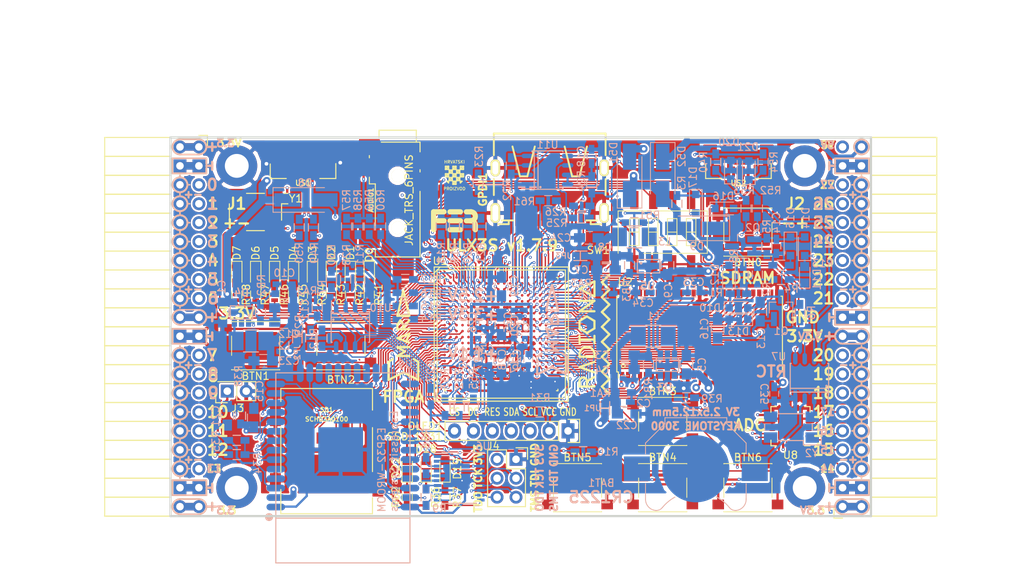
<source format=kicad_pcb>
(kicad_pcb (version 4) (host pcbnew 4.0.7+dfsg1-1)

  (general
    (links 747)
    (no_connects 0)
    (area 93.949999 61.269999 188.230001 112.370001)
    (thickness 1.6)
    (drawings 473)
    (tracks 4618)
    (zones 0)
    (modules 178)
    (nets 250)
  )

  (page A4)
  (layers
    (0 F.Cu signal)
    (1 In1.Cu signal)
    (2 In2.Cu signal)
    (31 B.Cu signal)
    (32 B.Adhes user)
    (33 F.Adhes user)
    (34 B.Paste user)
    (35 F.Paste user)
    (36 B.SilkS user)
    (37 F.SilkS user)
    (38 B.Mask user)
    (39 F.Mask user)
    (40 Dwgs.User user)
    (41 Cmts.User user)
    (42 Eco1.User user)
    (43 Eco2.User user)
    (44 Edge.Cuts user)
    (45 Margin user)
    (46 B.CrtYd user)
    (47 F.CrtYd user)
    (48 B.Fab user)
    (49 F.Fab user)
  )

  (setup
    (last_trace_width 0.3)
    (trace_clearance 0.127)
    (zone_clearance 0.127)
    (zone_45_only no)
    (trace_min 0.127)
    (segment_width 0.2)
    (edge_width 0.2)
    (via_size 0.4)
    (via_drill 0.2)
    (via_min_size 0.4)
    (via_min_drill 0.2)
    (uvia_size 0.3)
    (uvia_drill 0.1)
    (uvias_allowed no)
    (uvia_min_size 0.2)
    (uvia_min_drill 0.1)
    (pcb_text_width 0.3)
    (pcb_text_size 1.5 1.5)
    (mod_edge_width 0.15)
    (mod_text_size 1 1)
    (mod_text_width 0.15)
    (pad_size 1.7272 1.7272)
    (pad_drill 1.016)
    (pad_to_mask_clearance 0.05)
    (aux_axis_origin 94.1 112.22)
    (grid_origin 94.1 112.22)
    (visible_elements 7FFFFFFF)
    (pcbplotparams
      (layerselection 0x310f0_80000007)
      (usegerberextensions true)
      (excludeedgelayer true)
      (linewidth 0.100000)
      (plotframeref false)
      (viasonmask false)
      (mode 1)
      (useauxorigin false)
      (hpglpennumber 1)
      (hpglpenspeed 20)
      (hpglpendiameter 15)
      (hpglpenoverlay 2)
      (psnegative false)
      (psa4output false)
      (plotreference true)
      (plotvalue true)
      (plotinvisibletext false)
      (padsonsilk false)
      (subtractmaskfromsilk false)
      (outputformat 1)
      (mirror false)
      (drillshape 0)
      (scaleselection 1)
      (outputdirectory plot))
  )

  (net 0 "")
  (net 1 GND)
  (net 2 +5V)
  (net 3 /gpio/IN5V)
  (net 4 /gpio/OUT5V)
  (net 5 +3V3)
  (net 6 BTN_D)
  (net 7 BTN_F1)
  (net 8 BTN_F2)
  (net 9 BTN_L)
  (net 10 BTN_R)
  (net 11 BTN_U)
  (net 12 /power/FB1)
  (net 13 +2V5)
  (net 14 /power/PWREN)
  (net 15 /power/FB3)
  (net 16 /power/FB2)
  (net 17 "Net-(D9-Pad1)")
  (net 18 /power/VBAT)
  (net 19 JTAG_TDI)
  (net 20 JTAG_TCK)
  (net 21 JTAG_TMS)
  (net 22 JTAG_TDO)
  (net 23 /power/WAKEUPn)
  (net 24 /power/WKUP)
  (net 25 /power/SHUT)
  (net 26 /power/WAKE)
  (net 27 /power/HOLD)
  (net 28 /power/WKn)
  (net 29 /power/OSCI_32k)
  (net 30 /power/OSCO_32k)
  (net 31 "Net-(Q2-Pad3)")
  (net 32 SHUTDOWN)
  (net 33 /analog/AUDIO_L)
  (net 34 /analog/AUDIO_R)
  (net 35 GPDI_5V_SCL)
  (net 36 GPDI_5V_SDA)
  (net 37 GPDI_SDA)
  (net 38 GPDI_SCL)
  (net 39 /gpdi/VREF2)
  (net 40 SD_CMD)
  (net 41 SD_CLK)
  (net 42 SD_D0)
  (net 43 SD_D1)
  (net 44 USB5V)
  (net 45 GPDI_CEC)
  (net 46 nRESET)
  (net 47 FTDI_nDTR)
  (net 48 SDRAM_CKE)
  (net 49 SDRAM_A7)
  (net 50 SDRAM_D15)
  (net 51 SDRAM_BA1)
  (net 52 SDRAM_D7)
  (net 53 SDRAM_A6)
  (net 54 SDRAM_CLK)
  (net 55 SDRAM_D13)
  (net 56 SDRAM_BA0)
  (net 57 SDRAM_D6)
  (net 58 SDRAM_A5)
  (net 59 SDRAM_D14)
  (net 60 SDRAM_A11)
  (net 61 SDRAM_D12)
  (net 62 SDRAM_D5)
  (net 63 SDRAM_A4)
  (net 64 SDRAM_A10)
  (net 65 SDRAM_D11)
  (net 66 SDRAM_A3)
  (net 67 SDRAM_D4)
  (net 68 SDRAM_D10)
  (net 69 SDRAM_D9)
  (net 70 SDRAM_A9)
  (net 71 SDRAM_D3)
  (net 72 SDRAM_D8)
  (net 73 SDRAM_A8)
  (net 74 SDRAM_A2)
  (net 75 SDRAM_A1)
  (net 76 SDRAM_A0)
  (net 77 SDRAM_D2)
  (net 78 SDRAM_D1)
  (net 79 SDRAM_D0)
  (net 80 SDRAM_DQM0)
  (net 81 SDRAM_nCS)
  (net 82 SDRAM_nRAS)
  (net 83 SDRAM_DQM1)
  (net 84 SDRAM_nCAS)
  (net 85 SDRAM_nWE)
  (net 86 /flash/FLASH_nWP)
  (net 87 /flash/FLASH_nHOLD)
  (net 88 /flash/FLASH_MOSI)
  (net 89 /flash/FLASH_MISO)
  (net 90 /flash/FLASH_SCK)
  (net 91 /flash/FLASH_nCS)
  (net 92 /flash/FPGA_PROGRAMN)
  (net 93 /flash/FPGA_DONE)
  (net 94 /flash/FPGA_INITN)
  (net 95 OLED_RES)
  (net 96 OLED_DC)
  (net 97 OLED_CS)
  (net 98 WIFI_EN)
  (net 99 FTDI_nRTS)
  (net 100 FTDI_TXD)
  (net 101 FTDI_RXD)
  (net 102 WIFI_RXD)
  (net 103 WIFI_GPIO0)
  (net 104 WIFI_TXD)
  (net 105 GPDI_ETH-)
  (net 106 GPDI_ETH+)
  (net 107 GPDI_D2+)
  (net 108 GPDI_D2-)
  (net 109 GPDI_D1+)
  (net 110 GPDI_D1-)
  (net 111 GPDI_D0+)
  (net 112 GPDI_D0-)
  (net 113 GPDI_CLK+)
  (net 114 GPDI_CLK-)
  (net 115 USB_FTDI_D+)
  (net 116 USB_FTDI_D-)
  (net 117 SD_D3)
  (net 118 AUDIO_L3)
  (net 119 AUDIO_L2)
  (net 120 AUDIO_L1)
  (net 121 AUDIO_L0)
  (net 122 AUDIO_R3)
  (net 123 AUDIO_R2)
  (net 124 AUDIO_R1)
  (net 125 AUDIO_R0)
  (net 126 OLED_CLK)
  (net 127 OLED_MOSI)
  (net 128 LED0)
  (net 129 LED1)
  (net 130 LED2)
  (net 131 LED3)
  (net 132 LED4)
  (net 133 LED5)
  (net 134 LED6)
  (net 135 LED7)
  (net 136 BTN_PWRn)
  (net 137 FTDI_nTXLED)
  (net 138 FTDI_nSLEEP)
  (net 139 /blinkey/LED_PWREN)
  (net 140 /blinkey/LED_TXLED)
  (net 141 /sdcard/SD3V3)
  (net 142 SD_D2)
  (net 143 CLK_25MHz)
  (net 144 /blinkey/BTNPUL)
  (net 145 /blinkey/BTNPUR)
  (net 146 USB_FPGA_D+)
  (net 147 /power/FTDI_nSUSPEND)
  (net 148 /blinkey/ALED0)
  (net 149 /blinkey/ALED1)
  (net 150 /blinkey/ALED2)
  (net 151 /blinkey/ALED3)
  (net 152 /blinkey/ALED4)
  (net 153 /blinkey/ALED5)
  (net 154 /blinkey/ALED6)
  (net 155 /blinkey/ALED7)
  (net 156 /usb/FTD-)
  (net 157 /usb/FTD+)
  (net 158 ADC_MISO)
  (net 159 ADC_MOSI)
  (net 160 ADC_CSn)
  (net 161 ADC_SCLK)
  (net 162 SW3)
  (net 163 SW2)
  (net 164 SW1)
  (net 165 USB_FPGA_D-)
  (net 166 /usb/FPD+)
  (net 167 /usb/FPD-)
  (net 168 WIFI_GPIO16)
  (net 169 /usb/ANT_433MHz)
  (net 170 /power/PWRBTn)
  (net 171 PROG_DONE)
  (net 172 /power/P3V3)
  (net 173 /power/P2V5)
  (net 174 /power/L1)
  (net 175 /power/L3)
  (net 176 /power/L2)
  (net 177 FTDI_TXDEN)
  (net 178 SDRAM_A12)
  (net 179 /analog/AUDIO_V)
  (net 180 AUDIO_V3)
  (net 181 AUDIO_V2)
  (net 182 AUDIO_V1)
  (net 183 AUDIO_V0)
  (net 184 /gpdi/FPGA_CEC)
  (net 185 /blinkey/LED_WIFI)
  (net 186 /power/P1V1)
  (net 187 +1V1)
  (net 188 SW4)
  (net 189 /blinkey/SWPU)
  (net 190 /wifi/WIFIEN)
  (net 191 FT2V5)
  (net 192 GN0)
  (net 193 GP0)
  (net 194 GN1)
  (net 195 GP1)
  (net 196 GN2)
  (net 197 GP2)
  (net 198 GN3)
  (net 199 GP3)
  (net 200 GN4)
  (net 201 GP4)
  (net 202 GN5)
  (net 203 GP5)
  (net 204 GN6)
  (net 205 GP6)
  (net 206 GN14)
  (net 207 GP14)
  (net 208 GN15)
  (net 209 GP15)
  (net 210 GN16)
  (net 211 GP16)
  (net 212 GN17)
  (net 213 GP17)
  (net 214 GN18)
  (net 215 GP18)
  (net 216 GN19)
  (net 217 GP19)
  (net 218 GN20)
  (net 219 GP20)
  (net 220 GN21)
  (net 221 GP21)
  (net 222 GN22)
  (net 223 GP22)
  (net 224 GN23)
  (net 225 GP23)
  (net 226 GN24)
  (net 227 GP24)
  (net 228 GN25)
  (net 229 GP25)
  (net 230 GN26)
  (net 231 GP26)
  (net 232 GN27)
  (net 233 GP27)
  (net 234 GN7)
  (net 235 GP7)
  (net 236 GN8)
  (net 237 GP8)
  (net 238 GN9)
  (net 239 GP9)
  (net 240 GN10)
  (net 241 GP10)
  (net 242 GN11)
  (net 243 GP11)
  (net 244 GN12)
  (net 245 GP12)
  (net 246 GN13)
  (net 247 GP13)
  (net 248 WIFI_GPIO5)
  (net 249 WIFI_GPIO17)

  (net_class Default "This is the default net class."
    (clearance 0.127)
    (trace_width 0.3)
    (via_dia 0.4)
    (via_drill 0.2)
    (uvia_dia 0.3)
    (uvia_drill 0.1)
    (add_net +1V1)
    (add_net +2V5)
    (add_net +3V3)
    (add_net +5V)
    (add_net /analog/AUDIO_L)
    (add_net /analog/AUDIO_R)
    (add_net /analog/AUDIO_V)
    (add_net /blinkey/ALED0)
    (add_net /blinkey/ALED1)
    (add_net /blinkey/ALED2)
    (add_net /blinkey/ALED3)
    (add_net /blinkey/ALED4)
    (add_net /blinkey/ALED5)
    (add_net /blinkey/ALED6)
    (add_net /blinkey/ALED7)
    (add_net /blinkey/BTNPUL)
    (add_net /blinkey/BTNPUR)
    (add_net /blinkey/LED_PWREN)
    (add_net /blinkey/LED_TXLED)
    (add_net /blinkey/LED_WIFI)
    (add_net /blinkey/SWPU)
    (add_net /gpdi/VREF2)
    (add_net /gpio/IN5V)
    (add_net /gpio/OUT5V)
    (add_net /power/FB1)
    (add_net /power/FB2)
    (add_net /power/FB3)
    (add_net /power/FTDI_nSUSPEND)
    (add_net /power/HOLD)
    (add_net /power/L1)
    (add_net /power/L2)
    (add_net /power/L3)
    (add_net /power/OSCI_32k)
    (add_net /power/OSCO_32k)
    (add_net /power/P1V1)
    (add_net /power/P2V5)
    (add_net /power/P3V3)
    (add_net /power/PWRBTn)
    (add_net /power/PWREN)
    (add_net /power/SHUT)
    (add_net /power/VBAT)
    (add_net /power/WAKE)
    (add_net /power/WAKEUPn)
    (add_net /power/WKUP)
    (add_net /power/WKn)
    (add_net /sdcard/SD3V3)
    (add_net /usb/ANT_433MHz)
    (add_net /usb/FPD+)
    (add_net /usb/FPD-)
    (add_net /usb/FTD+)
    (add_net /usb/FTD-)
    (add_net /wifi/WIFIEN)
    (add_net FT2V5)
    (add_net GND)
    (add_net "Net-(D9-Pad1)")
    (add_net "Net-(Q2-Pad3)")
    (add_net SW4)
    (add_net USB5V)
  )

  (net_class BGA ""
    (clearance 0.127)
    (trace_width 0.19)
    (via_dia 0.4)
    (via_drill 0.2)
    (uvia_dia 0.3)
    (uvia_drill 0.1)
    (add_net /flash/FLASH_MISO)
    (add_net /flash/FLASH_MOSI)
    (add_net /flash/FLASH_SCK)
    (add_net /flash/FLASH_nCS)
    (add_net /flash/FLASH_nHOLD)
    (add_net /flash/FLASH_nWP)
    (add_net /flash/FPGA_DONE)
    (add_net /flash/FPGA_INITN)
    (add_net /flash/FPGA_PROGRAMN)
    (add_net /gpdi/FPGA_CEC)
    (add_net ADC_CSn)
    (add_net ADC_MISO)
    (add_net ADC_MOSI)
    (add_net ADC_SCLK)
    (add_net AUDIO_L0)
    (add_net AUDIO_L1)
    (add_net AUDIO_L2)
    (add_net AUDIO_L3)
    (add_net AUDIO_R0)
    (add_net AUDIO_R1)
    (add_net AUDIO_R2)
    (add_net AUDIO_R3)
    (add_net AUDIO_V0)
    (add_net AUDIO_V1)
    (add_net AUDIO_V2)
    (add_net AUDIO_V3)
    (add_net BTN_D)
    (add_net BTN_F1)
    (add_net BTN_F2)
    (add_net BTN_L)
    (add_net BTN_PWRn)
    (add_net BTN_R)
    (add_net BTN_U)
    (add_net CLK_25MHz)
    (add_net FTDI_RXD)
    (add_net FTDI_TXD)
    (add_net FTDI_TXDEN)
    (add_net FTDI_nDTR)
    (add_net FTDI_nRTS)
    (add_net FTDI_nSLEEP)
    (add_net FTDI_nTXLED)
    (add_net GN0)
    (add_net GN1)
    (add_net GN10)
    (add_net GN11)
    (add_net GN12)
    (add_net GN13)
    (add_net GN14)
    (add_net GN15)
    (add_net GN16)
    (add_net GN17)
    (add_net GN18)
    (add_net GN19)
    (add_net GN2)
    (add_net GN20)
    (add_net GN21)
    (add_net GN22)
    (add_net GN23)
    (add_net GN24)
    (add_net GN25)
    (add_net GN26)
    (add_net GN27)
    (add_net GN3)
    (add_net GN4)
    (add_net GN5)
    (add_net GN6)
    (add_net GN7)
    (add_net GN8)
    (add_net GN9)
    (add_net GP0)
    (add_net GP1)
    (add_net GP10)
    (add_net GP11)
    (add_net GP12)
    (add_net GP13)
    (add_net GP14)
    (add_net GP15)
    (add_net GP16)
    (add_net GP17)
    (add_net GP18)
    (add_net GP19)
    (add_net GP2)
    (add_net GP20)
    (add_net GP21)
    (add_net GP22)
    (add_net GP23)
    (add_net GP24)
    (add_net GP25)
    (add_net GP26)
    (add_net GP27)
    (add_net GP3)
    (add_net GP4)
    (add_net GP5)
    (add_net GP6)
    (add_net GP7)
    (add_net GP8)
    (add_net GP9)
    (add_net GPDI_5V_SCL)
    (add_net GPDI_5V_SDA)
    (add_net GPDI_CEC)
    (add_net GPDI_CLK+)
    (add_net GPDI_CLK-)
    (add_net GPDI_D0+)
    (add_net GPDI_D0-)
    (add_net GPDI_D1+)
    (add_net GPDI_D1-)
    (add_net GPDI_D2+)
    (add_net GPDI_D2-)
    (add_net GPDI_ETH+)
    (add_net GPDI_ETH-)
    (add_net GPDI_SCL)
    (add_net GPDI_SDA)
    (add_net JTAG_TCK)
    (add_net JTAG_TDI)
    (add_net JTAG_TDO)
    (add_net JTAG_TMS)
    (add_net LED0)
    (add_net LED1)
    (add_net LED2)
    (add_net LED3)
    (add_net LED4)
    (add_net LED5)
    (add_net LED6)
    (add_net LED7)
    (add_net OLED_CLK)
    (add_net OLED_CS)
    (add_net OLED_DC)
    (add_net OLED_MOSI)
    (add_net OLED_RES)
    (add_net PROG_DONE)
    (add_net SDRAM_A0)
    (add_net SDRAM_A1)
    (add_net SDRAM_A10)
    (add_net SDRAM_A11)
    (add_net SDRAM_A12)
    (add_net SDRAM_A2)
    (add_net SDRAM_A3)
    (add_net SDRAM_A4)
    (add_net SDRAM_A5)
    (add_net SDRAM_A6)
    (add_net SDRAM_A7)
    (add_net SDRAM_A8)
    (add_net SDRAM_A9)
    (add_net SDRAM_BA0)
    (add_net SDRAM_BA1)
    (add_net SDRAM_CKE)
    (add_net SDRAM_CLK)
    (add_net SDRAM_D0)
    (add_net SDRAM_D1)
    (add_net SDRAM_D10)
    (add_net SDRAM_D11)
    (add_net SDRAM_D12)
    (add_net SDRAM_D13)
    (add_net SDRAM_D14)
    (add_net SDRAM_D15)
    (add_net SDRAM_D2)
    (add_net SDRAM_D3)
    (add_net SDRAM_D4)
    (add_net SDRAM_D5)
    (add_net SDRAM_D6)
    (add_net SDRAM_D7)
    (add_net SDRAM_D8)
    (add_net SDRAM_D9)
    (add_net SDRAM_DQM0)
    (add_net SDRAM_DQM1)
    (add_net SDRAM_nCAS)
    (add_net SDRAM_nCS)
    (add_net SDRAM_nRAS)
    (add_net SDRAM_nWE)
    (add_net SD_CLK)
    (add_net SD_CMD)
    (add_net SD_D0)
    (add_net SD_D1)
    (add_net SD_D2)
    (add_net SD_D3)
    (add_net SHUTDOWN)
    (add_net SW1)
    (add_net SW2)
    (add_net SW3)
    (add_net USB_FPGA_D+)
    (add_net USB_FPGA_D-)
    (add_net USB_FTDI_D+)
    (add_net USB_FTDI_D-)
    (add_net WIFI_EN)
    (add_net WIFI_GPIO0)
    (add_net WIFI_GPIO16)
    (add_net WIFI_GPIO17)
    (add_net WIFI_GPIO5)
    (add_net WIFI_RXD)
    (add_net WIFI_TXD)
    (add_net nRESET)
  )

  (net_class Minimal ""
    (clearance 0.127)
    (trace_width 0.127)
    (via_dia 0.4)
    (via_drill 0.2)
    (uvia_dia 0.3)
    (uvia_drill 0.1)
  )

  (module Socket_Strips:Socket_Strip_Angled_2x20 (layer F.Cu) (tedit 5A2B354F) (tstamp 58E6BE3D)
    (at 97.91 62.69 270)
    (descr "Through hole socket strip")
    (tags "socket strip")
    (path /56AC389C/58E6B835)
    (fp_text reference J1 (at 7.62 -5.08 360) (layer F.SilkS)
      (effects (font (size 1.5 1.5) (thickness 0.3)))
    )
    (fp_text value CONN_02X20 (at 0 -2.6 270) (layer F.Fab) hide
      (effects (font (size 1 1) (thickness 0.15)))
    )
    (fp_line (start -1.75 -1.35) (end -1.75 13.15) (layer F.CrtYd) (width 0.05))
    (fp_line (start 50.05 -1.35) (end 50.05 13.15) (layer F.CrtYd) (width 0.05))
    (fp_line (start -1.75 -1.35) (end 50.05 -1.35) (layer F.CrtYd) (width 0.05))
    (fp_line (start -1.75 13.15) (end 50.05 13.15) (layer F.CrtYd) (width 0.05))
    (fp_line (start 49.53 12.64) (end 49.53 3.81) (layer F.SilkS) (width 0.15))
    (fp_line (start 46.99 12.64) (end 49.53 12.64) (layer F.SilkS) (width 0.15))
    (fp_line (start 46.99 3.81) (end 49.53 3.81) (layer F.SilkS) (width 0.15))
    (fp_line (start 49.53 3.81) (end 49.53 12.64) (layer F.SilkS) (width 0.15))
    (fp_line (start 46.99 3.81) (end 46.99 12.64) (layer F.SilkS) (width 0.15))
    (fp_line (start 44.45 3.81) (end 46.99 3.81) (layer F.SilkS) (width 0.15))
    (fp_line (start 44.45 12.64) (end 46.99 12.64) (layer F.SilkS) (width 0.15))
    (fp_line (start 46.99 12.64) (end 46.99 3.81) (layer F.SilkS) (width 0.15))
    (fp_line (start 29.21 12.64) (end 29.21 3.81) (layer F.SilkS) (width 0.15))
    (fp_line (start 26.67 12.64) (end 29.21 12.64) (layer F.SilkS) (width 0.15))
    (fp_line (start 26.67 3.81) (end 29.21 3.81) (layer F.SilkS) (width 0.15))
    (fp_line (start 29.21 3.81) (end 29.21 12.64) (layer F.SilkS) (width 0.15))
    (fp_line (start 31.75 3.81) (end 31.75 12.64) (layer F.SilkS) (width 0.15))
    (fp_line (start 29.21 3.81) (end 31.75 3.81) (layer F.SilkS) (width 0.15))
    (fp_line (start 29.21 12.64) (end 31.75 12.64) (layer F.SilkS) (width 0.15))
    (fp_line (start 31.75 12.64) (end 31.75 3.81) (layer F.SilkS) (width 0.15))
    (fp_line (start 44.45 12.64) (end 44.45 3.81) (layer F.SilkS) (width 0.15))
    (fp_line (start 41.91 12.64) (end 44.45 12.64) (layer F.SilkS) (width 0.15))
    (fp_line (start 41.91 3.81) (end 44.45 3.81) (layer F.SilkS) (width 0.15))
    (fp_line (start 44.45 3.81) (end 44.45 12.64) (layer F.SilkS) (width 0.15))
    (fp_line (start 41.91 3.81) (end 41.91 12.64) (layer F.SilkS) (width 0.15))
    (fp_line (start 39.37 3.81) (end 41.91 3.81) (layer F.SilkS) (width 0.15))
    (fp_line (start 39.37 12.64) (end 41.91 12.64) (layer F.SilkS) (width 0.15))
    (fp_line (start 41.91 12.64) (end 41.91 3.81) (layer F.SilkS) (width 0.15))
    (fp_line (start 39.37 12.64) (end 39.37 3.81) (layer F.SilkS) (width 0.15))
    (fp_line (start 36.83 12.64) (end 39.37 12.64) (layer F.SilkS) (width 0.15))
    (fp_line (start 36.83 3.81) (end 39.37 3.81) (layer F.SilkS) (width 0.15))
    (fp_line (start 39.37 3.81) (end 39.37 12.64) (layer F.SilkS) (width 0.15))
    (fp_line (start 36.83 3.81) (end 36.83 12.64) (layer F.SilkS) (width 0.15))
    (fp_line (start 34.29 3.81) (end 36.83 3.81) (layer F.SilkS) (width 0.15))
    (fp_line (start 34.29 12.64) (end 36.83 12.64) (layer F.SilkS) (width 0.15))
    (fp_line (start 36.83 12.64) (end 36.83 3.81) (layer F.SilkS) (width 0.15))
    (fp_line (start 34.29 12.64) (end 34.29 3.81) (layer F.SilkS) (width 0.15))
    (fp_line (start 31.75 12.64) (end 34.29 12.64) (layer F.SilkS) (width 0.15))
    (fp_line (start 31.75 3.81) (end 34.29 3.81) (layer F.SilkS) (width 0.15))
    (fp_line (start 34.29 3.81) (end 34.29 12.64) (layer F.SilkS) (width 0.15))
    (fp_line (start 16.51 3.81) (end 16.51 12.64) (layer F.SilkS) (width 0.15))
    (fp_line (start 13.97 3.81) (end 16.51 3.81) (layer F.SilkS) (width 0.15))
    (fp_line (start 13.97 12.64) (end 16.51 12.64) (layer F.SilkS) (width 0.15))
    (fp_line (start 16.51 12.64) (end 16.51 3.81) (layer F.SilkS) (width 0.15))
    (fp_line (start 19.05 12.64) (end 19.05 3.81) (layer F.SilkS) (width 0.15))
    (fp_line (start 16.51 12.64) (end 19.05 12.64) (layer F.SilkS) (width 0.15))
    (fp_line (start 16.51 3.81) (end 19.05 3.81) (layer F.SilkS) (width 0.15))
    (fp_line (start 19.05 3.81) (end 19.05 12.64) (layer F.SilkS) (width 0.15))
    (fp_line (start 21.59 3.81) (end 21.59 12.64) (layer F.SilkS) (width 0.15))
    (fp_line (start 19.05 3.81) (end 21.59 3.81) (layer F.SilkS) (width 0.15))
    (fp_line (start 19.05 12.64) (end 21.59 12.64) (layer F.SilkS) (width 0.15))
    (fp_line (start 21.59 12.64) (end 21.59 3.81) (layer F.SilkS) (width 0.15))
    (fp_line (start 24.13 12.64) (end 24.13 3.81) (layer F.SilkS) (width 0.15))
    (fp_line (start 21.59 12.64) (end 24.13 12.64) (layer F.SilkS) (width 0.15))
    (fp_line (start 21.59 3.81) (end 24.13 3.81) (layer F.SilkS) (width 0.15))
    (fp_line (start 24.13 3.81) (end 24.13 12.64) (layer F.SilkS) (width 0.15))
    (fp_line (start 26.67 3.81) (end 26.67 12.64) (layer F.SilkS) (width 0.15))
    (fp_line (start 24.13 3.81) (end 26.67 3.81) (layer F.SilkS) (width 0.15))
    (fp_line (start 24.13 12.64) (end 26.67 12.64) (layer F.SilkS) (width 0.15))
    (fp_line (start 26.67 12.64) (end 26.67 3.81) (layer F.SilkS) (width 0.15))
    (fp_line (start 13.97 12.64) (end 13.97 3.81) (layer F.SilkS) (width 0.15))
    (fp_line (start 11.43 12.64) (end 13.97 12.64) (layer F.SilkS) (width 0.15))
    (fp_line (start 11.43 3.81) (end 13.97 3.81) (layer F.SilkS) (width 0.15))
    (fp_line (start 13.97 3.81) (end 13.97 12.64) (layer F.SilkS) (width 0.15))
    (fp_line (start 11.43 3.81) (end 11.43 12.64) (layer F.SilkS) (width 0.15))
    (fp_line (start 8.89 3.81) (end 11.43 3.81) (layer F.SilkS) (width 0.15))
    (fp_line (start 8.89 12.64) (end 11.43 12.64) (layer F.SilkS) (width 0.15))
    (fp_line (start 11.43 12.64) (end 11.43 3.81) (layer F.SilkS) (width 0.15))
    (fp_line (start 8.89 12.64) (end 8.89 3.81) (layer F.SilkS) (width 0.15))
    (fp_line (start 6.35 12.64) (end 8.89 12.64) (layer F.SilkS) (width 0.15))
    (fp_line (start 6.35 3.81) (end 8.89 3.81) (layer F.SilkS) (width 0.15))
    (fp_line (start 8.89 3.81) (end 8.89 12.64) (layer F.SilkS) (width 0.15))
    (fp_line (start 6.35 3.81) (end 6.35 12.64) (layer F.SilkS) (width 0.15))
    (fp_line (start 3.81 3.81) (end 6.35 3.81) (layer F.SilkS) (width 0.15))
    (fp_line (start 3.81 12.64) (end 6.35 12.64) (layer F.SilkS) (width 0.15))
    (fp_line (start 6.35 12.64) (end 6.35 3.81) (layer F.SilkS) (width 0.15))
    (fp_line (start 3.81 12.64) (end 3.81 3.81) (layer F.SilkS) (width 0.15))
    (fp_line (start 1.27 12.64) (end 3.81 12.64) (layer F.SilkS) (width 0.15))
    (fp_line (start 1.27 3.81) (end 3.81 3.81) (layer F.SilkS) (width 0.15))
    (fp_line (start 3.81 3.81) (end 3.81 12.64) (layer F.SilkS) (width 0.15))
    (fp_line (start 1.27 3.81) (end 1.27 12.64) (layer F.SilkS) (width 0.15))
    (fp_line (start -1.27 3.81) (end 1.27 3.81) (layer F.SilkS) (width 0.15))
    (fp_line (start 0 -1.15) (end -1.55 -1.15) (layer F.SilkS) (width 0.15))
    (fp_line (start -1.55 -1.15) (end -1.55 0) (layer F.SilkS) (width 0.15))
    (fp_line (start -1.27 3.81) (end -1.27 12.64) (layer F.SilkS) (width 0.15))
    (fp_line (start -1.27 12.64) (end 1.27 12.64) (layer F.SilkS) (width 0.15))
    (fp_line (start 1.27 12.64) (end 1.27 3.81) (layer F.SilkS) (width 0.15))
    (pad 1 thru_hole oval (at 0 0 270) (size 1.7272 1.7272) (drill 1.016) (layers *.Cu *.Mask)
      (net 5 +3V3))
    (pad 2 thru_hole oval (at 0 2.54 270) (size 1.7272 1.7272) (drill 1.016) (layers *.Cu *.Mask)
      (net 5 +3V3))
    (pad 3 thru_hole rect (at 2.54 0 270) (size 1.7272 1.7272) (drill 1.016) (layers *.Cu *.Mask)
      (net 1 GND))
    (pad 4 thru_hole rect (at 2.54 2.54 270) (size 1.7272 1.7272) (drill 1.016) (layers *.Cu *.Mask)
      (net 1 GND))
    (pad 5 thru_hole oval (at 5.08 0 270) (size 1.7272 1.7272) (drill 1.016) (layers *.Cu *.Mask)
      (net 192 GN0))
    (pad 6 thru_hole oval (at 5.08 2.54 270) (size 1.7272 1.7272) (drill 1.016) (layers *.Cu *.Mask)
      (net 193 GP0))
    (pad 7 thru_hole oval (at 7.62 0 270) (size 1.7272 1.7272) (drill 1.016) (layers *.Cu *.Mask)
      (net 194 GN1))
    (pad 8 thru_hole oval (at 7.62 2.54 270) (size 1.7272 1.7272) (drill 1.016) (layers *.Cu *.Mask)
      (net 195 GP1))
    (pad 9 thru_hole oval (at 10.16 0 270) (size 1.7272 1.7272) (drill 1.016) (layers *.Cu *.Mask)
      (net 196 GN2))
    (pad 10 thru_hole oval (at 10.16 2.54 270) (size 1.7272 1.7272) (drill 1.016) (layers *.Cu *.Mask)
      (net 197 GP2))
    (pad 11 thru_hole oval (at 12.7 0 270) (size 1.7272 1.7272) (drill 1.016) (layers *.Cu *.Mask)
      (net 198 GN3))
    (pad 12 thru_hole oval (at 12.7 2.54 270) (size 1.7272 1.7272) (drill 1.016) (layers *.Cu *.Mask)
      (net 199 GP3))
    (pad 13 thru_hole oval (at 15.24 0 270) (size 1.7272 1.7272) (drill 1.016) (layers *.Cu *.Mask)
      (net 200 GN4))
    (pad 14 thru_hole oval (at 15.24 2.54 270) (size 1.7272 1.7272) (drill 1.016) (layers *.Cu *.Mask)
      (net 201 GP4))
    (pad 15 thru_hole oval (at 17.78 0 270) (size 1.7272 1.7272) (drill 1.016) (layers *.Cu *.Mask)
      (net 202 GN5))
    (pad 16 thru_hole oval (at 17.78 2.54 270) (size 1.7272 1.7272) (drill 1.016) (layers *.Cu *.Mask)
      (net 203 GP5))
    (pad 17 thru_hole oval (at 20.32 0 270) (size 1.7272 1.7272) (drill 1.016) (layers *.Cu *.Mask)
      (net 204 GN6))
    (pad 18 thru_hole oval (at 20.32 2.54 270) (size 1.7272 1.7272) (drill 1.016) (layers *.Cu *.Mask)
      (net 205 GP6))
    (pad 19 thru_hole oval (at 22.86 0 270) (size 1.7272 1.7272) (drill 1.016) (layers *.Cu *.Mask)
      (net 5 +3V3))
    (pad 20 thru_hole oval (at 22.86 2.54 270) (size 1.7272 1.7272) (drill 1.016) (layers *.Cu *.Mask)
      (net 5 +3V3))
    (pad 21 thru_hole rect (at 25.4 0 270) (size 1.7272 1.7272) (drill 1.016) (layers *.Cu *.Mask)
      (net 1 GND))
    (pad 22 thru_hole rect (at 25.4 2.54 270) (size 1.7272 1.7272) (drill 1.016) (layers *.Cu *.Mask)
      (net 1 GND))
    (pad 23 thru_hole oval (at 27.94 0 270) (size 1.7272 1.7272) (drill 1.016) (layers *.Cu *.Mask)
      (net 234 GN7))
    (pad 24 thru_hole oval (at 27.94 2.54 270) (size 1.7272 1.7272) (drill 1.016) (layers *.Cu *.Mask)
      (net 235 GP7))
    (pad 25 thru_hole oval (at 30.48 0 270) (size 1.7272 1.7272) (drill 1.016) (layers *.Cu *.Mask)
      (net 236 GN8))
    (pad 26 thru_hole oval (at 30.48 2.54 270) (size 1.7272 1.7272) (drill 1.016) (layers *.Cu *.Mask)
      (net 237 GP8))
    (pad 27 thru_hole oval (at 33.02 0 270) (size 1.7272 1.7272) (drill 1.016) (layers *.Cu *.Mask)
      (net 238 GN9))
    (pad 28 thru_hole oval (at 33.02 2.54 270) (size 1.7272 1.7272) (drill 1.016) (layers *.Cu *.Mask)
      (net 239 GP9))
    (pad 29 thru_hole oval (at 35.56 0 270) (size 1.7272 1.7272) (drill 1.016) (layers *.Cu *.Mask)
      (net 240 GN10))
    (pad 30 thru_hole oval (at 35.56 2.54 270) (size 1.7272 1.7272) (drill 1.016) (layers *.Cu *.Mask)
      (net 241 GP10))
    (pad 31 thru_hole oval (at 38.1 0 270) (size 1.7272 1.7272) (drill 1.016) (layers *.Cu *.Mask)
      (net 242 GN11))
    (pad 32 thru_hole oval (at 38.1 2.54 270) (size 1.7272 1.7272) (drill 1.016) (layers *.Cu *.Mask)
      (net 243 GP11))
    (pad 33 thru_hole oval (at 40.64 0 270) (size 1.7272 1.7272) (drill 1.016) (layers *.Cu *.Mask)
      (net 244 GN12))
    (pad 34 thru_hole oval (at 40.64 2.54 270) (size 1.7272 1.7272) (drill 1.016) (layers *.Cu *.Mask)
      (net 245 GP12))
    (pad 35 thru_hole oval (at 43.18 0 270) (size 1.7272 1.7272) (drill 1.016) (layers *.Cu *.Mask)
      (net 246 GN13))
    (pad 36 thru_hole oval (at 43.18 2.54 270) (size 1.7272 1.7272) (drill 1.016) (layers *.Cu *.Mask)
      (net 247 GP13))
    (pad 37 thru_hole rect (at 45.72 0 270) (size 1.7272 1.7272) (drill 1.016) (layers *.Cu *.Mask)
      (net 1 GND))
    (pad 38 thru_hole rect (at 45.72 2.54 270) (size 1.7272 1.7272) (drill 1.016) (layers *.Cu *.Mask)
      (net 1 GND))
    (pad 39 thru_hole oval (at 48.26 0 270) (size 1.7272 1.7272) (drill 1.016) (layers *.Cu *.Mask)
      (net 5 +3V3))
    (pad 40 thru_hole oval (at 48.26 2.54 270) (size 1.7272 1.7272) (drill 1.016) (layers *.Cu *.Mask)
      (net 5 +3V3))
    (model Socket_Strips.3dshapes/Socket_Strip_Angled_2x20.wrl
      (at (xyz 0.95 -0.05 0))
      (scale (xyz 1 1 1))
      (rotate (xyz 0 0 180))
    )
  )

  (module SMD_Packages:1Pin (layer F.Cu) (tedit 59F891E7) (tstamp 59C3DCCD)
    (at 182.67515 111.637626)
    (descr "module 1 pin (ou trou mecanique de percage)")
    (tags DEV)
    (path /58D6BF46/59C3AE47)
    (fp_text reference AE1 (at -3.236 3.798) (layer F.SilkS) hide
      (effects (font (size 1 1) (thickness 0.15)))
    )
    (fp_text value 433MHz (at 2.606 3.798) (layer F.Fab) hide
      (effects (font (size 1 1) (thickness 0.15)))
    )
    (pad 1 smd rect (at 0 0) (size 0.5 0.5) (layers B.Cu F.Paste F.Mask)
      (net 169 /usb/ANT_433MHz))
  )

  (module Resistors_SMD:R_0603_HandSoldering (layer B.Cu) (tedit 58307AEF) (tstamp 590C5C33)
    (at 103.498 98.758 90)
    (descr "Resistor SMD 0603, hand soldering")
    (tags "resistor 0603")
    (path /58DA7327/590C5D62)
    (attr smd)
    (fp_text reference R38 (at 5.334 -0.254 90) (layer B.SilkS)
      (effects (font (size 1 1) (thickness 0.15)) (justify mirror))
    )
    (fp_text value 0.47 (at 3.386 0 90) (layer B.Fab)
      (effects (font (size 1 1) (thickness 0.15)) (justify mirror))
    )
    (fp_line (start -0.8 -0.4) (end -0.8 0.4) (layer B.Fab) (width 0.1))
    (fp_line (start 0.8 -0.4) (end -0.8 -0.4) (layer B.Fab) (width 0.1))
    (fp_line (start 0.8 0.4) (end 0.8 -0.4) (layer B.Fab) (width 0.1))
    (fp_line (start -0.8 0.4) (end 0.8 0.4) (layer B.Fab) (width 0.1))
    (fp_line (start -2 0.8) (end 2 0.8) (layer B.CrtYd) (width 0.05))
    (fp_line (start -2 -0.8) (end 2 -0.8) (layer B.CrtYd) (width 0.05))
    (fp_line (start -2 0.8) (end -2 -0.8) (layer B.CrtYd) (width 0.05))
    (fp_line (start 2 0.8) (end 2 -0.8) (layer B.CrtYd) (width 0.05))
    (fp_line (start 0.5 -0.675) (end -0.5 -0.675) (layer B.SilkS) (width 0.15))
    (fp_line (start -0.5 0.675) (end 0.5 0.675) (layer B.SilkS) (width 0.15))
    (pad 1 smd rect (at -1.1 0 90) (size 1.2 0.9) (layers B.Cu B.Paste B.Mask)
      (net 141 /sdcard/SD3V3))
    (pad 2 smd rect (at 1.1 0 90) (size 1.2 0.9) (layers B.Cu B.Paste B.Mask)
      (net 5 +3V3))
    (model Resistors_SMD.3dshapes/R_0603_HandSoldering.wrl
      (at (xyz 0 0 0))
      (scale (xyz 1 1 1))
      (rotate (xyz 0 0 0))
    )
    (model Resistors_SMD.3dshapes/R_0603.wrl
      (at (xyz 0 0 0))
      (scale (xyz 1 1 1))
      (rotate (xyz 0 0 0))
    )
  )

  (module jumper:SOLDER-JUMPER_1-WAY (layer B.Cu) (tedit 59DFC21C) (tstamp 59DFBD53)
    (at 152.393 97.742 270)
    (path /58D51CAD/59DFB08A)
    (fp_text reference JP1 (at 0 1.778 360) (layer B.SilkS)
      (effects (font (size 0.762 0.762) (thickness 0.1524)) (justify mirror))
    )
    (fp_text value 1.2 (at 0 -1.524 270) (layer B.SilkS) hide
      (effects (font (size 0.762 0.762) (thickness 0.1524)) (justify mirror))
    )
    (fp_line (start 0 0.635) (end 0 -0.635) (layer B.SilkS) (width 0.15))
    (fp_line (start -0.889 -0.635) (end 0.889 -0.635) (layer B.SilkS) (width 0.15))
    (fp_line (start -0.889 0.635) (end 0.889 0.635) (layer B.SilkS) (width 0.15))
    (pad 1 smd rect (at -0.6 0 270) (size 1 1) (layers B.Cu B.Paste B.Mask)
      (net 186 /power/P1V1))
    (pad 2 smd rect (at 0.6 0 270) (size 1 1) (layers B.Cu B.Paste B.Mask)
      (net 187 +1V1))
  )

  (module Diodes_SMD:D_SMA_Handsoldering (layer B.Cu) (tedit 59D564F6) (tstamp 59D3C50D)
    (at 155.695 66.5 90)
    (descr "Diode SMA (DO-214AC) Handsoldering")
    (tags "Diode SMA (DO-214AC) Handsoldering")
    (path /56AC389C/56AC483B)
    (attr smd)
    (fp_text reference D51 (at 3.048 -2.159 90) (layer B.SilkS)
      (effects (font (size 1 1) (thickness 0.15)) (justify mirror))
    )
    (fp_text value STPS2L30AF (at 0 -2.6 90) (layer B.Fab) hide
      (effects (font (size 1 1) (thickness 0.15)) (justify mirror))
    )
    (fp_text user %R (at 3.048 -2.159 90) (layer B.Fab) hide
      (effects (font (size 1 1) (thickness 0.15)) (justify mirror))
    )
    (fp_line (start -4.4 1.65) (end -4.4 -1.65) (layer B.SilkS) (width 0.12))
    (fp_line (start 2.3 -1.5) (end -2.3 -1.5) (layer B.Fab) (width 0.1))
    (fp_line (start -2.3 -1.5) (end -2.3 1.5) (layer B.Fab) (width 0.1))
    (fp_line (start 2.3 1.5) (end 2.3 -1.5) (layer B.Fab) (width 0.1))
    (fp_line (start 2.3 1.5) (end -2.3 1.5) (layer B.Fab) (width 0.1))
    (fp_line (start -4.5 1.75) (end 4.5 1.75) (layer B.CrtYd) (width 0.05))
    (fp_line (start 4.5 1.75) (end 4.5 -1.75) (layer B.CrtYd) (width 0.05))
    (fp_line (start 4.5 -1.75) (end -4.5 -1.75) (layer B.CrtYd) (width 0.05))
    (fp_line (start -4.5 -1.75) (end -4.5 1.75) (layer B.CrtYd) (width 0.05))
    (fp_line (start -0.64944 -0.00102) (end -1.55114 -0.00102) (layer B.Fab) (width 0.1))
    (fp_line (start 0.50118 -0.00102) (end 1.4994 -0.00102) (layer B.Fab) (width 0.1))
    (fp_line (start -0.64944 0.79908) (end -0.64944 -0.80112) (layer B.Fab) (width 0.1))
    (fp_line (start 0.50118 -0.75032) (end 0.50118 0.79908) (layer B.Fab) (width 0.1))
    (fp_line (start -0.64944 -0.00102) (end 0.50118 -0.75032) (layer B.Fab) (width 0.1))
    (fp_line (start -0.64944 -0.00102) (end 0.50118 0.79908) (layer B.Fab) (width 0.1))
    (fp_line (start -4.4 -1.65) (end 2.5 -1.65) (layer B.SilkS) (width 0.12))
    (fp_line (start -4.4 1.65) (end 2.5 1.65) (layer B.SilkS) (width 0.12))
    (pad 1 smd rect (at -2.5 0 90) (size 3.5 1.8) (layers B.Cu B.Paste B.Mask)
      (net 2 +5V))
    (pad 2 smd rect (at 2.5 0 90) (size 3.5 1.8) (layers B.Cu B.Paste B.Mask)
      (net 3 /gpio/IN5V))
    (model ${KISYS3DMOD}/Diodes_SMD.3dshapes/D_SMA.wrl
      (at (xyz 0 0 0))
      (scale (xyz 1 1 1))
      (rotate (xyz 0 0 0))
    )
  )

  (module Resistors_SMD:R_0603_HandSoldering (layer B.Cu) (tedit 58307AEF) (tstamp 595B8F7A)
    (at 156.33 72.85 180)
    (descr "Resistor SMD 0603, hand soldering")
    (tags "resistor 0603")
    (path /58D6547C/595B9C2F)
    (attr smd)
    (fp_text reference R51 (at -2.032 1.016 180) (layer B.SilkS)
      (effects (font (size 1 1) (thickness 0.15)) (justify mirror))
    )
    (fp_text value 150 (at 3.556 -0.508 180) (layer B.Fab)
      (effects (font (size 1 1) (thickness 0.15)) (justify mirror))
    )
    (fp_line (start -0.8 -0.4) (end -0.8 0.4) (layer B.Fab) (width 0.1))
    (fp_line (start 0.8 -0.4) (end -0.8 -0.4) (layer B.Fab) (width 0.1))
    (fp_line (start 0.8 0.4) (end 0.8 -0.4) (layer B.Fab) (width 0.1))
    (fp_line (start -0.8 0.4) (end 0.8 0.4) (layer B.Fab) (width 0.1))
    (fp_line (start -2 0.8) (end 2 0.8) (layer B.CrtYd) (width 0.05))
    (fp_line (start -2 -0.8) (end 2 -0.8) (layer B.CrtYd) (width 0.05))
    (fp_line (start -2 0.8) (end -2 -0.8) (layer B.CrtYd) (width 0.05))
    (fp_line (start 2 0.8) (end 2 -0.8) (layer B.CrtYd) (width 0.05))
    (fp_line (start 0.5 -0.675) (end -0.5 -0.675) (layer B.SilkS) (width 0.15))
    (fp_line (start -0.5 0.675) (end 0.5 0.675) (layer B.SilkS) (width 0.15))
    (pad 1 smd rect (at -1.1 0 180) (size 1.2 0.9) (layers B.Cu B.Paste B.Mask)
      (net 5 +3V3))
    (pad 2 smd rect (at 1.1 0 180) (size 1.2 0.9) (layers B.Cu B.Paste B.Mask)
      (net 189 /blinkey/SWPU))
    (model Resistors_SMD.3dshapes/R_0603.wrl
      (at (xyz 0 0 0))
      (scale (xyz 1 1 1))
      (rotate (xyz 0 0 0))
    )
  )

  (module Resistors_SMD:R_1210_HandSoldering (layer B.Cu) (tedit 58307C8D) (tstamp 58D58A37)
    (at 158.87 88.09 180)
    (descr "Resistor SMD 1210, hand soldering")
    (tags "resistor 1210")
    (path /58D51CAD/58D59D36)
    (attr smd)
    (fp_text reference L1 (at 0 2.7 180) (layer B.SilkS)
      (effects (font (size 1 1) (thickness 0.15)) (justify mirror))
    )
    (fp_text value 2.2uH (at 0 2.032 180) (layer B.Fab)
      (effects (font (size 1 1) (thickness 0.15)) (justify mirror))
    )
    (fp_line (start -1.6 -1.25) (end -1.6 1.25) (layer B.Fab) (width 0.1))
    (fp_line (start 1.6 -1.25) (end -1.6 -1.25) (layer B.Fab) (width 0.1))
    (fp_line (start 1.6 1.25) (end 1.6 -1.25) (layer B.Fab) (width 0.1))
    (fp_line (start -1.6 1.25) (end 1.6 1.25) (layer B.Fab) (width 0.1))
    (fp_line (start -3.3 1.6) (end 3.3 1.6) (layer B.CrtYd) (width 0.05))
    (fp_line (start -3.3 -1.6) (end 3.3 -1.6) (layer B.CrtYd) (width 0.05))
    (fp_line (start -3.3 1.6) (end -3.3 -1.6) (layer B.CrtYd) (width 0.05))
    (fp_line (start 3.3 1.6) (end 3.3 -1.6) (layer B.CrtYd) (width 0.05))
    (fp_line (start 1 -1.475) (end -1 -1.475) (layer B.SilkS) (width 0.15))
    (fp_line (start -1 1.475) (end 1 1.475) (layer B.SilkS) (width 0.15))
    (pad 1 smd rect (at -2 0 180) (size 2 2.5) (layers B.Cu B.Paste B.Mask)
      (net 174 /power/L1))
    (pad 2 smd rect (at 2 0 180) (size 2 2.5) (layers B.Cu B.Paste B.Mask)
      (net 186 /power/P1V1))
    (model Inductors_SMD.3dshapes/L_1210.wrl
      (at (xyz 0 0 0))
      (scale (xyz 1 1 1))
      (rotate (xyz 0 0 0))
    )
  )

  (module TSOT-25:TSOT-25 (layer B.Cu) (tedit 59CD7E8F) (tstamp 58D5976E)
    (at 160.775 91.9)
    (path /58D51CAD/5A57BFD7)
    (attr smd)
    (fp_text reference U3 (at -0.381 3.048) (layer B.SilkS)
      (effects (font (size 1 1) (thickness 0.2)) (justify mirror))
    )
    (fp_text value TLV62569DBV (at 0 2.286) (layer B.Fab)
      (effects (font (size 0.4 0.4) (thickness 0.1)) (justify mirror))
    )
    (fp_circle (center -1 -0.4) (end -0.95 -0.5) (layer B.SilkS) (width 0.15))
    (fp_line (start -1.5 0.9) (end 1.5 0.9) (layer B.SilkS) (width 0.15))
    (fp_line (start 1.5 0.9) (end 1.5 -0.9) (layer B.SilkS) (width 0.15))
    (fp_line (start 1.5 -0.9) (end -1.5 -0.9) (layer B.SilkS) (width 0.15))
    (fp_line (start -1.5 -0.9) (end -1.5 0.9) (layer B.SilkS) (width 0.15))
    (pad 1 smd rect (at -0.95 -1.3) (size 0.7 1.2) (layers B.Cu B.Paste B.Mask)
      (net 14 /power/PWREN))
    (pad 2 smd rect (at 0 -1.3) (size 0.7 1.2) (layers B.Cu B.Paste B.Mask)
      (net 1 GND))
    (pad 3 smd rect (at 0.95 -1.3) (size 0.7 1.2) (layers B.Cu B.Paste B.Mask)
      (net 174 /power/L1))
    (pad 4 smd rect (at 0.95 1.3) (size 0.7 1.2) (layers B.Cu B.Paste B.Mask)
      (net 2 +5V))
    (pad 5 smd rect (at -0.95 1.3) (size 0.7 1.2) (layers B.Cu B.Paste B.Mask)
      (net 12 /power/FB1))
    (model TO_SOT_Packages_SMD.3dshapes/SOT-23-5.wrl
      (at (xyz 0 0 0))
      (scale (xyz 1 1 1))
      (rotate (xyz 0 0 -90))
    )
  )

  (module Resistors_SMD:R_1210_HandSoldering (layer B.Cu) (tedit 58307C8D) (tstamp 58D599B2)
    (at 104.895 88.725)
    (descr "Resistor SMD 1210, hand soldering")
    (tags "resistor 1210")
    (path /58D51CAD/58D67BD8)
    (attr smd)
    (fp_text reference L2 (at 4.445 0.635) (layer B.SilkS)
      (effects (font (size 1 1) (thickness 0.15)) (justify mirror))
    )
    (fp_text value 2.2uH (at -1.016 2.159) (layer B.Fab)
      (effects (font (size 1 1) (thickness 0.15)) (justify mirror))
    )
    (fp_line (start -1.6 -1.25) (end -1.6 1.25) (layer B.Fab) (width 0.1))
    (fp_line (start 1.6 -1.25) (end -1.6 -1.25) (layer B.Fab) (width 0.1))
    (fp_line (start 1.6 1.25) (end 1.6 -1.25) (layer B.Fab) (width 0.1))
    (fp_line (start -1.6 1.25) (end 1.6 1.25) (layer B.Fab) (width 0.1))
    (fp_line (start -3.3 1.6) (end 3.3 1.6) (layer B.CrtYd) (width 0.05))
    (fp_line (start -3.3 -1.6) (end 3.3 -1.6) (layer B.CrtYd) (width 0.05))
    (fp_line (start -3.3 1.6) (end -3.3 -1.6) (layer B.CrtYd) (width 0.05))
    (fp_line (start 3.3 1.6) (end 3.3 -1.6) (layer B.CrtYd) (width 0.05))
    (fp_line (start 1 -1.475) (end -1 -1.475) (layer B.SilkS) (width 0.15))
    (fp_line (start -1 1.475) (end 1 1.475) (layer B.SilkS) (width 0.15))
    (pad 1 smd rect (at -2 0) (size 2 2.5) (layers B.Cu B.Paste B.Mask)
      (net 176 /power/L2))
    (pad 2 smd rect (at 2 0) (size 2 2.5) (layers B.Cu B.Paste B.Mask)
      (net 173 /power/P2V5))
    (model Inductors_SMD.3dshapes/L_1210.wrl
      (at (xyz 0 0 0))
      (scale (xyz 1 1 1))
      (rotate (xyz 0 0 0))
    )
  )

  (module TSOT-25:TSOT-25 (layer B.Cu) (tedit 59CD7E82) (tstamp 58D599CD)
    (at 103.625 84.915 180)
    (path /58D51CAD/5A57BC36)
    (attr smd)
    (fp_text reference U4 (at 0 2.697 180) (layer B.SilkS)
      (effects (font (size 1 1) (thickness 0.2)) (justify mirror))
    )
    (fp_text value TLV62569DBV (at 0 2.443 180) (layer B.Fab)
      (effects (font (size 0.4 0.4) (thickness 0.1)) (justify mirror))
    )
    (fp_circle (center -1 -0.4) (end -0.95 -0.5) (layer B.SilkS) (width 0.15))
    (fp_line (start -1.5 0.9) (end 1.5 0.9) (layer B.SilkS) (width 0.15))
    (fp_line (start 1.5 0.9) (end 1.5 -0.9) (layer B.SilkS) (width 0.15))
    (fp_line (start 1.5 -0.9) (end -1.5 -0.9) (layer B.SilkS) (width 0.15))
    (fp_line (start -1.5 -0.9) (end -1.5 0.9) (layer B.SilkS) (width 0.15))
    (pad 1 smd rect (at -0.95 -1.3 180) (size 0.7 1.2) (layers B.Cu B.Paste B.Mask)
      (net 14 /power/PWREN))
    (pad 2 smd rect (at 0 -1.3 180) (size 0.7 1.2) (layers B.Cu B.Paste B.Mask)
      (net 1 GND))
    (pad 3 smd rect (at 0.95 -1.3 180) (size 0.7 1.2) (layers B.Cu B.Paste B.Mask)
      (net 176 /power/L2))
    (pad 4 smd rect (at 0.95 1.3 180) (size 0.7 1.2) (layers B.Cu B.Paste B.Mask)
      (net 2 +5V))
    (pad 5 smd rect (at -0.95 1.3 180) (size 0.7 1.2) (layers B.Cu B.Paste B.Mask)
      (net 16 /power/FB2))
    (model TO_SOT_Packages_SMD.3dshapes/SOT-23-5.wrl
      (at (xyz 0 0 0))
      (scale (xyz 1 1 1))
      (rotate (xyz 0 0 -90))
    )
  )

  (module Resistors_SMD:R_1210_HandSoldering (layer B.Cu) (tedit 58307C8D) (tstamp 58D66E7E)
    (at 156.33 74.755 180)
    (descr "Resistor SMD 1210, hand soldering")
    (tags "resistor 1210")
    (path /58D51CAD/58D62964)
    (attr smd)
    (fp_text reference L3 (at -4.064 -0.635 180) (layer B.SilkS)
      (effects (font (size 1 1) (thickness 0.15)) (justify mirror))
    )
    (fp_text value 2.2uH (at 5.842 0.381 180) (layer B.Fab)
      (effects (font (size 1 1) (thickness 0.15)) (justify mirror))
    )
    (fp_line (start -1.6 -1.25) (end -1.6 1.25) (layer B.Fab) (width 0.1))
    (fp_line (start 1.6 -1.25) (end -1.6 -1.25) (layer B.Fab) (width 0.1))
    (fp_line (start 1.6 1.25) (end 1.6 -1.25) (layer B.Fab) (width 0.1))
    (fp_line (start -1.6 1.25) (end 1.6 1.25) (layer B.Fab) (width 0.1))
    (fp_line (start -3.3 1.6) (end 3.3 1.6) (layer B.CrtYd) (width 0.05))
    (fp_line (start -3.3 -1.6) (end 3.3 -1.6) (layer B.CrtYd) (width 0.05))
    (fp_line (start -3.3 1.6) (end -3.3 -1.6) (layer B.CrtYd) (width 0.05))
    (fp_line (start 3.3 1.6) (end 3.3 -1.6) (layer B.CrtYd) (width 0.05))
    (fp_line (start 1 -1.475) (end -1 -1.475) (layer B.SilkS) (width 0.15))
    (fp_line (start -1 1.475) (end 1 1.475) (layer B.SilkS) (width 0.15))
    (pad 1 smd rect (at -2 0 180) (size 2 2.5) (layers B.Cu B.Paste B.Mask)
      (net 175 /power/L3))
    (pad 2 smd rect (at 2 0 180) (size 2 2.5) (layers B.Cu B.Paste B.Mask)
      (net 172 /power/P3V3))
    (model Inductors_SMD.3dshapes/L_1210.wrl
      (at (xyz 0 0 0))
      (scale (xyz 1 1 1))
      (rotate (xyz 0 0 0))
    )
  )

  (module TSOT-25:TSOT-25 (layer B.Cu) (tedit 59CD7D98) (tstamp 58D66E99)
    (at 158.235 78.692)
    (path /58D51CAD/58D67BBA)
    (attr smd)
    (fp_text reference U5 (at -0.127 2.667) (layer B.SilkS)
      (effects (font (size 1 1) (thickness 0.2)) (justify mirror))
    )
    (fp_text value TLV62569DBV (at 0 2.413) (layer B.Fab)
      (effects (font (size 0.4 0.4) (thickness 0.1)) (justify mirror))
    )
    (fp_circle (center -1 -0.4) (end -0.95 -0.5) (layer B.SilkS) (width 0.15))
    (fp_line (start -1.5 0.9) (end 1.5 0.9) (layer B.SilkS) (width 0.15))
    (fp_line (start 1.5 0.9) (end 1.5 -0.9) (layer B.SilkS) (width 0.15))
    (fp_line (start 1.5 -0.9) (end -1.5 -0.9) (layer B.SilkS) (width 0.15))
    (fp_line (start -1.5 -0.9) (end -1.5 0.9) (layer B.SilkS) (width 0.15))
    (pad 1 smd rect (at -0.95 -1.3) (size 0.7 1.2) (layers B.Cu B.Paste B.Mask)
      (net 14 /power/PWREN))
    (pad 2 smd rect (at 0 -1.3) (size 0.7 1.2) (layers B.Cu B.Paste B.Mask)
      (net 1 GND))
    (pad 3 smd rect (at 0.95 -1.3) (size 0.7 1.2) (layers B.Cu B.Paste B.Mask)
      (net 175 /power/L3))
    (pad 4 smd rect (at 0.95 1.3) (size 0.7 1.2) (layers B.Cu B.Paste B.Mask)
      (net 2 +5V))
    (pad 5 smd rect (at -0.95 1.3) (size 0.7 1.2) (layers B.Cu B.Paste B.Mask)
      (net 15 /power/FB3))
    (model TO_SOT_Packages_SMD.3dshapes/SOT-23-5.wrl
      (at (xyz 0 0 0))
      (scale (xyz 1 1 1))
      (rotate (xyz 0 0 -90))
    )
  )

  (module Capacitors_SMD:C_0805_HandSoldering (layer B.Cu) (tedit 541A9B8D) (tstamp 58D68B19)
    (at 101.085 84.915 270)
    (descr "Capacitor SMD 0805, hand soldering")
    (tags "capacitor 0805")
    (path /58D51CAD/58D598B7)
    (attr smd)
    (fp_text reference C1 (at -3.429 0.127 270) (layer B.SilkS)
      (effects (font (size 1 1) (thickness 0.15)) (justify mirror))
    )
    (fp_text value 22uF (at -3.429 -0.127 270) (layer B.Fab)
      (effects (font (size 1 1) (thickness 0.15)) (justify mirror))
    )
    (fp_line (start -1 -0.625) (end -1 0.625) (layer B.Fab) (width 0.15))
    (fp_line (start 1 -0.625) (end -1 -0.625) (layer B.Fab) (width 0.15))
    (fp_line (start 1 0.625) (end 1 -0.625) (layer B.Fab) (width 0.15))
    (fp_line (start -1 0.625) (end 1 0.625) (layer B.Fab) (width 0.15))
    (fp_line (start -2.3 1) (end 2.3 1) (layer B.CrtYd) (width 0.05))
    (fp_line (start -2.3 -1) (end 2.3 -1) (layer B.CrtYd) (width 0.05))
    (fp_line (start -2.3 1) (end -2.3 -1) (layer B.CrtYd) (width 0.05))
    (fp_line (start 2.3 1) (end 2.3 -1) (layer B.CrtYd) (width 0.05))
    (fp_line (start 0.5 0.85) (end -0.5 0.85) (layer B.SilkS) (width 0.15))
    (fp_line (start -0.5 -0.85) (end 0.5 -0.85) (layer B.SilkS) (width 0.15))
    (pad 1 smd rect (at -1.25 0 270) (size 1.5 1.25) (layers B.Cu B.Paste B.Mask)
      (net 2 +5V))
    (pad 2 smd rect (at 1.25 0 270) (size 1.5 1.25) (layers B.Cu B.Paste B.Mask)
      (net 1 GND))
    (model Capacitors_SMD.3dshapes/C_0805.wrl
      (at (xyz 0 0 0))
      (scale (xyz 1 1 1))
      (rotate (xyz 0 0 0))
    )
  )

  (module Capacitors_SMD:C_0805_HandSoldering (layer B.Cu) (tedit 541A9B8D) (tstamp 58D68B1E)
    (at 155.06 90.63)
    (descr "Capacitor SMD 0805, hand soldering")
    (tags "capacitor 0805")
    (path /58D51CAD/58D5AE64)
    (attr smd)
    (fp_text reference C3 (at -3.048 0) (layer B.SilkS)
      (effects (font (size 1 1) (thickness 0.15)) (justify mirror))
    )
    (fp_text value 22uF (at -4.064 0) (layer B.Fab)
      (effects (font (size 1 1) (thickness 0.15)) (justify mirror))
    )
    (fp_line (start -1 -0.625) (end -1 0.625) (layer B.Fab) (width 0.15))
    (fp_line (start 1 -0.625) (end -1 -0.625) (layer B.Fab) (width 0.15))
    (fp_line (start 1 0.625) (end 1 -0.625) (layer B.Fab) (width 0.15))
    (fp_line (start -1 0.625) (end 1 0.625) (layer B.Fab) (width 0.15))
    (fp_line (start -2.3 1) (end 2.3 1) (layer B.CrtYd) (width 0.05))
    (fp_line (start -2.3 -1) (end 2.3 -1) (layer B.CrtYd) (width 0.05))
    (fp_line (start -2.3 1) (end -2.3 -1) (layer B.CrtYd) (width 0.05))
    (fp_line (start 2.3 1) (end 2.3 -1) (layer B.CrtYd) (width 0.05))
    (fp_line (start 0.5 0.85) (end -0.5 0.85) (layer B.SilkS) (width 0.15))
    (fp_line (start -0.5 -0.85) (end 0.5 -0.85) (layer B.SilkS) (width 0.15))
    (pad 1 smd rect (at -1.25 0) (size 1.5 1.25) (layers B.Cu B.Paste B.Mask)
      (net 186 /power/P1V1))
    (pad 2 smd rect (at 1.25 0) (size 1.5 1.25) (layers B.Cu B.Paste B.Mask)
      (net 1 GND))
    (model Capacitors_SMD.3dshapes/C_0805.wrl
      (at (xyz 0 0 0))
      (scale (xyz 1 1 1))
      (rotate (xyz 0 0 0))
    )
  )

  (module Capacitors_SMD:C_0805_HandSoldering (layer B.Cu) (tedit 541A9B8D) (tstamp 58D68B23)
    (at 155.06 92.535)
    (descr "Capacitor SMD 0805, hand soldering")
    (tags "capacitor 0805")
    (path /58D51CAD/58D5AEB3)
    (attr smd)
    (fp_text reference C4 (at -3.048 0.127) (layer B.SilkS)
      (effects (font (size 1 1) (thickness 0.15)) (justify mirror))
    )
    (fp_text value 22uF (at -4.064 0.127) (layer B.Fab)
      (effects (font (size 1 1) (thickness 0.15)) (justify mirror))
    )
    (fp_line (start -1 -0.625) (end -1 0.625) (layer B.Fab) (width 0.15))
    (fp_line (start 1 -0.625) (end -1 -0.625) (layer B.Fab) (width 0.15))
    (fp_line (start 1 0.625) (end 1 -0.625) (layer B.Fab) (width 0.15))
    (fp_line (start -1 0.625) (end 1 0.625) (layer B.Fab) (width 0.15))
    (fp_line (start -2.3 1) (end 2.3 1) (layer B.CrtYd) (width 0.05))
    (fp_line (start -2.3 -1) (end 2.3 -1) (layer B.CrtYd) (width 0.05))
    (fp_line (start -2.3 1) (end -2.3 -1) (layer B.CrtYd) (width 0.05))
    (fp_line (start 2.3 1) (end 2.3 -1) (layer B.CrtYd) (width 0.05))
    (fp_line (start 0.5 0.85) (end -0.5 0.85) (layer B.SilkS) (width 0.15))
    (fp_line (start -0.5 -0.85) (end 0.5 -0.85) (layer B.SilkS) (width 0.15))
    (pad 1 smd rect (at -1.25 0) (size 1.5 1.25) (layers B.Cu B.Paste B.Mask)
      (net 186 /power/P1V1))
    (pad 2 smd rect (at 1.25 0) (size 1.5 1.25) (layers B.Cu B.Paste B.Mask)
      (net 1 GND))
    (model Capacitors_SMD.3dshapes/C_0805.wrl
      (at (xyz 0 0 0))
      (scale (xyz 1 1 1))
      (rotate (xyz 0 0 0))
    )
  )

  (module Capacitors_SMD:C_0805_HandSoldering (layer B.Cu) (tedit 541A9B8D) (tstamp 58D68B28)
    (at 163.315 91.9 90)
    (descr "Capacitor SMD 0805, hand soldering")
    (tags "capacitor 0805")
    (path /58D51CAD/58D6295E)
    (attr smd)
    (fp_text reference C5 (at 0 2.1 90) (layer B.SilkS)
      (effects (font (size 1 1) (thickness 0.15)) (justify mirror))
    )
    (fp_text value 22uF (at 0.254 1.651 90) (layer B.Fab)
      (effects (font (size 1 1) (thickness 0.15)) (justify mirror))
    )
    (fp_line (start -1 -0.625) (end -1 0.625) (layer B.Fab) (width 0.15))
    (fp_line (start 1 -0.625) (end -1 -0.625) (layer B.Fab) (width 0.15))
    (fp_line (start 1 0.625) (end 1 -0.625) (layer B.Fab) (width 0.15))
    (fp_line (start -1 0.625) (end 1 0.625) (layer B.Fab) (width 0.15))
    (fp_line (start -2.3 1) (end 2.3 1) (layer B.CrtYd) (width 0.05))
    (fp_line (start -2.3 -1) (end 2.3 -1) (layer B.CrtYd) (width 0.05))
    (fp_line (start -2.3 1) (end -2.3 -1) (layer B.CrtYd) (width 0.05))
    (fp_line (start 2.3 1) (end 2.3 -1) (layer B.CrtYd) (width 0.05))
    (fp_line (start 0.5 0.85) (end -0.5 0.85) (layer B.SilkS) (width 0.15))
    (fp_line (start -0.5 -0.85) (end 0.5 -0.85) (layer B.SilkS) (width 0.15))
    (pad 1 smd rect (at -1.25 0 90) (size 1.5 1.25) (layers B.Cu B.Paste B.Mask)
      (net 2 +5V))
    (pad 2 smd rect (at 1.25 0 90) (size 1.5 1.25) (layers B.Cu B.Paste B.Mask)
      (net 1 GND))
    (model Capacitors_SMD.3dshapes/C_0805.wrl
      (at (xyz 0 0 0))
      (scale (xyz 1 1 1))
      (rotate (xyz 0 0 0))
    )
  )

  (module Capacitors_SMD:C_0805_HandSoldering (layer B.Cu) (tedit 541A9B8D) (tstamp 58D68B2D)
    (at 152.52 79.2)
    (descr "Capacitor SMD 0805, hand soldering")
    (tags "capacitor 0805")
    (path /58D51CAD/58D62988)
    (attr smd)
    (fp_text reference C7 (at -3.302 0) (layer B.SilkS)
      (effects (font (size 1 1) (thickness 0.15)) (justify mirror))
    )
    (fp_text value 22uF (at -4.318 0) (layer B.Fab)
      (effects (font (size 1 1) (thickness 0.15)) (justify mirror))
    )
    (fp_line (start -1 -0.625) (end -1 0.625) (layer B.Fab) (width 0.15))
    (fp_line (start 1 -0.625) (end -1 -0.625) (layer B.Fab) (width 0.15))
    (fp_line (start 1 0.625) (end 1 -0.625) (layer B.Fab) (width 0.15))
    (fp_line (start -1 0.625) (end 1 0.625) (layer B.Fab) (width 0.15))
    (fp_line (start -2.3 1) (end 2.3 1) (layer B.CrtYd) (width 0.05))
    (fp_line (start -2.3 -1) (end 2.3 -1) (layer B.CrtYd) (width 0.05))
    (fp_line (start -2.3 1) (end -2.3 -1) (layer B.CrtYd) (width 0.05))
    (fp_line (start 2.3 1) (end 2.3 -1) (layer B.CrtYd) (width 0.05))
    (fp_line (start 0.5 0.85) (end -0.5 0.85) (layer B.SilkS) (width 0.15))
    (fp_line (start -0.5 -0.85) (end 0.5 -0.85) (layer B.SilkS) (width 0.15))
    (pad 1 smd rect (at -1.25 0) (size 1.5 1.25) (layers B.Cu B.Paste B.Mask)
      (net 172 /power/P3V3))
    (pad 2 smd rect (at 1.25 0) (size 1.5 1.25) (layers B.Cu B.Paste B.Mask)
      (net 1 GND))
    (model Capacitors_SMD.3dshapes/C_0805.wrl
      (at (xyz 0 0 0))
      (scale (xyz 1 1 1))
      (rotate (xyz 0 0 0))
    )
  )

  (module Capacitors_SMD:C_0805_HandSoldering (layer B.Cu) (tedit 541A9B8D) (tstamp 58D68B32)
    (at 152.52 77.295)
    (descr "Capacitor SMD 0805, hand soldering")
    (tags "capacitor 0805")
    (path /58D51CAD/58D6298E)
    (attr smd)
    (fp_text reference C8 (at -0.127 -1.143) (layer B.SilkS)
      (effects (font (size 1 1) (thickness 0.15)) (justify mirror))
    )
    (fp_text value 22uF (at -4.572 -0.127) (layer B.Fab)
      (effects (font (size 1 1) (thickness 0.15)) (justify mirror))
    )
    (fp_line (start -1 -0.625) (end -1 0.625) (layer B.Fab) (width 0.15))
    (fp_line (start 1 -0.625) (end -1 -0.625) (layer B.Fab) (width 0.15))
    (fp_line (start 1 0.625) (end 1 -0.625) (layer B.Fab) (width 0.15))
    (fp_line (start -1 0.625) (end 1 0.625) (layer B.Fab) (width 0.15))
    (fp_line (start -2.3 1) (end 2.3 1) (layer B.CrtYd) (width 0.05))
    (fp_line (start -2.3 -1) (end 2.3 -1) (layer B.CrtYd) (width 0.05))
    (fp_line (start -2.3 1) (end -2.3 -1) (layer B.CrtYd) (width 0.05))
    (fp_line (start 2.3 1) (end 2.3 -1) (layer B.CrtYd) (width 0.05))
    (fp_line (start 0.5 0.85) (end -0.5 0.85) (layer B.SilkS) (width 0.15))
    (fp_line (start -0.5 -0.85) (end 0.5 -0.85) (layer B.SilkS) (width 0.15))
    (pad 1 smd rect (at -1.25 0) (size 1.5 1.25) (layers B.Cu B.Paste B.Mask)
      (net 172 /power/P3V3))
    (pad 2 smd rect (at 1.25 0) (size 1.5 1.25) (layers B.Cu B.Paste B.Mask)
      (net 1 GND))
    (model Capacitors_SMD.3dshapes/C_0805.wrl
      (at (xyz 0 0 0))
      (scale (xyz 1 1 1))
      (rotate (xyz 0 0 0))
    )
  )

  (module Capacitors_SMD:C_0805_HandSoldering (layer B.Cu) (tedit 541A9B8D) (tstamp 58D68B37)
    (at 160.775 78.565 90)
    (descr "Capacitor SMD 0805, hand soldering")
    (tags "capacitor 0805")
    (path /58D51CAD/58D67BD2)
    (attr smd)
    (fp_text reference C9 (at -3.429 0.127 90) (layer B.SilkS)
      (effects (font (size 1 1) (thickness 0.15)) (justify mirror))
    )
    (fp_text value 22uF (at -4.699 0.127 90) (layer B.Fab)
      (effects (font (size 1 1) (thickness 0.15)) (justify mirror))
    )
    (fp_line (start -1 -0.625) (end -1 0.625) (layer B.Fab) (width 0.15))
    (fp_line (start 1 -0.625) (end -1 -0.625) (layer B.Fab) (width 0.15))
    (fp_line (start 1 0.625) (end 1 -0.625) (layer B.Fab) (width 0.15))
    (fp_line (start -1 0.625) (end 1 0.625) (layer B.Fab) (width 0.15))
    (fp_line (start -2.3 1) (end 2.3 1) (layer B.CrtYd) (width 0.05))
    (fp_line (start -2.3 -1) (end 2.3 -1) (layer B.CrtYd) (width 0.05))
    (fp_line (start -2.3 1) (end -2.3 -1) (layer B.CrtYd) (width 0.05))
    (fp_line (start 2.3 1) (end 2.3 -1) (layer B.CrtYd) (width 0.05))
    (fp_line (start 0.5 0.85) (end -0.5 0.85) (layer B.SilkS) (width 0.15))
    (fp_line (start -0.5 -0.85) (end 0.5 -0.85) (layer B.SilkS) (width 0.15))
    (pad 1 smd rect (at -1.25 0 90) (size 1.5 1.25) (layers B.Cu B.Paste B.Mask)
      (net 2 +5V))
    (pad 2 smd rect (at 1.25 0 90) (size 1.5 1.25) (layers B.Cu B.Paste B.Mask)
      (net 1 GND))
    (model Capacitors_SMD.3dshapes/C_0805.wrl
      (at (xyz 0 0 0))
      (scale (xyz 1 1 1))
      (rotate (xyz 0 0 0))
    )
  )

  (module Capacitors_SMD:C_0805_HandSoldering (layer B.Cu) (tedit 541A9B8D) (tstamp 58D68B3C)
    (at 109.34 84.28 180)
    (descr "Capacitor SMD 0805, hand soldering")
    (tags "capacitor 0805")
    (path /58D51CAD/58D67BF6)
    (attr smd)
    (fp_text reference C11 (at -2.794 -0.254 270) (layer B.SilkS)
      (effects (font (size 1 1) (thickness 0.15)) (justify mirror))
    )
    (fp_text value 22uF (at -2.794 -1.016 270) (layer B.Fab)
      (effects (font (size 1 1) (thickness 0.15)) (justify mirror))
    )
    (fp_line (start -1 -0.625) (end -1 0.625) (layer B.Fab) (width 0.15))
    (fp_line (start 1 -0.625) (end -1 -0.625) (layer B.Fab) (width 0.15))
    (fp_line (start 1 0.625) (end 1 -0.625) (layer B.Fab) (width 0.15))
    (fp_line (start -1 0.625) (end 1 0.625) (layer B.Fab) (width 0.15))
    (fp_line (start -2.3 1) (end 2.3 1) (layer B.CrtYd) (width 0.05))
    (fp_line (start -2.3 -1) (end 2.3 -1) (layer B.CrtYd) (width 0.05))
    (fp_line (start -2.3 1) (end -2.3 -1) (layer B.CrtYd) (width 0.05))
    (fp_line (start 2.3 1) (end 2.3 -1) (layer B.CrtYd) (width 0.05))
    (fp_line (start 0.5 0.85) (end -0.5 0.85) (layer B.SilkS) (width 0.15))
    (fp_line (start -0.5 -0.85) (end 0.5 -0.85) (layer B.SilkS) (width 0.15))
    (pad 1 smd rect (at -1.25 0 180) (size 1.5 1.25) (layers B.Cu B.Paste B.Mask)
      (net 173 /power/P2V5))
    (pad 2 smd rect (at 1.25 0 180) (size 1.5 1.25) (layers B.Cu B.Paste B.Mask)
      (net 1 GND))
    (model Capacitors_SMD.3dshapes/C_0805.wrl
      (at (xyz 0 0 0))
      (scale (xyz 1 1 1))
      (rotate (xyz 0 0 0))
    )
  )

  (module Capacitors_SMD:C_0805_HandSoldering (layer B.Cu) (tedit 541A9B8D) (tstamp 58D68B41)
    (at 109.34 86.185 180)
    (descr "Capacitor SMD 0805, hand soldering")
    (tags "capacitor 0805")
    (path /58D51CAD/58D67BFC)
    (attr smd)
    (fp_text reference C12 (at -0.635 -1.615 360) (layer B.SilkS)
      (effects (font (size 1 1) (thickness 0.15)) (justify mirror))
    )
    (fp_text value 22uF (at -1.27 -1.651 360) (layer B.Fab)
      (effects (font (size 1 1) (thickness 0.15)) (justify mirror))
    )
    (fp_line (start -1 -0.625) (end -1 0.625) (layer B.Fab) (width 0.15))
    (fp_line (start 1 -0.625) (end -1 -0.625) (layer B.Fab) (width 0.15))
    (fp_line (start 1 0.625) (end 1 -0.625) (layer B.Fab) (width 0.15))
    (fp_line (start -1 0.625) (end 1 0.625) (layer B.Fab) (width 0.15))
    (fp_line (start -2.3 1) (end 2.3 1) (layer B.CrtYd) (width 0.05))
    (fp_line (start -2.3 -1) (end 2.3 -1) (layer B.CrtYd) (width 0.05))
    (fp_line (start -2.3 1) (end -2.3 -1) (layer B.CrtYd) (width 0.05))
    (fp_line (start 2.3 1) (end 2.3 -1) (layer B.CrtYd) (width 0.05))
    (fp_line (start 0.5 0.85) (end -0.5 0.85) (layer B.SilkS) (width 0.15))
    (fp_line (start -0.5 -0.85) (end 0.5 -0.85) (layer B.SilkS) (width 0.15))
    (pad 1 smd rect (at -1.25 0 180) (size 1.5 1.25) (layers B.Cu B.Paste B.Mask)
      (net 173 /power/P2V5))
    (pad 2 smd rect (at 1.25 0 180) (size 1.5 1.25) (layers B.Cu B.Paste B.Mask)
      (net 1 GND))
    (model Capacitors_SMD.3dshapes/C_0805.wrl
      (at (xyz 0 0 0))
      (scale (xyz 1 1 1))
      (rotate (xyz 0 0 0))
    )
  )

  (module Capacitors_SMD:C_0805_HandSoldering (layer B.Cu) (tedit 541A9B8D) (tstamp 58D79A6F)
    (at 173.221 84.788 90)
    (descr "Capacitor SMD 0805, hand soldering")
    (tags "capacitor 0805")
    (path /58D51CAD/58D7A3F0)
    (attr smd)
    (fp_text reference C13 (at -3.556 0.127 90) (layer B.SilkS)
      (effects (font (size 1 1) (thickness 0.15)) (justify mirror))
    )
    (fp_text value 2.2uF (at -4.318 0.127 90) (layer B.Fab)
      (effects (font (size 1 1) (thickness 0.15)) (justify mirror))
    )
    (fp_line (start -1 -0.625) (end -1 0.625) (layer B.Fab) (width 0.15))
    (fp_line (start 1 -0.625) (end -1 -0.625) (layer B.Fab) (width 0.15))
    (fp_line (start 1 0.625) (end 1 -0.625) (layer B.Fab) (width 0.15))
    (fp_line (start -1 0.625) (end 1 0.625) (layer B.Fab) (width 0.15))
    (fp_line (start -2.3 1) (end 2.3 1) (layer B.CrtYd) (width 0.05))
    (fp_line (start -2.3 -1) (end 2.3 -1) (layer B.CrtYd) (width 0.05))
    (fp_line (start -2.3 1) (end -2.3 -1) (layer B.CrtYd) (width 0.05))
    (fp_line (start 2.3 1) (end 2.3 -1) (layer B.CrtYd) (width 0.05))
    (fp_line (start 0.5 0.85) (end -0.5 0.85) (layer B.SilkS) (width 0.15))
    (fp_line (start -0.5 -0.85) (end 0.5 -0.85) (layer B.SilkS) (width 0.15))
    (pad 1 smd rect (at -1.25 0 90) (size 1.5 1.25) (layers B.Cu B.Paste B.Mask)
      (net 2 +5V))
    (pad 2 smd rect (at 1.25 0 90) (size 1.5 1.25) (layers B.Cu B.Paste B.Mask)
      (net 24 /power/WKUP))
    (model Capacitors_SMD.3dshapes/C_0805.wrl
      (at (xyz 0 0 0))
      (scale (xyz 1 1 1))
      (rotate (xyz 0 0 0))
    )
  )

  (module TO_SOT_Packages_SMD:SOT-23_Handsoldering (layer B.Cu) (tedit 583F3954) (tstamp 58D86548)
    (at 176.015 84.28 90)
    (descr "SOT-23, Handsoldering")
    (tags SOT-23)
    (path /58D51CAD/58D89315)
    (attr smd)
    (fp_text reference Q1 (at -3.1115 0 180) (layer B.SilkS)
      (effects (font (size 1 1) (thickness 0.15)) (justify mirror))
    )
    (fp_text value BC857 (at -3.302 4.699 180) (layer B.Fab)
      (effects (font (size 1 1) (thickness 0.15)) (justify mirror))
    )
    (fp_line (start 0.76 -1.58) (end 0.76 -0.65) (layer B.SilkS) (width 0.12))
    (fp_line (start 0.76 1.58) (end 0.76 0.65) (layer B.SilkS) (width 0.12))
    (fp_line (start 0.7 1.52) (end 0.7 -1.52) (layer B.Fab) (width 0.15))
    (fp_line (start -0.7 -1.52) (end 0.7 -1.52) (layer B.Fab) (width 0.15))
    (fp_line (start -2.7 1.75) (end 2.7 1.75) (layer B.CrtYd) (width 0.05))
    (fp_line (start 2.7 1.75) (end 2.7 -1.75) (layer B.CrtYd) (width 0.05))
    (fp_line (start 2.7 -1.75) (end -2.7 -1.75) (layer B.CrtYd) (width 0.05))
    (fp_line (start -2.7 -1.75) (end -2.7 1.75) (layer B.CrtYd) (width 0.05))
    (fp_line (start 0.76 1.58) (end -2.4 1.58) (layer B.SilkS) (width 0.12))
    (fp_line (start -0.7 1.52) (end 0.7 1.52) (layer B.Fab) (width 0.15))
    (fp_line (start -0.7 1.52) (end -0.7 -1.52) (layer B.Fab) (width 0.15))
    (fp_line (start 0.76 -1.58) (end -0.7 -1.58) (layer B.SilkS) (width 0.12))
    (pad 1 smd rect (at -1.5 0.95 90) (size 1.9 0.8) (layers B.Cu B.Paste B.Mask)
      (net 28 /power/WKn))
    (pad 2 smd rect (at -1.5 -0.95 90) (size 1.9 0.8) (layers B.Cu B.Paste B.Mask)
      (net 2 +5V))
    (pad 3 smd rect (at 1.5 0 90) (size 1.9 0.8) (layers B.Cu B.Paste B.Mask)
      (net 24 /power/WKUP))
    (model TO_SOT_Packages_SMD.3dshapes/SOT-23.wrl
      (at (xyz 0 0 0))
      (scale (xyz 1 1 1))
      (rotate (xyz 0 0 0))
    )
  )

  (module TO_SOT_Packages_SMD:SOT-23_Handsoldering (layer B.Cu) (tedit 583F3954) (tstamp 58D8654F)
    (at 170.935 76.025 180)
    (descr "SOT-23, Handsoldering")
    (tags SOT-23)
    (path /58D51CAD/58D883BD)
    (attr smd)
    (fp_text reference Q2 (at -1.295 2.5 180) (layer B.SilkS)
      (effects (font (size 1 1) (thickness 0.15)) (justify mirror))
    )
    (fp_text value 2N7002 (at 3.683 -1.397 180) (layer B.Fab)
      (effects (font (size 1 1) (thickness 0.15)) (justify mirror))
    )
    (fp_line (start 0.76 -1.58) (end 0.76 -0.65) (layer B.SilkS) (width 0.12))
    (fp_line (start 0.76 1.58) (end 0.76 0.65) (layer B.SilkS) (width 0.12))
    (fp_line (start 0.7 1.52) (end 0.7 -1.52) (layer B.Fab) (width 0.15))
    (fp_line (start -0.7 -1.52) (end 0.7 -1.52) (layer B.Fab) (width 0.15))
    (fp_line (start -2.7 1.75) (end 2.7 1.75) (layer B.CrtYd) (width 0.05))
    (fp_line (start 2.7 1.75) (end 2.7 -1.75) (layer B.CrtYd) (width 0.05))
    (fp_line (start 2.7 -1.75) (end -2.7 -1.75) (layer B.CrtYd) (width 0.05))
    (fp_line (start -2.7 -1.75) (end -2.7 1.75) (layer B.CrtYd) (width 0.05))
    (fp_line (start 0.76 1.58) (end -2.4 1.58) (layer B.SilkS) (width 0.12))
    (fp_line (start -0.7 1.52) (end 0.7 1.52) (layer B.Fab) (width 0.15))
    (fp_line (start -0.7 1.52) (end -0.7 -1.52) (layer B.Fab) (width 0.15))
    (fp_line (start 0.76 -1.58) (end -0.7 -1.58) (layer B.SilkS) (width 0.12))
    (pad 1 smd rect (at -1.5 0.95 180) (size 1.9 0.8) (layers B.Cu B.Paste B.Mask)
      (net 25 /power/SHUT))
    (pad 2 smd rect (at -1.5 -0.95 180) (size 1.9 0.8) (layers B.Cu B.Paste B.Mask)
      (net 1 GND))
    (pad 3 smd rect (at 1.5 0 180) (size 1.9 0.8) (layers B.Cu B.Paste B.Mask)
      (net 31 "Net-(Q2-Pad3)"))
    (model TO_SOT_Packages_SMD.3dshapes/SOT-23.wrl
      (at (xyz 0 0 0))
      (scale (xyz 1 1 1))
      (rotate (xyz 0 0 0))
    )
  )

  (module Capacitors_SMD:C_0603_HandSoldering (layer B.Cu) (tedit 541A9B4D) (tstamp 58D8EBBE)
    (at 154.86 96.91)
    (descr "Capacitor SMD 0603, hand soldering")
    (tags "capacitor 0603")
    (path /58D51CAD/58D5A146)
    (attr smd)
    (fp_text reference C2 (at 2.74 0.197) (layer B.SilkS)
      (effects (font (size 1 1) (thickness 0.15)) (justify mirror))
    )
    (fp_text value 470pF (at -4.118 0.07) (layer B.Fab)
      (effects (font (size 1 1) (thickness 0.15)) (justify mirror))
    )
    (fp_line (start -0.8 -0.4) (end -0.8 0.4) (layer B.Fab) (width 0.15))
    (fp_line (start 0.8 -0.4) (end -0.8 -0.4) (layer B.Fab) (width 0.15))
    (fp_line (start 0.8 0.4) (end 0.8 -0.4) (layer B.Fab) (width 0.15))
    (fp_line (start -0.8 0.4) (end 0.8 0.4) (layer B.Fab) (width 0.15))
    (fp_line (start -1.85 0.75) (end 1.85 0.75) (layer B.CrtYd) (width 0.05))
    (fp_line (start -1.85 -0.75) (end 1.85 -0.75) (layer B.CrtYd) (width 0.05))
    (fp_line (start -1.85 0.75) (end -1.85 -0.75) (layer B.CrtYd) (width 0.05))
    (fp_line (start 1.85 0.75) (end 1.85 -0.75) (layer B.CrtYd) (width 0.05))
    (fp_line (start -0.35 0.6) (end 0.35 0.6) (layer B.SilkS) (width 0.15))
    (fp_line (start 0.35 -0.6) (end -0.35 -0.6) (layer B.SilkS) (width 0.15))
    (pad 1 smd rect (at -0.95 0) (size 1.2 0.75) (layers B.Cu B.Paste B.Mask)
      (net 186 /power/P1V1))
    (pad 2 smd rect (at 0.95 0) (size 1.2 0.75) (layers B.Cu B.Paste B.Mask)
      (net 12 /power/FB1))
    (model Capacitors_SMD.3dshapes/C_0603.wrl
      (at (xyz 0 0 0))
      (scale (xyz 1 1 1))
      (rotate (xyz 0 0 0))
    )
  )

  (module Capacitors_SMD:C_0603_HandSoldering (layer B.Cu) (tedit 541A9B4D) (tstamp 58D8EBC3)
    (at 152.52 82.375)
    (descr "Capacitor SMD 0603, hand soldering")
    (tags "capacitor 0603")
    (path /58D51CAD/58D6296A)
    (attr smd)
    (fp_text reference C6 (at -2.794 0.127) (layer B.SilkS)
      (effects (font (size 1 1) (thickness 0.15)) (justify mirror))
    )
    (fp_text value 470pF (at -4.064 0.127) (layer B.Fab)
      (effects (font (size 1 1) (thickness 0.15)) (justify mirror))
    )
    (fp_line (start -0.8 -0.4) (end -0.8 0.4) (layer B.Fab) (width 0.15))
    (fp_line (start 0.8 -0.4) (end -0.8 -0.4) (layer B.Fab) (width 0.15))
    (fp_line (start 0.8 0.4) (end 0.8 -0.4) (layer B.Fab) (width 0.15))
    (fp_line (start -0.8 0.4) (end 0.8 0.4) (layer B.Fab) (width 0.15))
    (fp_line (start -1.85 0.75) (end 1.85 0.75) (layer B.CrtYd) (width 0.05))
    (fp_line (start -1.85 -0.75) (end 1.85 -0.75) (layer B.CrtYd) (width 0.05))
    (fp_line (start -1.85 0.75) (end -1.85 -0.75) (layer B.CrtYd) (width 0.05))
    (fp_line (start 1.85 0.75) (end 1.85 -0.75) (layer B.CrtYd) (width 0.05))
    (fp_line (start -0.35 0.6) (end 0.35 0.6) (layer B.SilkS) (width 0.15))
    (fp_line (start 0.35 -0.6) (end -0.35 -0.6) (layer B.SilkS) (width 0.15))
    (pad 1 smd rect (at -0.95 0) (size 1.2 0.75) (layers B.Cu B.Paste B.Mask)
      (net 172 /power/P3V3))
    (pad 2 smd rect (at 0.95 0) (size 1.2 0.75) (layers B.Cu B.Paste B.Mask)
      (net 15 /power/FB3))
    (model Capacitors_SMD.3dshapes/C_0603.wrl
      (at (xyz 0 0 0))
      (scale (xyz 1 1 1))
      (rotate (xyz 0 0 0))
    )
  )

  (module Capacitors_SMD:C_0603_HandSoldering (layer B.Cu) (tedit 541A9B4D) (tstamp 58D8EBC8)
    (at 109.34 81.105 180)
    (descr "Capacitor SMD 0603, hand soldering")
    (tags "capacitor 0603")
    (path /58D51CAD/58D67BDE)
    (attr smd)
    (fp_text reference C10 (at -0.04 1.505 180) (layer B.SilkS)
      (effects (font (size 1 1) (thickness 0.15)) (justify mirror))
    )
    (fp_text value 470pF (at 0 1.651 180) (layer B.Fab)
      (effects (font (size 1 1) (thickness 0.15)) (justify mirror))
    )
    (fp_line (start -0.8 -0.4) (end -0.8 0.4) (layer B.Fab) (width 0.15))
    (fp_line (start 0.8 -0.4) (end -0.8 -0.4) (layer B.Fab) (width 0.15))
    (fp_line (start 0.8 0.4) (end 0.8 -0.4) (layer B.Fab) (width 0.15))
    (fp_line (start -0.8 0.4) (end 0.8 0.4) (layer B.Fab) (width 0.15))
    (fp_line (start -1.85 0.75) (end 1.85 0.75) (layer B.CrtYd) (width 0.05))
    (fp_line (start -1.85 -0.75) (end 1.85 -0.75) (layer B.CrtYd) (width 0.05))
    (fp_line (start -1.85 0.75) (end -1.85 -0.75) (layer B.CrtYd) (width 0.05))
    (fp_line (start 1.85 0.75) (end 1.85 -0.75) (layer B.CrtYd) (width 0.05))
    (fp_line (start -0.35 0.6) (end 0.35 0.6) (layer B.SilkS) (width 0.15))
    (fp_line (start 0.35 -0.6) (end -0.35 -0.6) (layer B.SilkS) (width 0.15))
    (pad 1 smd rect (at -0.95 0 180) (size 1.2 0.75) (layers B.Cu B.Paste B.Mask)
      (net 173 /power/P2V5))
    (pad 2 smd rect (at 0.95 0 180) (size 1.2 0.75) (layers B.Cu B.Paste B.Mask)
      (net 16 /power/FB2))
    (model Capacitors_SMD.3dshapes/C_0603.wrl
      (at (xyz 0 0 0))
      (scale (xyz 1 1 1))
      (rotate (xyz 0 0 0))
    )
  )

  (module Capacitors_SMD:C_0603_HandSoldering (layer B.Cu) (tedit 541A9B4D) (tstamp 58D8EBCD)
    (at 175.38 76.025 270)
    (descr "Capacitor SMD 0603, hand soldering")
    (tags "capacitor 0603")
    (path /58D51CAD/58D84952)
    (attr smd)
    (fp_text reference C14 (at -3.175 0 270) (layer B.SilkS)
      (effects (font (size 1 1) (thickness 0.15)) (justify mirror))
    )
    (fp_text value 100nF (at -4.191 0 270) (layer B.Fab)
      (effects (font (size 1 1) (thickness 0.15)) (justify mirror))
    )
    (fp_line (start -0.8 -0.4) (end -0.8 0.4) (layer B.Fab) (width 0.15))
    (fp_line (start 0.8 -0.4) (end -0.8 -0.4) (layer B.Fab) (width 0.15))
    (fp_line (start 0.8 0.4) (end 0.8 -0.4) (layer B.Fab) (width 0.15))
    (fp_line (start -0.8 0.4) (end 0.8 0.4) (layer B.Fab) (width 0.15))
    (fp_line (start -1.85 0.75) (end 1.85 0.75) (layer B.CrtYd) (width 0.05))
    (fp_line (start -1.85 -0.75) (end 1.85 -0.75) (layer B.CrtYd) (width 0.05))
    (fp_line (start -1.85 0.75) (end -1.85 -0.75) (layer B.CrtYd) (width 0.05))
    (fp_line (start 1.85 0.75) (end 1.85 -0.75) (layer B.CrtYd) (width 0.05))
    (fp_line (start -0.35 0.6) (end 0.35 0.6) (layer B.SilkS) (width 0.15))
    (fp_line (start 0.35 -0.6) (end -0.35 -0.6) (layer B.SilkS) (width 0.15))
    (pad 1 smd rect (at -0.95 0 270) (size 1.2 0.75) (layers B.Cu B.Paste B.Mask)
      (net 25 /power/SHUT))
    (pad 2 smd rect (at 0.95 0 270) (size 1.2 0.75) (layers B.Cu B.Paste B.Mask)
      (net 1 GND))
    (model Capacitors_SMD.3dshapes/C_0603.wrl
      (at (xyz 0 0 0))
      (scale (xyz 1 1 1))
      (rotate (xyz 0 0 0))
    )
  )

  (module Resistors_SMD:R_0603_HandSoldering (layer B.Cu) (tedit 58307AEF) (tstamp 58D8ED64)
    (at 170.3 82.375)
    (descr "Resistor SMD 0603, hand soldering")
    (tags "resistor 0603")
    (path /58D51CAD/58D67C1D)
    (attr smd)
    (fp_text reference R1 (at -3.048 -0.127) (layer B.SilkS)
      (effects (font (size 1 1) (thickness 0.15)) (justify mirror))
    )
    (fp_text value 15k (at -3.302 0.127) (layer B.Fab)
      (effects (font (size 1 1) (thickness 0.15)) (justify mirror))
    )
    (fp_line (start -0.8 -0.4) (end -0.8 0.4) (layer B.Fab) (width 0.1))
    (fp_line (start 0.8 -0.4) (end -0.8 -0.4) (layer B.Fab) (width 0.1))
    (fp_line (start 0.8 0.4) (end 0.8 -0.4) (layer B.Fab) (width 0.1))
    (fp_line (start -0.8 0.4) (end 0.8 0.4) (layer B.Fab) (width 0.1))
    (fp_line (start -2 0.8) (end 2 0.8) (layer B.CrtYd) (width 0.05))
    (fp_line (start -2 -0.8) (end 2 -0.8) (layer B.CrtYd) (width 0.05))
    (fp_line (start -2 0.8) (end -2 -0.8) (layer B.CrtYd) (width 0.05))
    (fp_line (start 2 0.8) (end 2 -0.8) (layer B.CrtYd) (width 0.05))
    (fp_line (start 0.5 -0.675) (end -0.5 -0.675) (layer B.SilkS) (width 0.15))
    (fp_line (start -0.5 0.675) (end 0.5 0.675) (layer B.SilkS) (width 0.15))
    (pad 1 smd rect (at -1.1 0) (size 1.2 0.9) (layers B.Cu B.Paste B.Mask)
      (net 26 /power/WAKE))
    (pad 2 smd rect (at 1.1 0) (size 1.2 0.9) (layers B.Cu B.Paste B.Mask)
      (net 14 /power/PWREN))
    (model Resistors_SMD.3dshapes/R_0603.wrl
      (at (xyz 0 0 0))
      (scale (xyz 1 1 1))
      (rotate (xyz 0 0 0))
    )
  )

  (module Resistors_SMD:R_0603_HandSoldering (layer B.Cu) (tedit 58307AEF) (tstamp 58D8ED69)
    (at 172.84 79.835 90)
    (descr "Resistor SMD 0603, hand soldering")
    (tags "resistor 0603")
    (path /58D51CAD/58D7BDD9)
    (attr smd)
    (fp_text reference R2 (at -1.905 1.27 90) (layer B.SilkS)
      (effects (font (size 1 1) (thickness 0.15)) (justify mirror))
    )
    (fp_text value 47k (at -2.413 1.27 180) (layer B.Fab)
      (effects (font (size 1 1) (thickness 0.15)) (justify mirror))
    )
    (fp_line (start -0.8 -0.4) (end -0.8 0.4) (layer B.Fab) (width 0.1))
    (fp_line (start 0.8 -0.4) (end -0.8 -0.4) (layer B.Fab) (width 0.1))
    (fp_line (start 0.8 0.4) (end 0.8 -0.4) (layer B.Fab) (width 0.1))
    (fp_line (start -0.8 0.4) (end 0.8 0.4) (layer B.Fab) (width 0.1))
    (fp_line (start -2 0.8) (end 2 0.8) (layer B.CrtYd) (width 0.05))
    (fp_line (start -2 -0.8) (end 2 -0.8) (layer B.CrtYd) (width 0.05))
    (fp_line (start -2 0.8) (end -2 -0.8) (layer B.CrtYd) (width 0.05))
    (fp_line (start 2 0.8) (end 2 -0.8) (layer B.CrtYd) (width 0.05))
    (fp_line (start 0.5 -0.675) (end -0.5 -0.675) (layer B.SilkS) (width 0.15))
    (fp_line (start -0.5 0.675) (end 0.5 0.675) (layer B.SilkS) (width 0.15))
    (pad 1 smd rect (at -1.1 0 90) (size 1.2 0.9) (layers B.Cu B.Paste B.Mask)
      (net 14 /power/PWREN))
    (pad 2 smd rect (at 1.1 0 90) (size 1.2 0.9) (layers B.Cu B.Paste B.Mask)
      (net 1 GND))
    (model Resistors_SMD.3dshapes/R_0603.wrl
      (at (xyz 0 0 0))
      (scale (xyz 1 1 1))
      (rotate (xyz 0 0 0))
    )
  )

  (module Resistors_SMD:R_0603_HandSoldering (layer B.Cu) (tedit 58307AEF) (tstamp 58D8ED73)
    (at 176.015 80.47 180)
    (descr "Resistor SMD 0603, hand soldering")
    (tags "resistor 0603")
    (path /58D51CAD/58D7CBD5)
    (attr smd)
    (fp_text reference R4 (at -1.397 -1.27 360) (layer B.SilkS)
      (effects (font (size 1 1) (thickness 0.15)) (justify mirror))
    )
    (fp_text value 4.7k (at -5.461 0 180) (layer B.Fab)
      (effects (font (size 1 1) (thickness 0.15)) (justify mirror))
    )
    (fp_line (start -0.8 -0.4) (end -0.8 0.4) (layer B.Fab) (width 0.1))
    (fp_line (start 0.8 -0.4) (end -0.8 -0.4) (layer B.Fab) (width 0.1))
    (fp_line (start 0.8 0.4) (end 0.8 -0.4) (layer B.Fab) (width 0.1))
    (fp_line (start -0.8 0.4) (end 0.8 0.4) (layer B.Fab) (width 0.1))
    (fp_line (start -2 0.8) (end 2 0.8) (layer B.CrtYd) (width 0.05))
    (fp_line (start -2 -0.8) (end 2 -0.8) (layer B.CrtYd) (width 0.05))
    (fp_line (start -2 0.8) (end -2 -0.8) (layer B.CrtYd) (width 0.05))
    (fp_line (start 2 0.8) (end 2 -0.8) (layer B.CrtYd) (width 0.05))
    (fp_line (start 0.5 -0.675) (end -0.5 -0.675) (layer B.SilkS) (width 0.15))
    (fp_line (start -0.5 0.675) (end 0.5 0.675) (layer B.SilkS) (width 0.15))
    (pad 1 smd rect (at -1.1 0 180) (size 1.2 0.9) (layers B.Cu B.Paste B.Mask)
      (net 27 /power/HOLD))
    (pad 2 smd rect (at 1.1 0 180) (size 1.2 0.9) (layers B.Cu B.Paste B.Mask)
      (net 14 /power/PWREN))
    (model Resistors_SMD.3dshapes/R_0603.wrl
      (at (xyz 0 0 0))
      (scale (xyz 1 1 1))
      (rotate (xyz 0 0 0))
    )
  )

  (module Resistors_SMD:R_0603_HandSoldering (layer B.Cu) (tedit 58307AEF) (tstamp 58D8ED78)
    (at 174.11 76.025 270)
    (descr "Resistor SMD 0603, hand soldering")
    (tags "resistor 0603")
    (path /58D51CAD/58D85B68)
    (attr smd)
    (fp_text reference R5 (at -2.667 0 270) (layer B.SilkS)
      (effects (font (size 1 1) (thickness 0.15)) (justify mirror))
    )
    (fp_text value 4.7M (at -3.683 0 450) (layer B.Fab)
      (effects (font (size 1 1) (thickness 0.15)) (justify mirror))
    )
    (fp_line (start -0.8 -0.4) (end -0.8 0.4) (layer B.Fab) (width 0.1))
    (fp_line (start 0.8 -0.4) (end -0.8 -0.4) (layer B.Fab) (width 0.1))
    (fp_line (start 0.8 0.4) (end 0.8 -0.4) (layer B.Fab) (width 0.1))
    (fp_line (start -0.8 0.4) (end 0.8 0.4) (layer B.Fab) (width 0.1))
    (fp_line (start -2 0.8) (end 2 0.8) (layer B.CrtYd) (width 0.05))
    (fp_line (start -2 -0.8) (end 2 -0.8) (layer B.CrtYd) (width 0.05))
    (fp_line (start -2 0.8) (end -2 -0.8) (layer B.CrtYd) (width 0.05))
    (fp_line (start 2 0.8) (end 2 -0.8) (layer B.CrtYd) (width 0.05))
    (fp_line (start 0.5 -0.675) (end -0.5 -0.675) (layer B.SilkS) (width 0.15))
    (fp_line (start -0.5 0.675) (end 0.5 0.675) (layer B.SilkS) (width 0.15))
    (pad 1 smd rect (at -1.1 0 270) (size 1.2 0.9) (layers B.Cu B.Paste B.Mask)
      (net 25 /power/SHUT))
    (pad 2 smd rect (at 1.1 0 270) (size 1.2 0.9) (layers B.Cu B.Paste B.Mask)
      (net 1 GND))
    (model Resistors_SMD.3dshapes/R_0603.wrl
      (at (xyz 0 0 0))
      (scale (xyz 1 1 1))
      (rotate (xyz 0 0 0))
    )
  )

  (module Resistors_SMD:R_0603_HandSoldering (layer B.Cu) (tedit 58307AEF) (tstamp 58D8ED7D)
    (at 178.555 84.915 270)
    (descr "Resistor SMD 0603, hand soldering")
    (tags "resistor 0603")
    (path /58D51CAD/58D7B291)
    (attr smd)
    (fp_text reference R6 (at 0 -1.524 270) (layer B.SilkS)
      (effects (font (size 1 1) (thickness 0.15)) (justify mirror))
    )
    (fp_text value 1k (at 0 -1.397 270) (layer B.Fab)
      (effects (font (size 1 1) (thickness 0.15)) (justify mirror))
    )
    (fp_line (start -0.8 -0.4) (end -0.8 0.4) (layer B.Fab) (width 0.1))
    (fp_line (start 0.8 -0.4) (end -0.8 -0.4) (layer B.Fab) (width 0.1))
    (fp_line (start 0.8 0.4) (end 0.8 -0.4) (layer B.Fab) (width 0.1))
    (fp_line (start -0.8 0.4) (end 0.8 0.4) (layer B.Fab) (width 0.1))
    (fp_line (start -2 0.8) (end 2 0.8) (layer B.CrtYd) (width 0.05))
    (fp_line (start -2 -0.8) (end 2 -0.8) (layer B.CrtYd) (width 0.05))
    (fp_line (start -2 0.8) (end -2 -0.8) (layer B.CrtYd) (width 0.05))
    (fp_line (start 2 0.8) (end 2 -0.8) (layer B.CrtYd) (width 0.05))
    (fp_line (start 0.5 -0.675) (end -0.5 -0.675) (layer B.SilkS) (width 0.15))
    (fp_line (start -0.5 0.675) (end 0.5 0.675) (layer B.SilkS) (width 0.15))
    (pad 1 smd rect (at -1.1 0 270) (size 1.2 0.9) (layers B.Cu B.Paste B.Mask)
      (net 28 /power/WKn))
    (pad 2 smd rect (at 1.1 0 270) (size 1.2 0.9) (layers B.Cu B.Paste B.Mask)
      (net 23 /power/WAKEUPn))
    (model Resistors_SMD.3dshapes/R_0603.wrl
      (at (xyz 0 0 0))
      (scale (xyz 1 1 1))
      (rotate (xyz 0 0 0))
    )
  )

  (module Resistors_SMD:R_0603_HandSoldering (layer B.Cu) (tedit 58307AEF) (tstamp 58D8ED82)
    (at 113.785 84.28 270)
    (descr "Resistor SMD 0603, hand soldering")
    (tags "resistor 0603")
    (path /58D6547C/58D6605D)
    (attr smd)
    (fp_text reference R7 (at -2.794 -0.635 270) (layer B.SilkS)
      (effects (font (size 1 1) (thickness 0.15)) (justify mirror))
    )
    (fp_text value 150 (at 0 -1.397 270) (layer B.Fab)
      (effects (font (size 1 1) (thickness 0.15)) (justify mirror))
    )
    (fp_line (start -0.8 -0.4) (end -0.8 0.4) (layer B.Fab) (width 0.1))
    (fp_line (start 0.8 -0.4) (end -0.8 -0.4) (layer B.Fab) (width 0.1))
    (fp_line (start 0.8 0.4) (end 0.8 -0.4) (layer B.Fab) (width 0.1))
    (fp_line (start -0.8 0.4) (end 0.8 0.4) (layer B.Fab) (width 0.1))
    (fp_line (start -2 0.8) (end 2 0.8) (layer B.CrtYd) (width 0.05))
    (fp_line (start -2 -0.8) (end 2 -0.8) (layer B.CrtYd) (width 0.05))
    (fp_line (start -2 0.8) (end -2 -0.8) (layer B.CrtYd) (width 0.05))
    (fp_line (start 2 0.8) (end 2 -0.8) (layer B.CrtYd) (width 0.05))
    (fp_line (start 0.5 -0.675) (end -0.5 -0.675) (layer B.SilkS) (width 0.15))
    (fp_line (start -0.5 0.675) (end 0.5 0.675) (layer B.SilkS) (width 0.15))
    (pad 1 smd rect (at -1.1 0 270) (size 1.2 0.9) (layers B.Cu B.Paste B.Mask)
      (net 5 +3V3))
    (pad 2 smd rect (at 1.1 0 270) (size 1.2 0.9) (layers B.Cu B.Paste B.Mask)
      (net 144 /blinkey/BTNPUL))
    (model Resistors_SMD.3dshapes/R_0603.wrl
      (at (xyz 0 0 0))
      (scale (xyz 1 1 1))
      (rotate (xyz 0 0 0))
    )
  )

  (module Resistors_SMD:R_0603_HandSoldering (layer B.Cu) (tedit 58307AEF) (tstamp 58D8ED87)
    (at 170.935 79.835 90)
    (descr "Resistor SMD 0603, hand soldering")
    (tags "resistor 0603")
    (path /58D51CAD/58D8111E)
    (attr smd)
    (fp_text reference R8 (at 2.54 -1.27 90) (layer B.SilkS)
      (effects (font (size 1 1) (thickness 0.15)) (justify mirror))
    )
    (fp_text value 1k (at 0.127 -3.429 90) (layer B.Fab)
      (effects (font (size 1 1) (thickness 0.15)) (justify mirror))
    )
    (fp_line (start -0.8 -0.4) (end -0.8 0.4) (layer B.Fab) (width 0.1))
    (fp_line (start 0.8 -0.4) (end -0.8 -0.4) (layer B.Fab) (width 0.1))
    (fp_line (start 0.8 0.4) (end 0.8 -0.4) (layer B.Fab) (width 0.1))
    (fp_line (start -0.8 0.4) (end 0.8 0.4) (layer B.Fab) (width 0.1))
    (fp_line (start -2 0.8) (end 2 0.8) (layer B.CrtYd) (width 0.05))
    (fp_line (start -2 -0.8) (end 2 -0.8) (layer B.CrtYd) (width 0.05))
    (fp_line (start -2 0.8) (end -2 -0.8) (layer B.CrtYd) (width 0.05))
    (fp_line (start 2 0.8) (end 2 -0.8) (layer B.CrtYd) (width 0.05))
    (fp_line (start 0.5 -0.675) (end -0.5 -0.675) (layer B.SilkS) (width 0.15))
    (fp_line (start -0.5 0.675) (end 0.5 0.675) (layer B.SilkS) (width 0.15))
    (pad 1 smd rect (at -1.1 0 90) (size 1.2 0.9) (layers B.Cu B.Paste B.Mask)
      (net 14 /power/PWREN))
    (pad 2 smd rect (at 1.1 0 90) (size 1.2 0.9) (layers B.Cu B.Paste B.Mask)
      (net 31 "Net-(Q2-Pad3)"))
    (model Resistors_SMD.3dshapes/R_0603.wrl
      (at (xyz 0 0 0))
      (scale (xyz 1 1 1))
      (rotate (xyz 0 0 0))
    )
  )

  (module Resistors_SMD:R_0603_HandSoldering (layer B.Cu) (tedit 58307AEF) (tstamp 58D8ED8C)
    (at 128.39 109.68 270)
    (descr "Resistor SMD 0603, hand soldering")
    (tags "resistor 0603")
    (path /58D6BF46/58EB9CB5)
    (attr smd)
    (fp_text reference R9 (at 1.524 -1.778 360) (layer B.SilkS)
      (effects (font (size 1 1) (thickness 0.15)) (justify mirror))
    )
    (fp_text value 15k (at -3.384 0.128 270) (layer B.Fab)
      (effects (font (size 1 1) (thickness 0.15)) (justify mirror))
    )
    (fp_line (start -0.8 -0.4) (end -0.8 0.4) (layer B.Fab) (width 0.1))
    (fp_line (start 0.8 -0.4) (end -0.8 -0.4) (layer B.Fab) (width 0.1))
    (fp_line (start 0.8 0.4) (end 0.8 -0.4) (layer B.Fab) (width 0.1))
    (fp_line (start -0.8 0.4) (end 0.8 0.4) (layer B.Fab) (width 0.1))
    (fp_line (start -2 0.8) (end 2 0.8) (layer B.CrtYd) (width 0.05))
    (fp_line (start -2 -0.8) (end 2 -0.8) (layer B.CrtYd) (width 0.05))
    (fp_line (start -2 0.8) (end -2 -0.8) (layer B.CrtYd) (width 0.05))
    (fp_line (start 2 0.8) (end 2 -0.8) (layer B.CrtYd) (width 0.05))
    (fp_line (start 0.5 -0.675) (end -0.5 -0.675) (layer B.SilkS) (width 0.15))
    (fp_line (start -0.5 0.675) (end 0.5 0.675) (layer B.SilkS) (width 0.15))
    (pad 1 smd rect (at -1.1 0 270) (size 1.2 0.9) (layers B.Cu B.Paste B.Mask)
      (net 46 nRESET))
    (pad 2 smd rect (at 1.1 0 270) (size 1.2 0.9) (layers B.Cu B.Paste B.Mask)
      (net 191 FT2V5))
    (model Resistors_SMD.3dshapes/R_0603.wrl
      (at (xyz 0 0 0))
      (scale (xyz 1 1 1))
      (rotate (xyz 0 0 0))
    )
  )

  (module Resistors_SMD:R_0603_HandSoldering (layer B.Cu) (tedit 58307AEF) (tstamp 58D8ED91)
    (at 149.472 103.584 180)
    (descr "Resistor SMD 0603, hand soldering")
    (tags "resistor 0603")
    (path /58D51CAD/591E4865)
    (attr smd)
    (fp_text reference R10 (at -3.302 0 180) (layer B.SilkS)
      (effects (font (size 1 1) (thickness 0.15)) (justify mirror))
    )
    (fp_text value 150 (at 0 -1.9 180) (layer B.Fab)
      (effects (font (size 1 1) (thickness 0.15)) (justify mirror))
    )
    (fp_line (start -0.8 -0.4) (end -0.8 0.4) (layer B.Fab) (width 0.1))
    (fp_line (start 0.8 -0.4) (end -0.8 -0.4) (layer B.Fab) (width 0.1))
    (fp_line (start 0.8 0.4) (end 0.8 -0.4) (layer B.Fab) (width 0.1))
    (fp_line (start -0.8 0.4) (end 0.8 0.4) (layer B.Fab) (width 0.1))
    (fp_line (start -2 0.8) (end 2 0.8) (layer B.CrtYd) (width 0.05))
    (fp_line (start -2 -0.8) (end 2 -0.8) (layer B.CrtYd) (width 0.05))
    (fp_line (start -2 0.8) (end -2 -0.8) (layer B.CrtYd) (width 0.05))
    (fp_line (start 2 0.8) (end 2 -0.8) (layer B.CrtYd) (width 0.05))
    (fp_line (start 0.5 -0.675) (end -0.5 -0.675) (layer B.SilkS) (width 0.15))
    (fp_line (start -0.5 0.675) (end 0.5 0.675) (layer B.SilkS) (width 0.15))
    (pad 1 smd rect (at -1.1 0 180) (size 1.2 0.9) (layers B.Cu B.Paste B.Mask)
      (net 147 /power/FTDI_nSUSPEND))
    (pad 2 smd rect (at 1.1 0 180) (size 1.2 0.9) (layers B.Cu B.Paste B.Mask)
      (net 138 FTDI_nSLEEP))
    (model Resistors_SMD.3dshapes/R_0603.wrl
      (at (xyz 0 0 0))
      (scale (xyz 1 1 1))
      (rotate (xyz 0 0 0))
    )
  )

  (module Resistors_SMD:R_0603_HandSoldering (layer B.Cu) (tedit 58307AEF) (tstamp 58D8EDA0)
    (at 176.015 78.565 180)
    (descr "Resistor SMD 0603, hand soldering")
    (tags "resistor 0603")
    (path /58D51CAD/58DA1F4D)
    (attr smd)
    (fp_text reference R13 (at -5.588 0.254 180) (layer B.SilkS)
      (effects (font (size 1 1) (thickness 0.15)) (justify mirror))
    )
    (fp_text value 15k (at -5.461 0.127 360) (layer B.Fab)
      (effects (font (size 1 1) (thickness 0.15)) (justify mirror))
    )
    (fp_line (start -0.8 -0.4) (end -0.8 0.4) (layer B.Fab) (width 0.1))
    (fp_line (start 0.8 -0.4) (end -0.8 -0.4) (layer B.Fab) (width 0.1))
    (fp_line (start 0.8 0.4) (end 0.8 -0.4) (layer B.Fab) (width 0.1))
    (fp_line (start -0.8 0.4) (end 0.8 0.4) (layer B.Fab) (width 0.1))
    (fp_line (start -2 0.8) (end 2 0.8) (layer B.CrtYd) (width 0.05))
    (fp_line (start -2 -0.8) (end 2 -0.8) (layer B.CrtYd) (width 0.05))
    (fp_line (start -2 0.8) (end -2 -0.8) (layer B.CrtYd) (width 0.05))
    (fp_line (start 2 0.8) (end 2 -0.8) (layer B.CrtYd) (width 0.05))
    (fp_line (start 0.5 -0.675) (end -0.5 -0.675) (layer B.SilkS) (width 0.15))
    (fp_line (start -0.5 0.675) (end 0.5 0.675) (layer B.SilkS) (width 0.15))
    (pad 1 smd rect (at -1.1 0 180) (size 1.2 0.9) (layers B.Cu B.Paste B.Mask)
      (net 32 SHUTDOWN))
    (pad 2 smd rect (at 1.1 0 180) (size 1.2 0.9) (layers B.Cu B.Paste B.Mask)
      (net 1 GND))
    (model Resistors_SMD.3dshapes/R_0603.wrl
      (at (xyz 0 0 0))
      (scale (xyz 1 1 1))
      (rotate (xyz 0 0 0))
    )
  )

  (module Resistors_SMD:R_0603_HandSoldering (layer B.Cu) (tedit 58307AEF) (tstamp 58D8EDA5)
    (at 154.86 95.64)
    (descr "Resistor SMD 0603, hand soldering")
    (tags "resistor 0603")
    (path /58D51CAD/58D5A193)
    (attr smd)
    (fp_text reference RA1 (at -3.102 0.07) (layer B.SilkS)
      (effects (font (size 1 1) (thickness 0.15)) (justify mirror))
    )
    (fp_text value 15k (at -3.356 0.07) (layer B.Fab)
      (effects (font (size 1 1) (thickness 0.15)) (justify mirror))
    )
    (fp_line (start -0.8 -0.4) (end -0.8 0.4) (layer B.Fab) (width 0.1))
    (fp_line (start 0.8 -0.4) (end -0.8 -0.4) (layer B.Fab) (width 0.1))
    (fp_line (start 0.8 0.4) (end 0.8 -0.4) (layer B.Fab) (width 0.1))
    (fp_line (start -0.8 0.4) (end 0.8 0.4) (layer B.Fab) (width 0.1))
    (fp_line (start -2 0.8) (end 2 0.8) (layer B.CrtYd) (width 0.05))
    (fp_line (start -2 -0.8) (end 2 -0.8) (layer B.CrtYd) (width 0.05))
    (fp_line (start -2 0.8) (end -2 -0.8) (layer B.CrtYd) (width 0.05))
    (fp_line (start 2 0.8) (end 2 -0.8) (layer B.CrtYd) (width 0.05))
    (fp_line (start 0.5 -0.675) (end -0.5 -0.675) (layer B.SilkS) (width 0.15))
    (fp_line (start -0.5 0.675) (end 0.5 0.675) (layer B.SilkS) (width 0.15))
    (pad 1 smd rect (at -1.1 0) (size 1.2 0.9) (layers B.Cu B.Paste B.Mask)
      (net 186 /power/P1V1))
    (pad 2 smd rect (at 1.1 0) (size 1.2 0.9) (layers B.Cu B.Paste B.Mask)
      (net 12 /power/FB1))
    (model Resistors_SMD.3dshapes/R_0603.wrl
      (at (xyz 0 0 0))
      (scale (xyz 1 1 1))
      (rotate (xyz 0 0 0))
    )
  )

  (module Resistors_SMD:R_0603_HandSoldering (layer B.Cu) (tedit 58307AEF) (tstamp 58D8EDAA)
    (at 109.34 82.375 180)
    (descr "Resistor SMD 0603, hand soldering")
    (tags "resistor 0603")
    (path /58D51CAD/58D67BE4)
    (attr smd)
    (fp_text reference RA2 (at -3.048 0.381 360) (layer B.SilkS)
      (effects (font (size 1 1) (thickness 0.15)) (justify mirror))
    )
    (fp_text value 15k (at -3.302 0.635 180) (layer B.Fab)
      (effects (font (size 1 1) (thickness 0.15)) (justify mirror))
    )
    (fp_line (start -0.8 -0.4) (end -0.8 0.4) (layer B.Fab) (width 0.1))
    (fp_line (start 0.8 -0.4) (end -0.8 -0.4) (layer B.Fab) (width 0.1))
    (fp_line (start 0.8 0.4) (end 0.8 -0.4) (layer B.Fab) (width 0.1))
    (fp_line (start -0.8 0.4) (end 0.8 0.4) (layer B.Fab) (width 0.1))
    (fp_line (start -2 0.8) (end 2 0.8) (layer B.CrtYd) (width 0.05))
    (fp_line (start -2 -0.8) (end 2 -0.8) (layer B.CrtYd) (width 0.05))
    (fp_line (start -2 0.8) (end -2 -0.8) (layer B.CrtYd) (width 0.05))
    (fp_line (start 2 0.8) (end 2 -0.8) (layer B.CrtYd) (width 0.05))
    (fp_line (start 0.5 -0.675) (end -0.5 -0.675) (layer B.SilkS) (width 0.15))
    (fp_line (start -0.5 0.675) (end 0.5 0.675) (layer B.SilkS) (width 0.15))
    (pad 1 smd rect (at -1.1 0 180) (size 1.2 0.9) (layers B.Cu B.Paste B.Mask)
      (net 173 /power/P2V5))
    (pad 2 smd rect (at 1.1 0 180) (size 1.2 0.9) (layers B.Cu B.Paste B.Mask)
      (net 16 /power/FB2))
    (model Resistors_SMD.3dshapes/R_0603.wrl
      (at (xyz 0 0 0))
      (scale (xyz 1 1 1))
      (rotate (xyz 0 0 0))
    )
  )

  (module Resistors_SMD:R_0603_HandSoldering (layer B.Cu) (tedit 58307AEF) (tstamp 58D8EDAF)
    (at 152.52 81.105)
    (descr "Resistor SMD 0603, hand soldering")
    (tags "resistor 0603")
    (path /58D51CAD/58D62970)
    (attr smd)
    (fp_text reference RA3 (at -3.302 -0.127) (layer B.SilkS)
      (effects (font (size 1 1) (thickness 0.15)) (justify mirror))
    )
    (fp_text value 15k (at -3.302 -0.127) (layer B.Fab)
      (effects (font (size 1 1) (thickness 0.15)) (justify mirror))
    )
    (fp_line (start -0.8 -0.4) (end -0.8 0.4) (layer B.Fab) (width 0.1))
    (fp_line (start 0.8 -0.4) (end -0.8 -0.4) (layer B.Fab) (width 0.1))
    (fp_line (start 0.8 0.4) (end 0.8 -0.4) (layer B.Fab) (width 0.1))
    (fp_line (start -0.8 0.4) (end 0.8 0.4) (layer B.Fab) (width 0.1))
    (fp_line (start -2 0.8) (end 2 0.8) (layer B.CrtYd) (width 0.05))
    (fp_line (start -2 -0.8) (end 2 -0.8) (layer B.CrtYd) (width 0.05))
    (fp_line (start -2 0.8) (end -2 -0.8) (layer B.CrtYd) (width 0.05))
    (fp_line (start 2 0.8) (end 2 -0.8) (layer B.CrtYd) (width 0.05))
    (fp_line (start 0.5 -0.675) (end -0.5 -0.675) (layer B.SilkS) (width 0.15))
    (fp_line (start -0.5 0.675) (end 0.5 0.675) (layer B.SilkS) (width 0.15))
    (pad 1 smd rect (at -1.1 0) (size 1.2 0.9) (layers B.Cu B.Paste B.Mask)
      (net 172 /power/P3V3))
    (pad 2 smd rect (at 1.1 0) (size 1.2 0.9) (layers B.Cu B.Paste B.Mask)
      (net 15 /power/FB3))
    (model Resistors_SMD.3dshapes/R_0603.wrl
      (at (xyz 0 0 0))
      (scale (xyz 1 1 1))
      (rotate (xyz 0 0 0))
    )
  )

  (module Resistors_SMD:R_0603_HandSoldering (layer B.Cu) (tedit 58307AEF) (tstamp 58D8EDB4)
    (at 158.235 91.9 270)
    (descr "Resistor SMD 0603, hand soldering")
    (tags "resistor 0603")
    (path /58D51CAD/58D5A1E5)
    (attr smd)
    (fp_text reference RB1 (at 3.302 0 270) (layer B.SilkS)
      (effects (font (size 1 1) (thickness 0.15)) (justify mirror))
    )
    (fp_text value 18k (at 3.302 -0.127 270) (layer B.Fab)
      (effects (font (size 1 1) (thickness 0.15)) (justify mirror))
    )
    (fp_line (start -0.8 -0.4) (end -0.8 0.4) (layer B.Fab) (width 0.1))
    (fp_line (start 0.8 -0.4) (end -0.8 -0.4) (layer B.Fab) (width 0.1))
    (fp_line (start 0.8 0.4) (end 0.8 -0.4) (layer B.Fab) (width 0.1))
    (fp_line (start -0.8 0.4) (end 0.8 0.4) (layer B.Fab) (width 0.1))
    (fp_line (start -2 0.8) (end 2 0.8) (layer B.CrtYd) (width 0.05))
    (fp_line (start -2 -0.8) (end 2 -0.8) (layer B.CrtYd) (width 0.05))
    (fp_line (start -2 0.8) (end -2 -0.8) (layer B.CrtYd) (width 0.05))
    (fp_line (start 2 0.8) (end 2 -0.8) (layer B.CrtYd) (width 0.05))
    (fp_line (start 0.5 -0.675) (end -0.5 -0.675) (layer B.SilkS) (width 0.15))
    (fp_line (start -0.5 0.675) (end 0.5 0.675) (layer B.SilkS) (width 0.15))
    (pad 1 smd rect (at -1.1 0 270) (size 1.2 0.9) (layers B.Cu B.Paste B.Mask)
      (net 1 GND))
    (pad 2 smd rect (at 1.1 0 270) (size 1.2 0.9) (layers B.Cu B.Paste B.Mask)
      (net 12 /power/FB1))
    (model Resistors_SMD.3dshapes/R_0603.wrl
      (at (xyz 0 0 0))
      (scale (xyz 1 1 1))
      (rotate (xyz 0 0 0))
    )
  )

  (module Resistors_SMD:R_0603_HandSoldering (layer B.Cu) (tedit 58307AEF) (tstamp 58D8EDB9)
    (at 106.165 84.915 90)
    (descr "Resistor SMD 0603, hand soldering")
    (tags "resistor 0603")
    (path /58D51CAD/58D67BEA)
    (attr smd)
    (fp_text reference RB2 (at 3.683 0.127 90) (layer B.SilkS)
      (effects (font (size 1 1) (thickness 0.15)) (justify mirror))
    )
    (fp_text value 4.7k (at 3.429 -0.127 90) (layer B.Fab)
      (effects (font (size 1 1) (thickness 0.15)) (justify mirror))
    )
    (fp_line (start -0.8 -0.4) (end -0.8 0.4) (layer B.Fab) (width 0.1))
    (fp_line (start 0.8 -0.4) (end -0.8 -0.4) (layer B.Fab) (width 0.1))
    (fp_line (start 0.8 0.4) (end 0.8 -0.4) (layer B.Fab) (width 0.1))
    (fp_line (start -0.8 0.4) (end 0.8 0.4) (layer B.Fab) (width 0.1))
    (fp_line (start -2 0.8) (end 2 0.8) (layer B.CrtYd) (width 0.05))
    (fp_line (start -2 -0.8) (end 2 -0.8) (layer B.CrtYd) (width 0.05))
    (fp_line (start -2 0.8) (end -2 -0.8) (layer B.CrtYd) (width 0.05))
    (fp_line (start 2 0.8) (end 2 -0.8) (layer B.CrtYd) (width 0.05))
    (fp_line (start 0.5 -0.675) (end -0.5 -0.675) (layer B.SilkS) (width 0.15))
    (fp_line (start -0.5 0.675) (end 0.5 0.675) (layer B.SilkS) (width 0.15))
    (pad 1 smd rect (at -1.1 0 90) (size 1.2 0.9) (layers B.Cu B.Paste B.Mask)
      (net 1 GND))
    (pad 2 smd rect (at 1.1 0 90) (size 1.2 0.9) (layers B.Cu B.Paste B.Mask)
      (net 16 /power/FB2))
    (model Resistors_SMD.3dshapes/R_0603_HandSoldering.wrl
      (at (xyz 0 0 0))
      (scale (xyz 1 1 1))
      (rotate (xyz 0 0 0))
    )
    (model Resistors_SMD.3dshapes/R_0603.wrl
      (at (xyz 0 0 0))
      (scale (xyz 1 1 1))
      (rotate (xyz 0 0 0))
    )
  )

  (module Resistors_SMD:R_0603_HandSoldering (layer B.Cu) (tedit 58307AEF) (tstamp 58D8EDBE)
    (at 155.695 78.565 270)
    (descr "Resistor SMD 0603, hand soldering")
    (tags "resistor 0603")
    (path /58D51CAD/58D62976)
    (attr smd)
    (fp_text reference RB3 (at 3.429 0.395 270) (layer B.SilkS)
      (effects (font (size 1 1) (thickness 0.15)) (justify mirror))
    )
    (fp_text value 3.3k (at 3.683 -0.127 270) (layer B.Fab)
      (effects (font (size 1 1) (thickness 0.15)) (justify mirror))
    )
    (fp_line (start -0.8 -0.4) (end -0.8 0.4) (layer B.Fab) (width 0.1))
    (fp_line (start 0.8 -0.4) (end -0.8 -0.4) (layer B.Fab) (width 0.1))
    (fp_line (start 0.8 0.4) (end 0.8 -0.4) (layer B.Fab) (width 0.1))
    (fp_line (start -0.8 0.4) (end 0.8 0.4) (layer B.Fab) (width 0.1))
    (fp_line (start -2 0.8) (end 2 0.8) (layer B.CrtYd) (width 0.05))
    (fp_line (start -2 -0.8) (end 2 -0.8) (layer B.CrtYd) (width 0.05))
    (fp_line (start -2 0.8) (end -2 -0.8) (layer B.CrtYd) (width 0.05))
    (fp_line (start 2 0.8) (end 2 -0.8) (layer B.CrtYd) (width 0.05))
    (fp_line (start 0.5 -0.675) (end -0.5 -0.675) (layer B.SilkS) (width 0.15))
    (fp_line (start -0.5 0.675) (end 0.5 0.675) (layer B.SilkS) (width 0.15))
    (pad 1 smd rect (at -1.1 0 270) (size 1.2 0.9) (layers B.Cu B.Paste B.Mask)
      (net 1 GND))
    (pad 2 smd rect (at 1.1 0 270) (size 1.2 0.9) (layers B.Cu B.Paste B.Mask)
      (net 15 /power/FB3))
    (model Resistors_SMD.3dshapes/R_0603.wrl
      (at (xyz 0 0 0))
      (scale (xyz 1 1 1))
      (rotate (xyz 0 0 0))
    )
  )

  (module Resistors_SMD:R_0603_HandSoldering (layer B.Cu) (tedit 58307AEF) (tstamp 58D8FA8A)
    (at 125.596 85.804 180)
    (descr "Resistor SMD 0603, hand soldering")
    (tags "resistor 0603")
    (path /58D82BD0/58D90500)
    (attr smd)
    (fp_text reference R14 (at -3.47 0.127 180) (layer B.SilkS)
      (effects (font (size 1 1) (thickness 0.15)) (justify mirror))
    )
    (fp_text value 1.2k (at -3.724 0 180) (layer B.Fab)
      (effects (font (size 1 1) (thickness 0.15)) (justify mirror))
    )
    (fp_line (start -0.8 -0.4) (end -0.8 0.4) (layer B.Fab) (width 0.1))
    (fp_line (start 0.8 -0.4) (end -0.8 -0.4) (layer B.Fab) (width 0.1))
    (fp_line (start 0.8 0.4) (end 0.8 -0.4) (layer B.Fab) (width 0.1))
    (fp_line (start -0.8 0.4) (end 0.8 0.4) (layer B.Fab) (width 0.1))
    (fp_line (start -2 0.8) (end 2 0.8) (layer B.CrtYd) (width 0.05))
    (fp_line (start -2 -0.8) (end 2 -0.8) (layer B.CrtYd) (width 0.05))
    (fp_line (start -2 0.8) (end -2 -0.8) (layer B.CrtYd) (width 0.05))
    (fp_line (start 2 0.8) (end 2 -0.8) (layer B.CrtYd) (width 0.05))
    (fp_line (start 0.5 -0.675) (end -0.5 -0.675) (layer B.SilkS) (width 0.15))
    (fp_line (start -0.5 0.675) (end 0.5 0.675) (layer B.SilkS) (width 0.15))
    (pad 1 smd rect (at -1.1 0 180) (size 1.2 0.9) (layers B.Cu B.Paste B.Mask)
      (net 121 AUDIO_L0))
    (pad 2 smd rect (at 1.1 0 180) (size 1.2 0.9) (layers B.Cu B.Paste B.Mask)
      (net 33 /analog/AUDIO_L))
    (model Resistors_SMD.3dshapes/R_0603.wrl
      (at (xyz 0 0 0))
      (scale (xyz 1 1 1))
      (rotate (xyz 0 0 0))
    )
  )

  (module Resistors_SMD:R_0603_HandSoldering (layer B.Cu) (tedit 58307AEF) (tstamp 58D8FA90)
    (at 125.596 84.026 180)
    (descr "Resistor SMD 0603, hand soldering")
    (tags "resistor 0603")
    (path /58D82BD0/58D904D5)
    (attr smd)
    (fp_text reference R15 (at -3.47 -0.001 180) (layer B.SilkS)
      (effects (font (size 1 1) (thickness 0.15)) (justify mirror))
    )
    (fp_text value 680 (at -3.724 0 180) (layer B.Fab)
      (effects (font (size 1 1) (thickness 0.15)) (justify mirror))
    )
    (fp_line (start -0.8 -0.4) (end -0.8 0.4) (layer B.Fab) (width 0.1))
    (fp_line (start 0.8 -0.4) (end -0.8 -0.4) (layer B.Fab) (width 0.1))
    (fp_line (start 0.8 0.4) (end 0.8 -0.4) (layer B.Fab) (width 0.1))
    (fp_line (start -0.8 0.4) (end 0.8 0.4) (layer B.Fab) (width 0.1))
    (fp_line (start -2 0.8) (end 2 0.8) (layer B.CrtYd) (width 0.05))
    (fp_line (start -2 -0.8) (end 2 -0.8) (layer B.CrtYd) (width 0.05))
    (fp_line (start -2 0.8) (end -2 -0.8) (layer B.CrtYd) (width 0.05))
    (fp_line (start 2 0.8) (end 2 -0.8) (layer B.CrtYd) (width 0.05))
    (fp_line (start 0.5 -0.675) (end -0.5 -0.675) (layer B.SilkS) (width 0.15))
    (fp_line (start -0.5 0.675) (end 0.5 0.675) (layer B.SilkS) (width 0.15))
    (pad 1 smd rect (at -1.1 0 180) (size 1.2 0.9) (layers B.Cu B.Paste B.Mask)
      (net 120 AUDIO_L1))
    (pad 2 smd rect (at 1.1 0 180) (size 1.2 0.9) (layers B.Cu B.Paste B.Mask)
      (net 33 /analog/AUDIO_L))
    (model Resistors_SMD.3dshapes/R_0603.wrl
      (at (xyz 0 0 0))
      (scale (xyz 1 1 1))
      (rotate (xyz 0 0 0))
    )
  )

  (module Resistors_SMD:R_0603_HandSoldering (layer B.Cu) (tedit 58307AEF) (tstamp 58D8FA96)
    (at 125.596 82.248 180)
    (descr "Resistor SMD 0603, hand soldering")
    (tags "resistor 0603")
    (path /58D82BD0/58D904AE)
    (attr smd)
    (fp_text reference R16 (at -3.47 -0.127 180) (layer B.SilkS)
      (effects (font (size 1 1) (thickness 0.15)) (justify mirror))
    )
    (fp_text value 330 (at -3.724 0 180) (layer B.Fab)
      (effects (font (size 1 1) (thickness 0.15)) (justify mirror))
    )
    (fp_line (start -0.8 -0.4) (end -0.8 0.4) (layer B.Fab) (width 0.1))
    (fp_line (start 0.8 -0.4) (end -0.8 -0.4) (layer B.Fab) (width 0.1))
    (fp_line (start 0.8 0.4) (end 0.8 -0.4) (layer B.Fab) (width 0.1))
    (fp_line (start -0.8 0.4) (end 0.8 0.4) (layer B.Fab) (width 0.1))
    (fp_line (start -2 0.8) (end 2 0.8) (layer B.CrtYd) (width 0.05))
    (fp_line (start -2 -0.8) (end 2 -0.8) (layer B.CrtYd) (width 0.05))
    (fp_line (start -2 0.8) (end -2 -0.8) (layer B.CrtYd) (width 0.05))
    (fp_line (start 2 0.8) (end 2 -0.8) (layer B.CrtYd) (width 0.05))
    (fp_line (start 0.5 -0.675) (end -0.5 -0.675) (layer B.SilkS) (width 0.15))
    (fp_line (start -0.5 0.675) (end 0.5 0.675) (layer B.SilkS) (width 0.15))
    (pad 1 smd rect (at -1.1 0 180) (size 1.2 0.9) (layers B.Cu B.Paste B.Mask)
      (net 119 AUDIO_L2))
    (pad 2 smd rect (at 1.1 0 180) (size 1.2 0.9) (layers B.Cu B.Paste B.Mask)
      (net 33 /analog/AUDIO_L))
    (model Resistors_SMD.3dshapes/R_0603.wrl
      (at (xyz 0 0 0))
      (scale (xyz 1 1 1))
      (rotate (xyz 0 0 0))
    )
  )

  (module Resistors_SMD:R_0603_HandSoldering (layer B.Cu) (tedit 58307AEF) (tstamp 58D8FA9C)
    (at 125.596 80.47 180)
    (descr "Resistor SMD 0603, hand soldering")
    (tags "resistor 0603")
    (path /58D82BD0/58D90455)
    (attr smd)
    (fp_text reference R17 (at -3.47 0 180) (layer B.SilkS)
      (effects (font (size 1 1) (thickness 0.15)) (justify mirror))
    )
    (fp_text value 150 (at -3.724 0 180) (layer B.Fab)
      (effects (font (size 1 1) (thickness 0.15)) (justify mirror))
    )
    (fp_line (start -0.8 -0.4) (end -0.8 0.4) (layer B.Fab) (width 0.1))
    (fp_line (start 0.8 -0.4) (end -0.8 -0.4) (layer B.Fab) (width 0.1))
    (fp_line (start 0.8 0.4) (end 0.8 -0.4) (layer B.Fab) (width 0.1))
    (fp_line (start -0.8 0.4) (end 0.8 0.4) (layer B.Fab) (width 0.1))
    (fp_line (start -2 0.8) (end 2 0.8) (layer B.CrtYd) (width 0.05))
    (fp_line (start -2 -0.8) (end 2 -0.8) (layer B.CrtYd) (width 0.05))
    (fp_line (start -2 0.8) (end -2 -0.8) (layer B.CrtYd) (width 0.05))
    (fp_line (start 2 0.8) (end 2 -0.8) (layer B.CrtYd) (width 0.05))
    (fp_line (start 0.5 -0.675) (end -0.5 -0.675) (layer B.SilkS) (width 0.15))
    (fp_line (start -0.5 0.675) (end 0.5 0.675) (layer B.SilkS) (width 0.15))
    (pad 1 smd rect (at -1.1 0 180) (size 1.2 0.9) (layers B.Cu B.Paste B.Mask)
      (net 118 AUDIO_L3))
    (pad 2 smd rect (at 1.1 0 180) (size 1.2 0.9) (layers B.Cu B.Paste B.Mask)
      (net 33 /analog/AUDIO_L))
    (model Resistors_SMD.3dshapes/R_0603.wrl
      (at (xyz 0 0 0))
      (scale (xyz 1 1 1))
      (rotate (xyz 0 0 0))
    )
  )

  (module Resistors_SMD:R_0603_HandSoldering (layer B.Cu) (tedit 58307AEF) (tstamp 58D8FAA2)
    (at 130.422 73.358 90)
    (descr "Resistor SMD 0603, hand soldering")
    (tags "resistor 0603")
    (path /58D82BD0/58D907DC)
    (attr smd)
    (fp_text reference R18 (at -3.556 0 90) (layer B.SilkS)
      (effects (font (size 1 1) (thickness 0.15)) (justify mirror))
    )
    (fp_text value 1.2k (at -3.556 0 90) (layer B.Fab)
      (effects (font (size 1 1) (thickness 0.15)) (justify mirror))
    )
    (fp_line (start -0.8 -0.4) (end -0.8 0.4) (layer B.Fab) (width 0.1))
    (fp_line (start 0.8 -0.4) (end -0.8 -0.4) (layer B.Fab) (width 0.1))
    (fp_line (start 0.8 0.4) (end 0.8 -0.4) (layer B.Fab) (width 0.1))
    (fp_line (start -0.8 0.4) (end 0.8 0.4) (layer B.Fab) (width 0.1))
    (fp_line (start -2 0.8) (end 2 0.8) (layer B.CrtYd) (width 0.05))
    (fp_line (start -2 -0.8) (end 2 -0.8) (layer B.CrtYd) (width 0.05))
    (fp_line (start -2 0.8) (end -2 -0.8) (layer B.CrtYd) (width 0.05))
    (fp_line (start 2 0.8) (end 2 -0.8) (layer B.CrtYd) (width 0.05))
    (fp_line (start 0.5 -0.675) (end -0.5 -0.675) (layer B.SilkS) (width 0.15))
    (fp_line (start -0.5 0.675) (end 0.5 0.675) (layer B.SilkS) (width 0.15))
    (pad 1 smd rect (at -1.1 0 90) (size 1.2 0.9) (layers B.Cu B.Paste B.Mask)
      (net 125 AUDIO_R0))
    (pad 2 smd rect (at 1.1 0 90) (size 1.2 0.9) (layers B.Cu B.Paste B.Mask)
      (net 34 /analog/AUDIO_R))
    (model Resistors_SMD.3dshapes/R_0603.wrl
      (at (xyz 0 0 0))
      (scale (xyz 1 1 1))
      (rotate (xyz 0 0 0))
    )
  )

  (module Resistors_SMD:R_0603_HandSoldering (layer B.Cu) (tedit 58307AEF) (tstamp 58D8FAA8)
    (at 132.2 73.358 90)
    (descr "Resistor SMD 0603, hand soldering")
    (tags "resistor 0603")
    (path /58D82BD0/58D907D6)
    (attr smd)
    (fp_text reference R19 (at -3.556 0 90) (layer B.SilkS)
      (effects (font (size 1 1) (thickness 0.15)) (justify mirror))
    )
    (fp_text value 680 (at -3.556 0 90) (layer B.Fab)
      (effects (font (size 1 1) (thickness 0.15)) (justify mirror))
    )
    (fp_line (start -0.8 -0.4) (end -0.8 0.4) (layer B.Fab) (width 0.1))
    (fp_line (start 0.8 -0.4) (end -0.8 -0.4) (layer B.Fab) (width 0.1))
    (fp_line (start 0.8 0.4) (end 0.8 -0.4) (layer B.Fab) (width 0.1))
    (fp_line (start -0.8 0.4) (end 0.8 0.4) (layer B.Fab) (width 0.1))
    (fp_line (start -2 0.8) (end 2 0.8) (layer B.CrtYd) (width 0.05))
    (fp_line (start -2 -0.8) (end 2 -0.8) (layer B.CrtYd) (width 0.05))
    (fp_line (start -2 0.8) (end -2 -0.8) (layer B.CrtYd) (width 0.05))
    (fp_line (start 2 0.8) (end 2 -0.8) (layer B.CrtYd) (width 0.05))
    (fp_line (start 0.5 -0.675) (end -0.5 -0.675) (layer B.SilkS) (width 0.15))
    (fp_line (start -0.5 0.675) (end 0.5 0.675) (layer B.SilkS) (width 0.15))
    (pad 1 smd rect (at -1.1 0 90) (size 1.2 0.9) (layers B.Cu B.Paste B.Mask)
      (net 124 AUDIO_R1))
    (pad 2 smd rect (at 1.1 0 90) (size 1.2 0.9) (layers B.Cu B.Paste B.Mask)
      (net 34 /analog/AUDIO_R))
    (model Resistors_SMD.3dshapes/R_0603.wrl
      (at (xyz 0 0 0))
      (scale (xyz 1 1 1))
      (rotate (xyz 0 0 0))
    )
  )

  (module Resistors_SMD:R_0603_HandSoldering (layer B.Cu) (tedit 58307AEF) (tstamp 58D8FAAE)
    (at 133.978 73.358 90)
    (descr "Resistor SMD 0603, hand soldering")
    (tags "resistor 0603")
    (path /58D82BD0/58D907D0)
    (attr smd)
    (fp_text reference R20 (at -3.556 0 90) (layer B.SilkS)
      (effects (font (size 1 1) (thickness 0.15)) (justify mirror))
    )
    (fp_text value 330 (at -3.556 0 90) (layer B.Fab)
      (effects (font (size 1 1) (thickness 0.15)) (justify mirror))
    )
    (fp_line (start -0.8 -0.4) (end -0.8 0.4) (layer B.Fab) (width 0.1))
    (fp_line (start 0.8 -0.4) (end -0.8 -0.4) (layer B.Fab) (width 0.1))
    (fp_line (start 0.8 0.4) (end 0.8 -0.4) (layer B.Fab) (width 0.1))
    (fp_line (start -0.8 0.4) (end 0.8 0.4) (layer B.Fab) (width 0.1))
    (fp_line (start -2 0.8) (end 2 0.8) (layer B.CrtYd) (width 0.05))
    (fp_line (start -2 -0.8) (end 2 -0.8) (layer B.CrtYd) (width 0.05))
    (fp_line (start -2 0.8) (end -2 -0.8) (layer B.CrtYd) (width 0.05))
    (fp_line (start 2 0.8) (end 2 -0.8) (layer B.CrtYd) (width 0.05))
    (fp_line (start 0.5 -0.675) (end -0.5 -0.675) (layer B.SilkS) (width 0.15))
    (fp_line (start -0.5 0.675) (end 0.5 0.675) (layer B.SilkS) (width 0.15))
    (pad 1 smd rect (at -1.1 0 90) (size 1.2 0.9) (layers B.Cu B.Paste B.Mask)
      (net 123 AUDIO_R2))
    (pad 2 smd rect (at 1.1 0 90) (size 1.2 0.9) (layers B.Cu B.Paste B.Mask)
      (net 34 /analog/AUDIO_R))
    (model Resistors_SMD.3dshapes/R_0603.wrl
      (at (xyz 0 0 0))
      (scale (xyz 1 1 1))
      (rotate (xyz 0 0 0))
    )
  )

  (module Resistors_SMD:R_0603_HandSoldering (layer B.Cu) (tedit 58307AEF) (tstamp 58D8FAB4)
    (at 135.756 73.358 90)
    (descr "Resistor SMD 0603, hand soldering")
    (tags "resistor 0603")
    (path /58D82BD0/58D907CA)
    (attr smd)
    (fp_text reference R21 (at -3.556 0 90) (layer B.SilkS)
      (effects (font (size 1 1) (thickness 0.15)) (justify mirror))
    )
    (fp_text value 150 (at -3.556 0.009999 90) (layer B.Fab)
      (effects (font (size 1 1) (thickness 0.15)) (justify mirror))
    )
    (fp_line (start -0.8 -0.4) (end -0.8 0.4) (layer B.Fab) (width 0.1))
    (fp_line (start 0.8 -0.4) (end -0.8 -0.4) (layer B.Fab) (width 0.1))
    (fp_line (start 0.8 0.4) (end 0.8 -0.4) (layer B.Fab) (width 0.1))
    (fp_line (start -0.8 0.4) (end 0.8 0.4) (layer B.Fab) (width 0.1))
    (fp_line (start -2 0.8) (end 2 0.8) (layer B.CrtYd) (width 0.05))
    (fp_line (start -2 -0.8) (end 2 -0.8) (layer B.CrtYd) (width 0.05))
    (fp_line (start -2 0.8) (end -2 -0.8) (layer B.CrtYd) (width 0.05))
    (fp_line (start 2 0.8) (end 2 -0.8) (layer B.CrtYd) (width 0.05))
    (fp_line (start 0.5 -0.675) (end -0.5 -0.675) (layer B.SilkS) (width 0.15))
    (fp_line (start -0.5 0.675) (end 0.5 0.675) (layer B.SilkS) (width 0.15))
    (pad 1 smd rect (at -1.1 0 90) (size 1.2 0.9) (layers B.Cu B.Paste B.Mask)
      (net 122 AUDIO_R3))
    (pad 2 smd rect (at 1.1 0 90) (size 1.2 0.9) (layers B.Cu B.Paste B.Mask)
      (net 34 /analog/AUDIO_R))
    (model Resistors_SMD.3dshapes/R_0603.wrl
      (at (xyz 0 0 0))
      (scale (xyz 1 1 1))
      (rotate (xyz 0 0 0))
    )
  )

  (module Capacitors_SMD:C_0603_HandSoldering (layer B.Cu) (tedit 541A9B4D) (tstamp 58D91CFD)
    (at 150.5896 63.96 90)
    (descr "Capacitor SMD 0603, hand soldering")
    (tags "capacitor 0603")
    (path /58D686D9/58D92807)
    (attr smd)
    (fp_text reference C18 (at 0 -1.3716 90) (layer B.SilkS)
      (effects (font (size 1 1) (thickness 0.15)) (justify mirror))
    )
    (fp_text value 470pF (at 0 3.2004 90) (layer B.Fab)
      (effects (font (size 1 1) (thickness 0.15)) (justify mirror))
    )
    (fp_line (start -0.8 -0.4) (end -0.8 0.4) (layer B.Fab) (width 0.15))
    (fp_line (start 0.8 -0.4) (end -0.8 -0.4) (layer B.Fab) (width 0.15))
    (fp_line (start 0.8 0.4) (end 0.8 -0.4) (layer B.Fab) (width 0.15))
    (fp_line (start -0.8 0.4) (end 0.8 0.4) (layer B.Fab) (width 0.15))
    (fp_line (start -1.85 0.75) (end 1.85 0.75) (layer B.CrtYd) (width 0.05))
    (fp_line (start -1.85 -0.75) (end 1.85 -0.75) (layer B.CrtYd) (width 0.05))
    (fp_line (start -1.85 0.75) (end -1.85 -0.75) (layer B.CrtYd) (width 0.05))
    (fp_line (start 1.85 0.75) (end 1.85 -0.75) (layer B.CrtYd) (width 0.05))
    (fp_line (start -0.35 0.6) (end 0.35 0.6) (layer B.SilkS) (width 0.15))
    (fp_line (start 0.35 -0.6) (end -0.35 -0.6) (layer B.SilkS) (width 0.15))
    (pad 1 smd rect (at -0.95 0 90) (size 1.2 0.75) (layers B.Cu B.Paste B.Mask)
      (net 39 /gpdi/VREF2))
    (pad 2 smd rect (at 0.95 0 90) (size 1.2 0.75) (layers B.Cu B.Paste B.Mask)
      (net 1 GND))
    (model Capacitors_SMD.3dshapes/C_0603.wrl
      (at (xyz 0 0 0))
      (scale (xyz 1 1 1))
      (rotate (xyz 0 0 0))
    )
  )

  (module Socket_Strips:Socket_Strip_Angled_2x20 (layer F.Cu) (tedit 5A2B35BD) (tstamp 58E6BE69)
    (at 184.27 110.95 90)
    (descr "Through hole socket strip")
    (tags "socket strip")
    (path /56AC389C/58E6B7F6)
    (fp_text reference J2 (at 40.64 -6.35 180) (layer F.SilkS)
      (effects (font (size 1.5 1.5) (thickness 0.3)))
    )
    (fp_text value CONN_02X20 (at 0 -2.6 90) (layer F.Fab) hide
      (effects (font (size 1 1) (thickness 0.15)))
    )
    (fp_line (start -1.75 -1.35) (end -1.75 13.15) (layer F.CrtYd) (width 0.05))
    (fp_line (start 50.05 -1.35) (end 50.05 13.15) (layer F.CrtYd) (width 0.05))
    (fp_line (start -1.75 -1.35) (end 50.05 -1.35) (layer F.CrtYd) (width 0.05))
    (fp_line (start -1.75 13.15) (end 50.05 13.15) (layer F.CrtYd) (width 0.05))
    (fp_line (start 49.53 12.64) (end 49.53 3.81) (layer F.SilkS) (width 0.15))
    (fp_line (start 46.99 12.64) (end 49.53 12.64) (layer F.SilkS) (width 0.15))
    (fp_line (start 46.99 3.81) (end 49.53 3.81) (layer F.SilkS) (width 0.15))
    (fp_line (start 49.53 3.81) (end 49.53 12.64) (layer F.SilkS) (width 0.15))
    (fp_line (start 46.99 3.81) (end 46.99 12.64) (layer F.SilkS) (width 0.15))
    (fp_line (start 44.45 3.81) (end 46.99 3.81) (layer F.SilkS) (width 0.15))
    (fp_line (start 44.45 12.64) (end 46.99 12.64) (layer F.SilkS) (width 0.15))
    (fp_line (start 46.99 12.64) (end 46.99 3.81) (layer F.SilkS) (width 0.15))
    (fp_line (start 29.21 12.64) (end 29.21 3.81) (layer F.SilkS) (width 0.15))
    (fp_line (start 26.67 12.64) (end 29.21 12.64) (layer F.SilkS) (width 0.15))
    (fp_line (start 26.67 3.81) (end 29.21 3.81) (layer F.SilkS) (width 0.15))
    (fp_line (start 29.21 3.81) (end 29.21 12.64) (layer F.SilkS) (width 0.15))
    (fp_line (start 31.75 3.81) (end 31.75 12.64) (layer F.SilkS) (width 0.15))
    (fp_line (start 29.21 3.81) (end 31.75 3.81) (layer F.SilkS) (width 0.15))
    (fp_line (start 29.21 12.64) (end 31.75 12.64) (layer F.SilkS) (width 0.15))
    (fp_line (start 31.75 12.64) (end 31.75 3.81) (layer F.SilkS) (width 0.15))
    (fp_line (start 44.45 12.64) (end 44.45 3.81) (layer F.SilkS) (width 0.15))
    (fp_line (start 41.91 12.64) (end 44.45 12.64) (layer F.SilkS) (width 0.15))
    (fp_line (start 41.91 3.81) (end 44.45 3.81) (layer F.SilkS) (width 0.15))
    (fp_line (start 44.45 3.81) (end 44.45 12.64) (layer F.SilkS) (width 0.15))
    (fp_line (start 41.91 3.81) (end 41.91 12.64) (layer F.SilkS) (width 0.15))
    (fp_line (start 39.37 3.81) (end 41.91 3.81) (layer F.SilkS) (width 0.15))
    (fp_line (start 39.37 12.64) (end 41.91 12.64) (layer F.SilkS) (width 0.15))
    (fp_line (start 41.91 12.64) (end 41.91 3.81) (layer F.SilkS) (width 0.15))
    (fp_line (start 39.37 12.64) (end 39.37 3.81) (layer F.SilkS) (width 0.15))
    (fp_line (start 36.83 12.64) (end 39.37 12.64) (layer F.SilkS) (width 0.15))
    (fp_line (start 36.83 3.81) (end 39.37 3.81) (layer F.SilkS) (width 0.15))
    (fp_line (start 39.37 3.81) (end 39.37 12.64) (layer F.SilkS) (width 0.15))
    (fp_line (start 36.83 3.81) (end 36.83 12.64) (layer F.SilkS) (width 0.15))
    (fp_line (start 34.29 3.81) (end 36.83 3.81) (layer F.SilkS) (width 0.15))
    (fp_line (start 34.29 12.64) (end 36.83 12.64) (layer F.SilkS) (width 0.15))
    (fp_line (start 36.83 12.64) (end 36.83 3.81) (layer F.SilkS) (width 0.15))
    (fp_line (start 34.29 12.64) (end 34.29 3.81) (layer F.SilkS) (width 0.15))
    (fp_line (start 31.75 12.64) (end 34.29 12.64) (layer F.SilkS) (width 0.15))
    (fp_line (start 31.75 3.81) (end 34.29 3.81) (layer F.SilkS) (width 0.15))
    (fp_line (start 34.29 3.81) (end 34.29 12.64) (layer F.SilkS) (width 0.15))
    (fp_line (start 16.51 3.81) (end 16.51 12.64) (layer F.SilkS) (width 0.15))
    (fp_line (start 13.97 3.81) (end 16.51 3.81) (layer F.SilkS) (width 0.15))
    (fp_line (start 13.97 12.64) (end 16.51 12.64) (layer F.SilkS) (width 0.15))
    (fp_line (start 16.51 12.64) (end 16.51 3.81) (layer F.SilkS) (width 0.15))
    (fp_line (start 19.05 12.64) (end 19.05 3.81) (layer F.SilkS) (width 0.15))
    (fp_line (start 16.51 12.64) (end 19.05 12.64) (layer F.SilkS) (width 0.15))
    (fp_line (start 16.51 3.81) (end 19.05 3.81) (layer F.SilkS) (width 0.15))
    (fp_line (start 19.05 3.81) (end 19.05 12.64) (layer F.SilkS) (width 0.15))
    (fp_line (start 21.59 3.81) (end 21.59 12.64) (layer F.SilkS) (width 0.15))
    (fp_line (start 19.05 3.81) (end 21.59 3.81) (layer F.SilkS) (width 0.15))
    (fp_line (start 19.05 12.64) (end 21.59 12.64) (layer F.SilkS) (width 0.15))
    (fp_line (start 21.59 12.64) (end 21.59 3.81) (layer F.SilkS) (width 0.15))
    (fp_line (start 24.13 12.64) (end 24.13 3.81) (layer F.SilkS) (width 0.15))
    (fp_line (start 21.59 12.64) (end 24.13 12.64) (layer F.SilkS) (width 0.15))
    (fp_line (start 21.59 3.81) (end 24.13 3.81) (layer F.SilkS) (width 0.15))
    (fp_line (start 24.13 3.81) (end 24.13 12.64) (layer F.SilkS) (width 0.15))
    (fp_line (start 26.67 3.81) (end 26.67 12.64) (layer F.SilkS) (width 0.15))
    (fp_line (start 24.13 3.81) (end 26.67 3.81) (layer F.SilkS) (width 0.15))
    (fp_line (start 24.13 12.64) (end 26.67 12.64) (layer F.SilkS) (width 0.15))
    (fp_line (start 26.67 12.64) (end 26.67 3.81) (layer F.SilkS) (width 0.15))
    (fp_line (start 13.97 12.64) (end 13.97 3.81) (layer F.SilkS) (width 0.15))
    (fp_line (start 11.43 12.64) (end 13.97 12.64) (layer F.SilkS) (width 0.15))
    (fp_line (start 11.43 3.81) (end 13.97 3.81) (layer F.SilkS) (width 0.15))
    (fp_line (start 13.97 3.81) (end 13.97 12.64) (layer F.SilkS) (width 0.15))
    (fp_line (start 11.43 3.81) (end 11.43 12.64) (layer F.SilkS) (width 0.15))
    (fp_line (start 8.89 3.81) (end 11.43 3.81) (layer F.SilkS) (width 0.15))
    (fp_line (start 8.89 12.64) (end 11.43 12.64) (layer F.SilkS) (width 0.15))
    (fp_line (start 11.43 12.64) (end 11.43 3.81) (layer F.SilkS) (width 0.15))
    (fp_line (start 8.89 12.64) (end 8.89 3.81) (layer F.SilkS) (width 0.15))
    (fp_line (start 6.35 12.64) (end 8.89 12.64) (layer F.SilkS) (width 0.15))
    (fp_line (start 6.35 3.81) (end 8.89 3.81) (layer F.SilkS) (width 0.15))
    (fp_line (start 8.89 3.81) (end 8.89 12.64) (layer F.SilkS) (width 0.15))
    (fp_line (start 6.35 3.81) (end 6.35 12.64) (layer F.SilkS) (width 0.15))
    (fp_line (start 3.81 3.81) (end 6.35 3.81) (layer F.SilkS) (width 0.15))
    (fp_line (start 3.81 12.64) (end 6.35 12.64) (layer F.SilkS) (width 0.15))
    (fp_line (start 6.35 12.64) (end 6.35 3.81) (layer F.SilkS) (width 0.15))
    (fp_line (start 3.81 12.64) (end 3.81 3.81) (layer F.SilkS) (width 0.15))
    (fp_line (start 1.27 12.64) (end 3.81 12.64) (layer F.SilkS) (width 0.15))
    (fp_line (start 1.27 3.81) (end 3.81 3.81) (layer F.SilkS) (width 0.15))
    (fp_line (start 3.81 3.81) (end 3.81 12.64) (layer F.SilkS) (width 0.15))
    (fp_line (start 1.27 3.81) (end 1.27 12.64) (layer F.SilkS) (width 0.15))
    (fp_line (start -1.27 3.81) (end 1.27 3.81) (layer F.SilkS) (width 0.15))
    (fp_line (start 0 -1.15) (end -1.55 -1.15) (layer F.SilkS) (width 0.15))
    (fp_line (start -1.55 -1.15) (end -1.55 0) (layer F.SilkS) (width 0.15))
    (fp_line (start -1.27 3.81) (end -1.27 12.64) (layer F.SilkS) (width 0.15))
    (fp_line (start -1.27 12.64) (end 1.27 12.64) (layer F.SilkS) (width 0.15))
    (fp_line (start 1.27 12.64) (end 1.27 3.81) (layer F.SilkS) (width 0.15))
    (pad 1 thru_hole oval (at 0 0 90) (size 1.7272 1.7272) (drill 1.016) (layers *.Cu *.Mask)
      (net 5 +3V3))
    (pad 2 thru_hole oval (at 0 2.54 90) (size 1.7272 1.7272) (drill 1.016) (layers *.Cu *.Mask)
      (net 5 +3V3))
    (pad 3 thru_hole rect (at 2.54 0 90) (size 1.7272 1.7272) (drill 1.016) (layers *.Cu *.Mask)
      (net 1 GND))
    (pad 4 thru_hole rect (at 2.54 2.54 90) (size 1.7272 1.7272) (drill 1.016) (layers *.Cu *.Mask)
      (net 1 GND))
    (pad 5 thru_hole oval (at 5.08 0 90) (size 1.7272 1.7272) (drill 1.016) (layers *.Cu *.Mask)
      (net 206 GN14))
    (pad 6 thru_hole oval (at 5.08 2.54 90) (size 1.7272 1.7272) (drill 1.016) (layers *.Cu *.Mask)
      (net 207 GP14))
    (pad 7 thru_hole oval (at 7.62 0 90) (size 1.7272 1.7272) (drill 1.016) (layers *.Cu *.Mask)
      (net 208 GN15))
    (pad 8 thru_hole oval (at 7.62 2.54 90) (size 1.7272 1.7272) (drill 1.016) (layers *.Cu *.Mask)
      (net 209 GP15))
    (pad 9 thru_hole oval (at 10.16 0 90) (size 1.7272 1.7272) (drill 1.016) (layers *.Cu *.Mask)
      (net 210 GN16))
    (pad 10 thru_hole oval (at 10.16 2.54 90) (size 1.7272 1.7272) (drill 1.016) (layers *.Cu *.Mask)
      (net 211 GP16))
    (pad 11 thru_hole oval (at 12.7 0 90) (size 1.7272 1.7272) (drill 1.016) (layers *.Cu *.Mask)
      (net 212 GN17))
    (pad 12 thru_hole oval (at 12.7 2.54 90) (size 1.7272 1.7272) (drill 1.016) (layers *.Cu *.Mask)
      (net 213 GP17))
    (pad 13 thru_hole oval (at 15.24 0 90) (size 1.7272 1.7272) (drill 1.016) (layers *.Cu *.Mask)
      (net 214 GN18))
    (pad 14 thru_hole oval (at 15.24 2.54 90) (size 1.7272 1.7272) (drill 1.016) (layers *.Cu *.Mask)
      (net 215 GP18))
    (pad 15 thru_hole oval (at 17.78 0 90) (size 1.7272 1.7272) (drill 1.016) (layers *.Cu *.Mask)
      (net 216 GN19))
    (pad 16 thru_hole oval (at 17.78 2.54 90) (size 1.7272 1.7272) (drill 1.016) (layers *.Cu *.Mask)
      (net 217 GP19))
    (pad 17 thru_hole oval (at 20.32 0 90) (size 1.7272 1.7272) (drill 1.016) (layers *.Cu *.Mask)
      (net 218 GN20))
    (pad 18 thru_hole oval (at 20.32 2.54 90) (size 1.7272 1.7272) (drill 1.016) (layers *.Cu *.Mask)
      (net 219 GP20))
    (pad 19 thru_hole oval (at 22.86 0 90) (size 1.7272 1.7272) (drill 1.016) (layers *.Cu *.Mask)
      (net 5 +3V3))
    (pad 20 thru_hole oval (at 22.86 2.54 90) (size 1.7272 1.7272) (drill 1.016) (layers *.Cu *.Mask)
      (net 5 +3V3))
    (pad 21 thru_hole rect (at 25.4 0 90) (size 1.7272 1.7272) (drill 1.016) (layers *.Cu *.Mask)
      (net 1 GND))
    (pad 22 thru_hole rect (at 25.4 2.54 90) (size 1.7272 1.7272) (drill 1.016) (layers *.Cu *.Mask)
      (net 1 GND))
    (pad 23 thru_hole oval (at 27.94 0 90) (size 1.7272 1.7272) (drill 1.016) (layers *.Cu *.Mask)
      (net 220 GN21))
    (pad 24 thru_hole oval (at 27.94 2.54 90) (size 1.7272 1.7272) (drill 1.016) (layers *.Cu *.Mask)
      (net 221 GP21))
    (pad 25 thru_hole oval (at 30.48 0 90) (size 1.7272 1.7272) (drill 1.016) (layers *.Cu *.Mask)
      (net 222 GN22))
    (pad 26 thru_hole oval (at 30.48 2.54 90) (size 1.7272 1.7272) (drill 1.016) (layers *.Cu *.Mask)
      (net 223 GP22))
    (pad 27 thru_hole oval (at 33.02 0 90) (size 1.7272 1.7272) (drill 1.016) (layers *.Cu *.Mask)
      (net 224 GN23))
    (pad 28 thru_hole oval (at 33.02 2.54 90) (size 1.7272 1.7272) (drill 1.016) (layers *.Cu *.Mask)
      (net 225 GP23))
    (pad 29 thru_hole oval (at 35.56 0 90) (size 1.7272 1.7272) (drill 1.016) (layers *.Cu *.Mask)
      (net 226 GN24))
    (pad 30 thru_hole oval (at 35.56 2.54 90) (size 1.7272 1.7272) (drill 1.016) (layers *.Cu *.Mask)
      (net 227 GP24))
    (pad 31 thru_hole oval (at 38.1 0 90) (size 1.7272 1.7272) (drill 1.016) (layers *.Cu *.Mask)
      (net 228 GN25))
    (pad 32 thru_hole oval (at 38.1 2.54 90) (size 1.7272 1.7272) (drill 1.016) (layers *.Cu *.Mask)
      (net 229 GP25))
    (pad 33 thru_hole oval (at 40.64 0 90) (size 1.7272 1.7272) (drill 1.016) (layers *.Cu *.Mask)
      (net 230 GN26))
    (pad 34 thru_hole oval (at 40.64 2.54 90) (size 1.7272 1.7272) (drill 1.016) (layers *.Cu *.Mask)
      (net 231 GP26))
    (pad 35 thru_hole oval (at 43.18 0 90) (size 1.7272 1.7272) (drill 1.016) (layers *.Cu *.Mask)
      (net 232 GN27))
    (pad 36 thru_hole oval (at 43.18 2.54 90) (size 1.7272 1.7272) (drill 1.016) (layers *.Cu *.Mask)
      (net 233 GP27))
    (pad 37 thru_hole rect (at 45.72 0 90) (size 1.7272 1.7272) (drill 1.016) (layers *.Cu *.Mask)
      (net 1 GND))
    (pad 38 thru_hole rect (at 45.72 2.54 90) (size 1.7272 1.7272) (drill 1.016) (layers *.Cu *.Mask)
      (net 1 GND))
    (pad 39 thru_hole oval (at 48.26 0 90) (size 1.7272 1.7272) (drill 1.016) (layers *.Cu *.Mask)
      (net 3 /gpio/IN5V))
    (pad 40 thru_hole oval (at 48.26 2.54 90) (size 1.7272 1.7272) (drill 1.016) (layers *.Cu *.Mask)
      (net 4 /gpio/OUT5V))
    (model Socket_Strips.3dshapes/Socket_Strip_Angled_2x20.wrl
      (at (xyz 0.95 -0.05 0))
      (scale (xyz 1 1 1))
      (rotate (xyz 0 0 180))
    )
  )

  (module Mounting_Holes:MountingHole_3.2mm_M3_ISO14580_Pad (layer F.Cu) (tedit 59CCC8F3) (tstamp 58E6B6EC)
    (at 102.99 108.41)
    (descr "Mounting Hole 3.2mm, M3, ISO14580")
    (tags "mounting hole 3.2mm m3 iso14580")
    (path /58E6B981)
    (fp_text reference H1 (at 0 -3.75) (layer F.SilkS) hide
      (effects (font (size 1 1) (thickness 0.15)))
    )
    (fp_text value HOLE (at 0 3.75) (layer F.Fab) hide
      (effects (font (size 1 1) (thickness 0.15)))
    )
    (fp_circle (center 0 0) (end 2.75 0) (layer Cmts.User) (width 0.15))
    (fp_circle (center 0 0) (end 3 0) (layer F.CrtYd) (width 0.05))
    (pad 1 thru_hole circle (at 0 0) (size 5.5 5.5) (drill 3.2) (layers *.Cu *.Mask)
      (net 1 GND))
  )

  (module Mounting_Holes:MountingHole_3.2mm_M3_ISO14580_Pad (layer F.Cu) (tedit 59CCC804) (tstamp 58E6B6F1)
    (at 179.19 108.41)
    (descr "Mounting Hole 3.2mm, M3, ISO14580")
    (tags "mounting hole 3.2mm m3 iso14580")
    (path /58E6BACE)
    (fp_text reference H2 (at 0 -3.75) (layer F.SilkS) hide
      (effects (font (size 1 1) (thickness 0.15)))
    )
    (fp_text value HOLE (at 0 3.75) (layer F.Fab) hide
      (effects (font (size 1 1) (thickness 0.15)))
    )
    (fp_circle (center 0 0) (end 2.75 0) (layer Cmts.User) (width 0.15))
    (fp_circle (center 0 0) (end 3 0) (layer F.CrtYd) (width 0.05))
    (pad 1 thru_hole circle (at 0 0) (size 5.5 5.5) (drill 3.2) (layers *.Cu *.Mask)
      (net 1 GND))
  )

  (module Mounting_Holes:MountingHole_3.2mm_M3_ISO14580_Pad (layer F.Cu) (tedit 59CCC847) (tstamp 58E6B6F6)
    (at 179.19 65.23)
    (descr "Mounting Hole 3.2mm, M3, ISO14580")
    (tags "mounting hole 3.2mm m3 iso14580")
    (path /58E6BAEF)
    (fp_text reference H3 (at 0 -3.75) (layer F.SilkS) hide
      (effects (font (size 1 1) (thickness 0.15)))
    )
    (fp_text value HOLE (at 0 3.75) (layer F.Fab) hide
      (effects (font (size 1 1) (thickness 0.15)))
    )
    (fp_circle (center 0 0) (end 2.75 0) (layer Cmts.User) (width 0.15))
    (fp_circle (center 0 0) (end 3 0) (layer F.CrtYd) (width 0.05))
    (pad 1 thru_hole circle (at 0 0) (size 5.5 5.5) (drill 3.2) (layers *.Cu *.Mask)
      (net 1 GND))
  )

  (module Mounting_Holes:MountingHole_3.2mm_M3_ISO14580_Pad (layer F.Cu) (tedit 59CCC5C4) (tstamp 58E6B6FB)
    (at 102.99 65.23)
    (descr "Mounting Hole 3.2mm, M3, ISO14580")
    (tags "mounting hole 3.2mm m3 iso14580")
    (path /58E6BBE9)
    (fp_text reference H4 (at 0 -3.75) (layer F.SilkS) hide
      (effects (font (size 1 1) (thickness 0.15)))
    )
    (fp_text value HOLE (at 0 3.75) (layer F.Fab) hide
      (effects (font (size 1 1) (thickness 0.15)))
    )
    (fp_circle (center 0 0) (end 2.75 0) (layer Cmts.User) (width 0.15))
    (fp_circle (center 0 0) (end 3 0) (layer F.CrtYd) (width 0.05))
    (pad 1 thru_hole circle (at 0 0) (size 5.5 5.5) (drill 3.2) (layers *.Cu *.Mask)
      (net 1 GND))
  )

  (module Resistors_SMD:R_0603_HandSoldering (layer B.Cu) (tedit 58307AEF) (tstamp 58E794DF)
    (at 162.045 70.31 90)
    (descr "Resistor SMD 0603, hand soldering")
    (tags "resistor 0603")
    (path /58D51CAD/58E810CC)
    (attr smd)
    (fp_text reference R3 (at 2.794 0.635 90) (layer B.SilkS)
      (effects (font (size 1 1) (thickness 0.15)) (justify mirror))
    )
    (fp_text value 4.7k (at 3.556 0.635 90) (layer B.Fab)
      (effects (font (size 1 1) (thickness 0.15)) (justify mirror))
    )
    (fp_line (start -0.8 -0.4) (end -0.8 0.4) (layer B.Fab) (width 0.1))
    (fp_line (start 0.8 -0.4) (end -0.8 -0.4) (layer B.Fab) (width 0.1))
    (fp_line (start 0.8 0.4) (end 0.8 -0.4) (layer B.Fab) (width 0.1))
    (fp_line (start -0.8 0.4) (end 0.8 0.4) (layer B.Fab) (width 0.1))
    (fp_line (start -2 0.8) (end 2 0.8) (layer B.CrtYd) (width 0.05))
    (fp_line (start -2 -0.8) (end 2 -0.8) (layer B.CrtYd) (width 0.05))
    (fp_line (start -2 0.8) (end -2 -0.8) (layer B.CrtYd) (width 0.05))
    (fp_line (start 2 0.8) (end 2 -0.8) (layer B.CrtYd) (width 0.05))
    (fp_line (start 0.5 -0.675) (end -0.5 -0.675) (layer B.SilkS) (width 0.15))
    (fp_line (start -0.5 0.675) (end 0.5 0.675) (layer B.SilkS) (width 0.15))
    (pad 1 smd rect (at -1.1 0 90) (size 1.2 0.9) (layers B.Cu B.Paste B.Mask)
      (net 2 +5V))
    (pad 2 smd rect (at 1.1 0 90) (size 1.2 0.9) (layers B.Cu B.Paste B.Mask)
      (net 170 /power/PWRBTn))
    (model Resistors_SMD.3dshapes/R_0603.wrl
      (at (xyz 0 0 0))
      (scale (xyz 1 1 1))
      (rotate (xyz 0 0 0))
    )
  )

  (module Resistors_SMD:R_0603_HandSoldering (layer B.Cu) (tedit 58307AEF) (tstamp 58E7970D)
    (at 139.82 65.23 90)
    (descr "Resistor SMD 0603, hand soldering")
    (tags "resistor 0603")
    (path /58D686D9/58D92D93)
    (attr smd)
    (fp_text reference R22 (at -3.27 -0.54 90) (layer B.SilkS)
      (effects (font (size 1 1) (thickness 0.15)) (justify mirror))
    )
    (fp_text value 2.2k (at -3.81 0 90) (layer B.Fab)
      (effects (font (size 1 1) (thickness 0.15)) (justify mirror))
    )
    (fp_line (start -0.8 -0.4) (end -0.8 0.4) (layer B.Fab) (width 0.1))
    (fp_line (start 0.8 -0.4) (end -0.8 -0.4) (layer B.Fab) (width 0.1))
    (fp_line (start 0.8 0.4) (end 0.8 -0.4) (layer B.Fab) (width 0.1))
    (fp_line (start -0.8 0.4) (end 0.8 0.4) (layer B.Fab) (width 0.1))
    (fp_line (start -2 0.8) (end 2 0.8) (layer B.CrtYd) (width 0.05))
    (fp_line (start -2 -0.8) (end 2 -0.8) (layer B.CrtYd) (width 0.05))
    (fp_line (start -2 0.8) (end -2 -0.8) (layer B.CrtYd) (width 0.05))
    (fp_line (start 2 0.8) (end 2 -0.8) (layer B.CrtYd) (width 0.05))
    (fp_line (start 0.5 -0.675) (end -0.5 -0.675) (layer B.SilkS) (width 0.15))
    (fp_line (start -0.5 0.675) (end 0.5 0.675) (layer B.SilkS) (width 0.15))
    (pad 1 smd rect (at -1.1 0 90) (size 1.2 0.9) (layers B.Cu B.Paste B.Mask)
      (net 5 +3V3))
    (pad 2 smd rect (at 1.1 0 90) (size 1.2 0.9) (layers B.Cu B.Paste B.Mask)
      (net 37 GPDI_SDA))
    (model Resistors_SMD.3dshapes/R_0603.wrl
      (at (xyz 0 0 0))
      (scale (xyz 1 1 1))
      (rotate (xyz 0 0 0))
    )
  )

  (module Resistors_SMD:R_0603_HandSoldering (layer B.Cu) (tedit 58307AEF) (tstamp 58E79712)
    (at 135.375 67.432 90)
    (descr "Resistor SMD 0603, hand soldering")
    (tags "resistor 0603")
    (path /58D686D9/58D92CF9)
    (attr smd)
    (fp_text reference R23 (at 3.472 0.127 90) (layer B.SilkS)
      (effects (font (size 1 1) (thickness 0.15)) (justify mirror))
    )
    (fp_text value 2.2k (at 3.472 -0.127 90) (layer B.Fab)
      (effects (font (size 1 1) (thickness 0.15)) (justify mirror))
    )
    (fp_line (start -0.8 -0.4) (end -0.8 0.4) (layer B.Fab) (width 0.1))
    (fp_line (start 0.8 -0.4) (end -0.8 -0.4) (layer B.Fab) (width 0.1))
    (fp_line (start 0.8 0.4) (end 0.8 -0.4) (layer B.Fab) (width 0.1))
    (fp_line (start -0.8 0.4) (end 0.8 0.4) (layer B.Fab) (width 0.1))
    (fp_line (start -2 0.8) (end 2 0.8) (layer B.CrtYd) (width 0.05))
    (fp_line (start -2 -0.8) (end 2 -0.8) (layer B.CrtYd) (width 0.05))
    (fp_line (start -2 0.8) (end -2 -0.8) (layer B.CrtYd) (width 0.05))
    (fp_line (start 2 0.8) (end 2 -0.8) (layer B.CrtYd) (width 0.05))
    (fp_line (start 0.5 -0.675) (end -0.5 -0.675) (layer B.SilkS) (width 0.15))
    (fp_line (start -0.5 0.675) (end 0.5 0.675) (layer B.SilkS) (width 0.15))
    (pad 1 smd rect (at -1.1 0 90) (size 1.2 0.9) (layers B.Cu B.Paste B.Mask)
      (net 5 +3V3))
    (pad 2 smd rect (at 1.1 0 90) (size 1.2 0.9) (layers B.Cu B.Paste B.Mask)
      (net 38 GPDI_SCL))
    (model Resistors_SMD.3dshapes/R_0603.wrl
      (at (xyz 0 0 0))
      (scale (xyz 1 1 1))
      (rotate (xyz 0 0 0))
    )
  )

  (module Resistors_SMD:R_0603_HandSoldering (layer B.Cu) (tedit 58307AEF) (tstamp 58E79717)
    (at 150.615 67.77 90)
    (descr "Resistor SMD 0603, hand soldering")
    (tags "resistor 0603")
    (path /58D686D9/58D92136)
    (attr smd)
    (fp_text reference R24 (at 0.508 -1.397 90) (layer B.SilkS)
      (effects (font (size 1 1) (thickness 0.15)) (justify mirror))
    )
    (fp_text value 100k (at 0 -1.397 90) (layer B.Fab)
      (effects (font (size 1 1) (thickness 0.15)) (justify mirror))
    )
    (fp_line (start -0.8 -0.4) (end -0.8 0.4) (layer B.Fab) (width 0.1))
    (fp_line (start 0.8 -0.4) (end -0.8 -0.4) (layer B.Fab) (width 0.1))
    (fp_line (start 0.8 0.4) (end 0.8 -0.4) (layer B.Fab) (width 0.1))
    (fp_line (start -0.8 0.4) (end 0.8 0.4) (layer B.Fab) (width 0.1))
    (fp_line (start -2 0.8) (end 2 0.8) (layer B.CrtYd) (width 0.05))
    (fp_line (start -2 -0.8) (end 2 -0.8) (layer B.CrtYd) (width 0.05))
    (fp_line (start -2 0.8) (end -2 -0.8) (layer B.CrtYd) (width 0.05))
    (fp_line (start 2 0.8) (end 2 -0.8) (layer B.CrtYd) (width 0.05))
    (fp_line (start 0.5 -0.675) (end -0.5 -0.675) (layer B.SilkS) (width 0.15))
    (fp_line (start -0.5 0.675) (end 0.5 0.675) (layer B.SilkS) (width 0.15))
    (pad 1 smd rect (at -1.1 0 90) (size 1.2 0.9) (layers B.Cu B.Paste B.Mask)
      (net 2 +5V))
    (pad 2 smd rect (at 1.1 0 90) (size 1.2 0.9) (layers B.Cu B.Paste B.Mask)
      (net 39 /gpdi/VREF2))
    (model Resistors_SMD.3dshapes/R_0603.wrl
      (at (xyz 0 0 0))
      (scale (xyz 1 1 1))
      (rotate (xyz 0 0 0))
    )
  )

  (module Resistors_SMD:R_0603_HandSoldering (layer B.Cu) (tedit 58307AEF) (tstamp 58E7971C)
    (at 149.175 72.215 180)
    (descr "Resistor SMD 0603, hand soldering")
    (tags "resistor 0603")
    (path /58D686D9/58D921DD)
    (attr smd)
    (fp_text reference R25 (at 3.259 -0.685 180) (layer B.SilkS)
      (effects (font (size 1 1) (thickness 0.15)) (justify mirror))
    )
    (fp_text value 4.7k (at 3.259 -0.127 180) (layer B.Fab)
      (effects (font (size 1 1) (thickness 0.15)) (justify mirror))
    )
    (fp_line (start -0.8 -0.4) (end -0.8 0.4) (layer B.Fab) (width 0.1))
    (fp_line (start 0.8 -0.4) (end -0.8 -0.4) (layer B.Fab) (width 0.1))
    (fp_line (start 0.8 0.4) (end 0.8 -0.4) (layer B.Fab) (width 0.1))
    (fp_line (start -0.8 0.4) (end 0.8 0.4) (layer B.Fab) (width 0.1))
    (fp_line (start -2 0.8) (end 2 0.8) (layer B.CrtYd) (width 0.05))
    (fp_line (start -2 -0.8) (end 2 -0.8) (layer B.CrtYd) (width 0.05))
    (fp_line (start -2 0.8) (end -2 -0.8) (layer B.CrtYd) (width 0.05))
    (fp_line (start 2 0.8) (end 2 -0.8) (layer B.CrtYd) (width 0.05))
    (fp_line (start 0.5 -0.675) (end -0.5 -0.675) (layer B.SilkS) (width 0.15))
    (fp_line (start -0.5 0.675) (end 0.5 0.675) (layer B.SilkS) (width 0.15))
    (pad 1 smd rect (at -1.1 0 180) (size 1.2 0.9) (layers B.Cu B.Paste B.Mask)
      (net 2 +5V))
    (pad 2 smd rect (at 1.1 0 180) (size 1.2 0.9) (layers B.Cu B.Paste B.Mask)
      (net 35 GPDI_5V_SCL))
    (model Resistors_SMD.3dshapes/R_0603.wrl
      (at (xyz 0 0 0))
      (scale (xyz 1 1 1))
      (rotate (xyz 0 0 0))
    )
  )

  (module Resistors_SMD:R_0603_HandSoldering (layer B.Cu) (tedit 58307AEF) (tstamp 58E79721)
    (at 149.28 70.6 180)
    (descr "Resistor SMD 0603, hand soldering")
    (tags "resistor 0603")
    (path /58D686D9/58D92237)
    (attr smd)
    (fp_text reference R26 (at 3.5 -0.8 180) (layer B.SilkS)
      (effects (font (size 1 1) (thickness 0.15)) (justify mirror))
    )
    (fp_text value 4.7k (at 3.364 0.036 180) (layer B.Fab)
      (effects (font (size 1 1) (thickness 0.15)) (justify mirror))
    )
    (fp_line (start -0.8 -0.4) (end -0.8 0.4) (layer B.Fab) (width 0.1))
    (fp_line (start 0.8 -0.4) (end -0.8 -0.4) (layer B.Fab) (width 0.1))
    (fp_line (start 0.8 0.4) (end 0.8 -0.4) (layer B.Fab) (width 0.1))
    (fp_line (start -0.8 0.4) (end 0.8 0.4) (layer B.Fab) (width 0.1))
    (fp_line (start -2 0.8) (end 2 0.8) (layer B.CrtYd) (width 0.05))
    (fp_line (start -2 -0.8) (end 2 -0.8) (layer B.CrtYd) (width 0.05))
    (fp_line (start -2 0.8) (end -2 -0.8) (layer B.CrtYd) (width 0.05))
    (fp_line (start 2 0.8) (end 2 -0.8) (layer B.CrtYd) (width 0.05))
    (fp_line (start 0.5 -0.675) (end -0.5 -0.675) (layer B.SilkS) (width 0.15))
    (fp_line (start -0.5 0.675) (end 0.5 0.675) (layer B.SilkS) (width 0.15))
    (pad 1 smd rect (at -1.1 0 180) (size 1.2 0.9) (layers B.Cu B.Paste B.Mask)
      (net 2 +5V))
    (pad 2 smd rect (at 1.1 0 180) (size 1.2 0.9) (layers B.Cu B.Paste B.Mask)
      (net 36 GPDI_5V_SDA))
    (model Resistors_SMD.3dshapes/R_0603.wrl
      (at (xyz 0 0 0))
      (scale (xyz 1 1 1))
      (rotate (xyz 0 0 0))
    )
  )

  (module Housings_SSOP:SSOP-20_4.4x6.5mm_Pitch0.65mm (layer B.Cu) (tedit 57AFAF80) (tstamp 58EB6259)
    (at 132.835 107.14 180)
    (descr "SSOP20: plastic shrink small outline package; 20 leads; body width 4.4 mm; (see NXP SSOP-TSSOP-VSO-REFLOW.pdf and sot266-1_po.pdf)")
    (tags "SSOP 0.65")
    (path /58D6BF46/58EB61C6)
    (attr smd)
    (fp_text reference U6 (at -3.175 4.318 180) (layer B.SilkS)
      (effects (font (size 1 1) (thickness 0.15)) (justify mirror))
    )
    (fp_text value FT231XS (at 0 -4.3 180) (layer B.Fab)
      (effects (font (size 1 1) (thickness 0.15)) (justify mirror))
    )
    (fp_line (start -1.2 3.25) (end 2.2 3.25) (layer B.Fab) (width 0.15))
    (fp_line (start 2.2 3.25) (end 2.2 -3.25) (layer B.Fab) (width 0.15))
    (fp_line (start 2.2 -3.25) (end -2.2 -3.25) (layer B.Fab) (width 0.15))
    (fp_line (start -2.2 -3.25) (end -2.2 2.25) (layer B.Fab) (width 0.15))
    (fp_line (start -2.2 2.25) (end -1.2 3.25) (layer B.Fab) (width 0.15))
    (fp_line (start -3.65 3.55) (end -3.65 -3.55) (layer B.CrtYd) (width 0.05))
    (fp_line (start 3.65 3.55) (end 3.65 -3.55) (layer B.CrtYd) (width 0.05))
    (fp_line (start -3.65 3.55) (end 3.65 3.55) (layer B.CrtYd) (width 0.05))
    (fp_line (start -3.65 -3.55) (end 3.65 -3.55) (layer B.CrtYd) (width 0.05))
    (fp_line (start 2.325 3.45) (end 2.325 3.35) (layer B.SilkS) (width 0.15))
    (fp_line (start 2.325 -3.375) (end 2.325 -3.35) (layer B.SilkS) (width 0.15))
    (fp_line (start -2.325 -3.375) (end -2.325 -3.35) (layer B.SilkS) (width 0.15))
    (fp_line (start -3.4 3.45) (end 2.325 3.45) (layer B.SilkS) (width 0.15))
    (fp_line (start -2.325 -3.375) (end 2.325 -3.375) (layer B.SilkS) (width 0.15))
    (pad 1 smd rect (at -2.9 2.925 180) (size 1 0.4) (layers B.Cu B.Paste B.Mask)
      (net 47 FTDI_nDTR))
    (pad 2 smd rect (at -2.9 2.275 180) (size 1 0.4) (layers B.Cu B.Paste B.Mask)
      (net 99 FTDI_nRTS))
    (pad 3 smd rect (at -2.9 1.625 180) (size 1 0.4) (layers B.Cu B.Paste B.Mask)
      (net 191 FT2V5))
    (pad 4 smd rect (at -2.9 0.975 180) (size 1 0.4) (layers B.Cu B.Paste B.Mask)
      (net 101 FTDI_RXD))
    (pad 5 smd rect (at -2.9 0.325 180) (size 1 0.4) (layers B.Cu B.Paste B.Mask)
      (net 19 JTAG_TDI))
    (pad 6 smd rect (at -2.9 -0.325 180) (size 1 0.4) (layers B.Cu B.Paste B.Mask)
      (net 1 GND))
    (pad 7 smd rect (at -2.9 -0.975 180) (size 1 0.4) (layers B.Cu B.Paste B.Mask)
      (net 20 JTAG_TCK))
    (pad 8 smd rect (at -2.9 -1.625 180) (size 1 0.4) (layers B.Cu B.Paste B.Mask)
      (net 21 JTAG_TMS))
    (pad 9 smd rect (at -2.9 -2.275 180) (size 1 0.4) (layers B.Cu B.Paste B.Mask)
      (net 22 JTAG_TDO))
    (pad 10 smd rect (at -2.9 -2.925 180) (size 1 0.4) (layers B.Cu B.Paste B.Mask)
      (net 137 FTDI_nTXLED))
    (pad 11 smd rect (at 2.9 -2.925 180) (size 1 0.4) (layers B.Cu B.Paste B.Mask)
      (net 115 USB_FTDI_D+))
    (pad 12 smd rect (at 2.9 -2.275 180) (size 1 0.4) (layers B.Cu B.Paste B.Mask)
      (net 116 USB_FTDI_D-))
    (pad 13 smd rect (at 2.9 -1.625 180) (size 1 0.4) (layers B.Cu B.Paste B.Mask)
      (net 191 FT2V5))
    (pad 14 smd rect (at 2.9 -0.975 180) (size 1 0.4) (layers B.Cu B.Paste B.Mask)
      (net 46 nRESET))
    (pad 15 smd rect (at 2.9 -0.325 180) (size 1 0.4) (layers B.Cu B.Paste B.Mask)
      (net 44 USB5V))
    (pad 16 smd rect (at 2.9 0.325 180) (size 1 0.4) (layers B.Cu B.Paste B.Mask)
      (net 1 GND))
    (pad 17 smd rect (at 2.9 0.975 180) (size 1 0.4) (layers B.Cu B.Paste B.Mask))
    (pad 18 smd rect (at 2.9 1.625 180) (size 1 0.4) (layers B.Cu B.Paste B.Mask)
      (net 177 FTDI_TXDEN))
    (pad 19 smd rect (at 2.9 2.275 180) (size 1 0.4) (layers B.Cu B.Paste B.Mask)
      (net 138 FTDI_nSLEEP))
    (pad 20 smd rect (at 2.9 2.925 180) (size 1 0.4) (layers B.Cu B.Paste B.Mask)
      (net 100 FTDI_TXD))
    (model Housings_SSOP.3dshapes/SSOP-20_4.4x6.5mm_Pitch0.65mm.wrl
      (at (xyz 0 0 0))
      (scale (xyz 1 1 1))
      (rotate (xyz 0 0 0))
    )
  )

  (module Resistors_SMD:R_0603_HandSoldering (layer B.Cu) (tedit 58307AEF) (tstamp 58EC0519)
    (at 119.5 80.47 270)
    (descr "Resistor SMD 0603, hand soldering")
    (tags "resistor 0603")
    (path /58D913EC/58EC4E77)
    (attr smd)
    (fp_text reference R11 (at -3.302 0 270) (layer B.SilkS)
      (effects (font (size 1 1) (thickness 0.15)) (justify mirror))
    )
    (fp_text value 10k (at -3.048 0 270) (layer B.Fab)
      (effects (font (size 1 1) (thickness 0.15)) (justify mirror))
    )
    (fp_line (start -0.8 -0.4) (end -0.8 0.4) (layer B.Fab) (width 0.1))
    (fp_line (start 0.8 -0.4) (end -0.8 -0.4) (layer B.Fab) (width 0.1))
    (fp_line (start 0.8 0.4) (end 0.8 -0.4) (layer B.Fab) (width 0.1))
    (fp_line (start -0.8 0.4) (end 0.8 0.4) (layer B.Fab) (width 0.1))
    (fp_line (start -2 0.8) (end 2 0.8) (layer B.CrtYd) (width 0.05))
    (fp_line (start -2 -0.8) (end 2 -0.8) (layer B.CrtYd) (width 0.05))
    (fp_line (start -2 0.8) (end -2 -0.8) (layer B.CrtYd) (width 0.05))
    (fp_line (start 2 0.8) (end 2 -0.8) (layer B.CrtYd) (width 0.05))
    (fp_line (start 0.5 -0.675) (end -0.5 -0.675) (layer B.SilkS) (width 0.15))
    (fp_line (start -0.5 0.675) (end 0.5 0.675) (layer B.SilkS) (width 0.15))
    (pad 1 smd rect (at -1.1 0 270) (size 1.2 0.9) (layers B.Cu B.Paste B.Mask)
      (net 5 +3V3))
    (pad 2 smd rect (at 1.1 0 270) (size 1.2 0.9) (layers B.Cu B.Paste B.Mask)
      (net 86 /flash/FLASH_nWP))
    (model Resistors_SMD.3dshapes/R_0603_HandSoldering.wrl
      (at (xyz 0 0 0))
      (scale (xyz 1 1 1))
      (rotate (xyz 0 0 0))
    )
    (model Resistors_SMD.3dshapes/R_0603.wrl
      (at (xyz 0 0 0))
      (scale (xyz 1 1 1))
      (rotate (xyz 0 0 0))
    )
  )

  (module Resistors_SMD:R_0603_HandSoldering (layer B.Cu) (tedit 58307AEF) (tstamp 58EC051F)
    (at 114.42 88.344 90)
    (descr "Resistor SMD 0603, hand soldering")
    (tags "resistor 0603")
    (path /58D913EC/58EC4E85)
    (attr smd)
    (fp_text reference R12 (at -0.071 -1.076 270) (layer B.SilkS)
      (effects (font (size 1 1) (thickness 0.15)) (justify mirror))
    )
    (fp_text value 10k (at -2.738 -0.314 180) (layer B.Fab)
      (effects (font (size 1 1) (thickness 0.15)) (justify mirror))
    )
    (fp_line (start -0.8 -0.4) (end -0.8 0.4) (layer B.Fab) (width 0.1))
    (fp_line (start 0.8 -0.4) (end -0.8 -0.4) (layer B.Fab) (width 0.1))
    (fp_line (start 0.8 0.4) (end 0.8 -0.4) (layer B.Fab) (width 0.1))
    (fp_line (start -0.8 0.4) (end 0.8 0.4) (layer B.Fab) (width 0.1))
    (fp_line (start -2 0.8) (end 2 0.8) (layer B.CrtYd) (width 0.05))
    (fp_line (start -2 -0.8) (end 2 -0.8) (layer B.CrtYd) (width 0.05))
    (fp_line (start -2 0.8) (end -2 -0.8) (layer B.CrtYd) (width 0.05))
    (fp_line (start 2 0.8) (end 2 -0.8) (layer B.CrtYd) (width 0.05))
    (fp_line (start 0.5 -0.675) (end -0.5 -0.675) (layer B.SilkS) (width 0.15))
    (fp_line (start -0.5 0.675) (end 0.5 0.675) (layer B.SilkS) (width 0.15))
    (pad 1 smd rect (at -1.1 0 90) (size 1.2 0.9) (layers B.Cu B.Paste B.Mask)
      (net 5 +3V3))
    (pad 2 smd rect (at 1.1 0 90) (size 1.2 0.9) (layers B.Cu B.Paste B.Mask)
      (net 87 /flash/FLASH_nHOLD))
    (model Resistors_SMD.3dshapes/R_0603.wrl
      (at (xyz 0 0 0))
      (scale (xyz 1 1 1))
      (rotate (xyz 0 0 0))
    )
  )

  (module Resistors_SMD:R_0603_HandSoldering (layer B.Cu) (tedit 58307AEF) (tstamp 58EC0525)
    (at 129.025 96.175 90)
    (descr "Resistor SMD 0603, hand soldering")
    (tags "resistor 0603")
    (path /58D913EC/58EC0EFE)
    (attr smd)
    (fp_text reference R27 (at 3.429 0 90) (layer B.SilkS)
      (effects (font (size 1 1) (thickness 0.15)) (justify mirror))
    )
    (fp_text value 10k (at 3.429 0 90) (layer B.Fab)
      (effects (font (size 1 1) (thickness 0.15)) (justify mirror))
    )
    (fp_line (start -0.8 -0.4) (end -0.8 0.4) (layer B.Fab) (width 0.1))
    (fp_line (start 0.8 -0.4) (end -0.8 -0.4) (layer B.Fab) (width 0.1))
    (fp_line (start 0.8 0.4) (end 0.8 -0.4) (layer B.Fab) (width 0.1))
    (fp_line (start -0.8 0.4) (end 0.8 0.4) (layer B.Fab) (width 0.1))
    (fp_line (start -2 0.8) (end 2 0.8) (layer B.CrtYd) (width 0.05))
    (fp_line (start -2 -0.8) (end 2 -0.8) (layer B.CrtYd) (width 0.05))
    (fp_line (start -2 0.8) (end -2 -0.8) (layer B.CrtYd) (width 0.05))
    (fp_line (start 2 0.8) (end 2 -0.8) (layer B.CrtYd) (width 0.05))
    (fp_line (start 0.5 -0.675) (end -0.5 -0.675) (layer B.SilkS) (width 0.15))
    (fp_line (start -0.5 0.675) (end 0.5 0.675) (layer B.SilkS) (width 0.15))
    (pad 1 smd rect (at -1.1 0 90) (size 1.2 0.9) (layers B.Cu B.Paste B.Mask)
      (net 5 +3V3))
    (pad 2 smd rect (at 1.1 0 90) (size 1.2 0.9) (layers B.Cu B.Paste B.Mask)
      (net 88 /flash/FLASH_MOSI))
    (model Resistors_SMD.3dshapes/R_0603.wrl
      (at (xyz 0 0 0))
      (scale (xyz 1 1 1))
      (rotate (xyz 0 0 0))
    )
  )

  (module Resistors_SMD:R_0603_HandSoldering (layer B.Cu) (tedit 58307AEF) (tstamp 58EC052B)
    (at 117.595 80.47 270)
    (descr "Resistor SMD 0603, hand soldering")
    (tags "resistor 0603")
    (path /58D913EC/58EC0F8E)
    (attr smd)
    (fp_text reference R28 (at -3.302 -0.127 270) (layer B.SilkS)
      (effects (font (size 1 1) (thickness 0.15)) (justify mirror))
    )
    (fp_text value 10k (at -3.048 -0.127 270) (layer B.Fab)
      (effects (font (size 1 1) (thickness 0.15)) (justify mirror))
    )
    (fp_line (start -0.8 -0.4) (end -0.8 0.4) (layer B.Fab) (width 0.1))
    (fp_line (start 0.8 -0.4) (end -0.8 -0.4) (layer B.Fab) (width 0.1))
    (fp_line (start 0.8 0.4) (end 0.8 -0.4) (layer B.Fab) (width 0.1))
    (fp_line (start -0.8 0.4) (end 0.8 0.4) (layer B.Fab) (width 0.1))
    (fp_line (start -2 0.8) (end 2 0.8) (layer B.CrtYd) (width 0.05))
    (fp_line (start -2 -0.8) (end 2 -0.8) (layer B.CrtYd) (width 0.05))
    (fp_line (start -2 0.8) (end -2 -0.8) (layer B.CrtYd) (width 0.05))
    (fp_line (start 2 0.8) (end 2 -0.8) (layer B.CrtYd) (width 0.05))
    (fp_line (start 0.5 -0.675) (end -0.5 -0.675) (layer B.SilkS) (width 0.15))
    (fp_line (start -0.5 0.675) (end 0.5 0.675) (layer B.SilkS) (width 0.15))
    (pad 1 smd rect (at -1.1 0 270) (size 1.2 0.9) (layers B.Cu B.Paste B.Mask)
      (net 5 +3V3))
    (pad 2 smd rect (at 1.1 0 270) (size 1.2 0.9) (layers B.Cu B.Paste B.Mask)
      (net 89 /flash/FLASH_MISO))
    (model Resistors_SMD.3dshapes/R_0603.wrl
      (at (xyz 0 0 0))
      (scale (xyz 1 1 1))
      (rotate (xyz 0 0 0))
    )
  )

  (module Resistors_SMD:R_0603_HandSoldering (layer B.Cu) (tedit 58307AEF) (tstamp 58EC0531)
    (at 112.896 88.344 90)
    (descr "Resistor SMD 0603, hand soldering")
    (tags "resistor 0603")
    (path /58D913EC/58EC15E1)
    (attr smd)
    (fp_text reference R29 (at 1.706 -1.538 270) (layer B.SilkS)
      (effects (font (size 1 1) (thickness 0.15)) (justify mirror))
    )
    (fp_text value 1k (at -2.866 -0.014 90) (layer B.Fab)
      (effects (font (size 1 1) (thickness 0.15)) (justify mirror))
    )
    (fp_line (start -0.8 -0.4) (end -0.8 0.4) (layer B.Fab) (width 0.1))
    (fp_line (start 0.8 -0.4) (end -0.8 -0.4) (layer B.Fab) (width 0.1))
    (fp_line (start 0.8 0.4) (end 0.8 -0.4) (layer B.Fab) (width 0.1))
    (fp_line (start -0.8 0.4) (end 0.8 0.4) (layer B.Fab) (width 0.1))
    (fp_line (start -2 0.8) (end 2 0.8) (layer B.CrtYd) (width 0.05))
    (fp_line (start -2 -0.8) (end 2 -0.8) (layer B.CrtYd) (width 0.05))
    (fp_line (start -2 0.8) (end -2 -0.8) (layer B.CrtYd) (width 0.05))
    (fp_line (start 2 0.8) (end 2 -0.8) (layer B.CrtYd) (width 0.05))
    (fp_line (start 0.5 -0.675) (end -0.5 -0.675) (layer B.SilkS) (width 0.15))
    (fp_line (start -0.5 0.675) (end 0.5 0.675) (layer B.SilkS) (width 0.15))
    (pad 1 smd rect (at -1.1 0 90) (size 1.2 0.9) (layers B.Cu B.Paste B.Mask)
      (net 5 +3V3))
    (pad 2 smd rect (at 1.1 0 90) (size 1.2 0.9) (layers B.Cu B.Paste B.Mask)
      (net 90 /flash/FLASH_SCK))
    (model Resistors_SMD.3dshapes/R_0603.wrl
      (at (xyz 0 0 0))
      (scale (xyz 1 1 1))
      (rotate (xyz 0 0 0))
    )
  )

  (module Resistors_SMD:R_0603_HandSoldering (layer B.Cu) (tedit 58307AEF) (tstamp 58EC0537)
    (at 115.69 80.47 270)
    (descr "Resistor SMD 0603, hand soldering")
    (tags "resistor 0603")
    (path /58D913EC/58EC1C84)
    (attr smd)
    (fp_text reference R30 (at -3.302 0 270) (layer B.SilkS)
      (effects (font (size 1 1) (thickness 0.15)) (justify mirror))
    )
    (fp_text value 4.7k (at -3.302 0 270) (layer B.Fab)
      (effects (font (size 1 1) (thickness 0.15)) (justify mirror))
    )
    (fp_line (start -0.8 -0.4) (end -0.8 0.4) (layer B.Fab) (width 0.1))
    (fp_line (start 0.8 -0.4) (end -0.8 -0.4) (layer B.Fab) (width 0.1))
    (fp_line (start 0.8 0.4) (end 0.8 -0.4) (layer B.Fab) (width 0.1))
    (fp_line (start -0.8 0.4) (end 0.8 0.4) (layer B.Fab) (width 0.1))
    (fp_line (start -2 0.8) (end 2 0.8) (layer B.CrtYd) (width 0.05))
    (fp_line (start -2 -0.8) (end 2 -0.8) (layer B.CrtYd) (width 0.05))
    (fp_line (start -2 0.8) (end -2 -0.8) (layer B.CrtYd) (width 0.05))
    (fp_line (start 2 0.8) (end 2 -0.8) (layer B.CrtYd) (width 0.05))
    (fp_line (start 0.5 -0.675) (end -0.5 -0.675) (layer B.SilkS) (width 0.15))
    (fp_line (start -0.5 0.675) (end 0.5 0.675) (layer B.SilkS) (width 0.15))
    (pad 1 smd rect (at -1.1 0 270) (size 1.2 0.9) (layers B.Cu B.Paste B.Mask)
      (net 5 +3V3))
    (pad 2 smd rect (at 1.1 0 270) (size 1.2 0.9) (layers B.Cu B.Paste B.Mask)
      (net 91 /flash/FLASH_nCS))
    (model Resistors_SMD.3dshapes/R_0603.wrl
      (at (xyz 0 0 0))
      (scale (xyz 1 1 1))
      (rotate (xyz 0 0 0))
    )
  )

  (module Resistors_SMD:R_0603_HandSoldering (layer B.Cu) (tedit 58307AEF) (tstamp 58EC053D)
    (at 143.63 98.25 180)
    (descr "Resistor SMD 0603, hand soldering")
    (tags "resistor 0603")
    (path /58D913EC/58EC68DC)
    (attr smd)
    (fp_text reference R31 (at 0 1.9 180) (layer B.SilkS)
      (effects (font (size 1 1) (thickness 0.15)) (justify mirror))
    )
    (fp_text value 10k (at 0.254 2.032 180) (layer B.Fab)
      (effects (font (size 1 1) (thickness 0.15)) (justify mirror))
    )
    (fp_line (start -0.8 -0.4) (end -0.8 0.4) (layer B.Fab) (width 0.1))
    (fp_line (start 0.8 -0.4) (end -0.8 -0.4) (layer B.Fab) (width 0.1))
    (fp_line (start 0.8 0.4) (end 0.8 -0.4) (layer B.Fab) (width 0.1))
    (fp_line (start -0.8 0.4) (end 0.8 0.4) (layer B.Fab) (width 0.1))
    (fp_line (start -2 0.8) (end 2 0.8) (layer B.CrtYd) (width 0.05))
    (fp_line (start -2 -0.8) (end 2 -0.8) (layer B.CrtYd) (width 0.05))
    (fp_line (start -2 0.8) (end -2 -0.8) (layer B.CrtYd) (width 0.05))
    (fp_line (start 2 0.8) (end 2 -0.8) (layer B.CrtYd) (width 0.05))
    (fp_line (start 0.5 -0.675) (end -0.5 -0.675) (layer B.SilkS) (width 0.15))
    (fp_line (start -0.5 0.675) (end 0.5 0.675) (layer B.SilkS) (width 0.15))
    (pad 1 smd rect (at -1.1 0 180) (size 1.2 0.9) (layers B.Cu B.Paste B.Mask)
      (net 5 +3V3))
    (pad 2 smd rect (at 1.1 0 180) (size 1.2 0.9) (layers B.Cu B.Paste B.Mask)
      (net 92 /flash/FPGA_PROGRAMN))
    (model Resistors_SMD.3dshapes/R_0603.wrl
      (at (xyz 0 0 0))
      (scale (xyz 1 1 1))
      (rotate (xyz 0 0 0))
    )
  )

  (module Resistors_SMD:R_0603_HandSoldering (layer B.Cu) (tedit 58307AEF) (tstamp 58EC0543)
    (at 132.835 97.615 90)
    (descr "Resistor SMD 0603, hand soldering")
    (tags "resistor 0603")
    (path /58D913EC/58EC68EA)
    (attr smd)
    (fp_text reference R32 (at 3.81 0 90) (layer B.SilkS)
      (effects (font (size 1 1) (thickness 0.15)) (justify mirror))
    )
    (fp_text value 10k (at 3.81 0 90) (layer B.Fab)
      (effects (font (size 1 1) (thickness 0.15)) (justify mirror))
    )
    (fp_line (start -0.8 -0.4) (end -0.8 0.4) (layer B.Fab) (width 0.1))
    (fp_line (start 0.8 -0.4) (end -0.8 -0.4) (layer B.Fab) (width 0.1))
    (fp_line (start 0.8 0.4) (end 0.8 -0.4) (layer B.Fab) (width 0.1))
    (fp_line (start -0.8 0.4) (end 0.8 0.4) (layer B.Fab) (width 0.1))
    (fp_line (start -2 0.8) (end 2 0.8) (layer B.CrtYd) (width 0.05))
    (fp_line (start -2 -0.8) (end 2 -0.8) (layer B.CrtYd) (width 0.05))
    (fp_line (start -2 0.8) (end -2 -0.8) (layer B.CrtYd) (width 0.05))
    (fp_line (start 2 0.8) (end 2 -0.8) (layer B.CrtYd) (width 0.05))
    (fp_line (start 0.5 -0.675) (end -0.5 -0.675) (layer B.SilkS) (width 0.15))
    (fp_line (start -0.5 0.675) (end 0.5 0.675) (layer B.SilkS) (width 0.15))
    (pad 1 smd rect (at -1.1 0 90) (size 1.2 0.9) (layers B.Cu B.Paste B.Mask)
      (net 5 +3V3))
    (pad 2 smd rect (at 1.1 0 90) (size 1.2 0.9) (layers B.Cu B.Paste B.Mask)
      (net 93 /flash/FPGA_DONE))
    (model Resistors_SMD.3dshapes/R_0603.wrl
      (at (xyz 0 0 0))
      (scale (xyz 1 1 1))
      (rotate (xyz 0 0 0))
    )
  )

  (module Resistors_SMD:R_0603_HandSoldering (layer B.Cu) (tedit 58307AEF) (tstamp 58EC0549)
    (at 130.93 97.615 90)
    (descr "Resistor SMD 0603, hand soldering")
    (tags "resistor 0603")
    (path /58D913EC/58EC72FD)
    (attr smd)
    (fp_text reference R33 (at 3.81 0 90) (layer B.SilkS)
      (effects (font (size 1 1) (thickness 0.15)) (justify mirror))
    )
    (fp_text value 10k (at 3.81 0 90) (layer B.Fab)
      (effects (font (size 1 1) (thickness 0.15)) (justify mirror))
    )
    (fp_line (start -0.8 -0.4) (end -0.8 0.4) (layer B.Fab) (width 0.1))
    (fp_line (start 0.8 -0.4) (end -0.8 -0.4) (layer B.Fab) (width 0.1))
    (fp_line (start 0.8 0.4) (end 0.8 -0.4) (layer B.Fab) (width 0.1))
    (fp_line (start -0.8 0.4) (end 0.8 0.4) (layer B.Fab) (width 0.1))
    (fp_line (start -2 0.8) (end 2 0.8) (layer B.CrtYd) (width 0.05))
    (fp_line (start -2 -0.8) (end 2 -0.8) (layer B.CrtYd) (width 0.05))
    (fp_line (start -2 0.8) (end -2 -0.8) (layer B.CrtYd) (width 0.05))
    (fp_line (start 2 0.8) (end 2 -0.8) (layer B.CrtYd) (width 0.05))
    (fp_line (start 0.5 -0.675) (end -0.5 -0.675) (layer B.SilkS) (width 0.15))
    (fp_line (start -0.5 0.675) (end 0.5 0.675) (layer B.SilkS) (width 0.15))
    (pad 1 smd rect (at -1.1 0 90) (size 1.2 0.9) (layers B.Cu B.Paste B.Mask)
      (net 5 +3V3))
    (pad 2 smd rect (at 1.1 0 90) (size 1.2 0.9) (layers B.Cu B.Paste B.Mask)
      (net 94 /flash/FPGA_INITN))
    (model Resistors_SMD.3dshapes/R_0603.wrl
      (at (xyz 0 0 0))
      (scale (xyz 1 1 1))
      (rotate (xyz 0 0 0))
    )
  )

  (module Resistors_SMD:R_0603_HandSoldering (layer B.Cu) (tedit 58307AEF) (tstamp 58ED5970)
    (at 102.99 103.965)
    (descr "Resistor SMD 0603, hand soldering")
    (tags "resistor 0603")
    (path /58D6D447/58ED6C6D)
    (attr smd)
    (fp_text reference R34 (at 2.794 1.143 90) (layer B.SilkS)
      (effects (font (size 1 1) (thickness 0.15)) (justify mirror))
    )
    (fp_text value 15k (at 3.048 1.905 90) (layer B.Fab)
      (effects (font (size 1 1) (thickness 0.15)) (justify mirror))
    )
    (fp_line (start -0.8 -0.4) (end -0.8 0.4) (layer B.Fab) (width 0.1))
    (fp_line (start 0.8 -0.4) (end -0.8 -0.4) (layer B.Fab) (width 0.1))
    (fp_line (start 0.8 0.4) (end 0.8 -0.4) (layer B.Fab) (width 0.1))
    (fp_line (start -0.8 0.4) (end 0.8 0.4) (layer B.Fab) (width 0.1))
    (fp_line (start -2 0.8) (end 2 0.8) (layer B.CrtYd) (width 0.05))
    (fp_line (start -2 -0.8) (end 2 -0.8) (layer B.CrtYd) (width 0.05))
    (fp_line (start -2 0.8) (end -2 -0.8) (layer B.CrtYd) (width 0.05))
    (fp_line (start 2 0.8) (end 2 -0.8) (layer B.CrtYd) (width 0.05))
    (fp_line (start 0.5 -0.675) (end -0.5 -0.675) (layer B.SilkS) (width 0.15))
    (fp_line (start -0.5 0.675) (end 0.5 0.675) (layer B.SilkS) (width 0.15))
    (pad 1 smd rect (at -1.1 0) (size 1.2 0.9) (layers B.Cu B.Paste B.Mask)
      (net 5 +3V3))
    (pad 2 smd rect (at 1.1 0) (size 1.2 0.9) (layers B.Cu B.Paste B.Mask)
      (net 98 WIFI_EN))
    (model Resistors_SMD.3dshapes/R_0603.wrl
      (at (xyz 0 0 0))
      (scale (xyz 1 1 1))
      (rotate (xyz 0 0 0))
    )
  )

  (module Socket_Strips:Socket_Strip_Straight_2x01 (layer F.Cu) (tedit 54E9F973) (tstamp 58EE2151)
    (at 101.72 95.456 90)
    (descr "Through hole socket strip")
    (tags "socket strip")
    (path /58D6D447/58EE29FF)
    (fp_text reference J3 (at -2.286 1.397 180) (layer F.SilkS)
      (effects (font (size 1 1) (thickness 0.15)))
    )
    (fp_text value WIFI_OFF (at -2.54 1.27 180) (layer F.Fab)
      (effects (font (size 1 1) (thickness 0.15)))
    )
    (fp_line (start 0 -1.55) (end -1.55 -1.55) (layer F.SilkS) (width 0.15))
    (fp_line (start -1.75 -1.75) (end -1.75 4.3) (layer F.CrtYd) (width 0.05))
    (fp_line (start 1.75 -1.75) (end 1.75 4.3) (layer F.CrtYd) (width 0.05))
    (fp_line (start -1.75 -1.75) (end 1.75 -1.75) (layer F.CrtYd) (width 0.05))
    (fp_line (start -1.75 4.3) (end 1.75 4.3) (layer F.CrtYd) (width 0.05))
    (fp_line (start 1.27 1.27) (end 1.27 -1.27) (layer F.SilkS) (width 0.15))
    (fp_line (start -1.55 -1.55) (end -1.55 0) (layer F.SilkS) (width 0.15))
    (fp_line (start 1.27 3.81) (end 1.27 1.27) (layer F.SilkS) (width 0.15))
    (fp_line (start 1.27 1.27) (end -1.27 1.27) (layer F.SilkS) (width 0.15))
    (fp_line (start -1.27 1.27) (end -1.27 3.81) (layer F.SilkS) (width 0.15))
    (fp_line (start -1.27 3.81) (end 1.27 3.81) (layer F.SilkS) (width 0.15))
    (pad 1 thru_hole rect (at 0 0 90) (size 1.7272 1.7272) (drill 1.016) (layers *.Cu *.Mask)
      (net 190 /wifi/WIFIEN))
    (pad 2 thru_hole oval (at 0 2.54 90) (size 1.7272 1.7272) (drill 1.016) (layers *.Cu *.Mask)
      (net 1 GND))
    (model Socket_Strips.3dshapes/Socket_Strip_Straight_2x01.wrl
      (at (xyz 0 -0.05 0))
      (scale (xyz 1 1 1))
      (rotate (xyz 0 0 180))
    )
  )

  (module Resistors_SMD:R_0603_HandSoldering (layer B.Cu) (tedit 58307AEF) (tstamp 58FD3B35)
    (at 102.99 102.06 180)
    (descr "Resistor SMD 0603, hand soldering")
    (tags "resistor 0603")
    (path /58D6D447/58FD4C5D)
    (attr smd)
    (fp_text reference R35 (at 2.794 -0.127 270) (layer B.SilkS)
      (effects (font (size 1 1) (thickness 0.15)) (justify mirror))
    )
    (fp_text value 470 (at 3.048 0.762 270) (layer B.Fab)
      (effects (font (size 1 1) (thickness 0.15)) (justify mirror))
    )
    (fp_line (start -0.8 -0.4) (end -0.8 0.4) (layer B.Fab) (width 0.1))
    (fp_line (start 0.8 -0.4) (end -0.8 -0.4) (layer B.Fab) (width 0.1))
    (fp_line (start 0.8 0.4) (end 0.8 -0.4) (layer B.Fab) (width 0.1))
    (fp_line (start -0.8 0.4) (end 0.8 0.4) (layer B.Fab) (width 0.1))
    (fp_line (start -2 0.8) (end 2 0.8) (layer B.CrtYd) (width 0.05))
    (fp_line (start -2 -0.8) (end 2 -0.8) (layer B.CrtYd) (width 0.05))
    (fp_line (start -2 0.8) (end -2 -0.8) (layer B.CrtYd) (width 0.05))
    (fp_line (start 2 0.8) (end 2 -0.8) (layer B.CrtYd) (width 0.05))
    (fp_line (start 0.5 -0.675) (end -0.5 -0.675) (layer B.SilkS) (width 0.15))
    (fp_line (start -0.5 0.675) (end 0.5 0.675) (layer B.SilkS) (width 0.15))
    (pad 1 smd rect (at -1.1 0 180) (size 1.2 0.9) (layers B.Cu B.Paste B.Mask)
      (net 98 WIFI_EN))
    (pad 2 smd rect (at 1.1 0 180) (size 1.2 0.9) (layers B.Cu B.Paste B.Mask)
      (net 190 /wifi/WIFIEN))
    (model Resistors_SMD.3dshapes/R_0603.wrl
      (at (xyz 0 0 0))
      (scale (xyz 1 1 1))
      (rotate (xyz 0 0 0))
    )
  )

  (module Resistors_SMD:R_0603_HandSoldering (layer F.Cu) (tedit 58307AEF) (tstamp 5909E4AB)
    (at 128.39 109.68 270)
    (descr "Resistor SMD 0603, hand soldering")
    (tags "resistor 0603")
    (path /58D6547C/590B507C)
    (attr smd)
    (fp_text reference R36 (at 0 -1.27 270) (layer F.SilkS)
      (effects (font (size 1 1) (thickness 0.15)))
    )
    (fp_text value 1k (at 0 1.9 270) (layer F.Fab)
      (effects (font (size 1 1) (thickness 0.15)))
    )
    (fp_line (start -0.8 0.4) (end -0.8 -0.4) (layer F.Fab) (width 0.1))
    (fp_line (start 0.8 0.4) (end -0.8 0.4) (layer F.Fab) (width 0.1))
    (fp_line (start 0.8 -0.4) (end 0.8 0.4) (layer F.Fab) (width 0.1))
    (fp_line (start -0.8 -0.4) (end 0.8 -0.4) (layer F.Fab) (width 0.1))
    (fp_line (start -2 -0.8) (end 2 -0.8) (layer F.CrtYd) (width 0.05))
    (fp_line (start -2 0.8) (end 2 0.8) (layer F.CrtYd) (width 0.05))
    (fp_line (start -2 -0.8) (end -2 0.8) (layer F.CrtYd) (width 0.05))
    (fp_line (start 2 -0.8) (end 2 0.8) (layer F.CrtYd) (width 0.05))
    (fp_line (start 0.5 0.675) (end -0.5 0.675) (layer F.SilkS) (width 0.15))
    (fp_line (start -0.5 -0.675) (end 0.5 -0.675) (layer F.SilkS) (width 0.15))
    (pad 1 smd rect (at -1.1 0 270) (size 1.2 0.9) (layers F.Cu F.Paste F.Mask)
      (net 139 /blinkey/LED_PWREN))
    (pad 2 smd rect (at 1.1 0 270) (size 1.2 0.9) (layers F.Cu F.Paste F.Mask)
      (net 1 GND))
    (model Resistors_SMD.3dshapes/R_0603.wrl
      (at (xyz 0 0 0))
      (scale (xyz 1 1 1))
      (rotate (xyz 0 0 0))
    )
  )

  (module Resistors_SMD:R_0603_HandSoldering (layer F.Cu) (tedit 58307AEF) (tstamp 5909E4B1)
    (at 130.93 109.68 90)
    (descr "Resistor SMD 0603, hand soldering")
    (tags "resistor 0603")
    (path /58D6547C/590B86FA)
    (attr smd)
    (fp_text reference R37 (at 0 1.651 90) (layer F.SilkS)
      (effects (font (size 1 1) (thickness 0.15)))
    )
    (fp_text value 1k (at 0 1.9 90) (layer F.Fab)
      (effects (font (size 1 1) (thickness 0.15)))
    )
    (fp_line (start -0.8 0.4) (end -0.8 -0.4) (layer F.Fab) (width 0.1))
    (fp_line (start 0.8 0.4) (end -0.8 0.4) (layer F.Fab) (width 0.1))
    (fp_line (start 0.8 -0.4) (end 0.8 0.4) (layer F.Fab) (width 0.1))
    (fp_line (start -0.8 -0.4) (end 0.8 -0.4) (layer F.Fab) (width 0.1))
    (fp_line (start -2 -0.8) (end 2 -0.8) (layer F.CrtYd) (width 0.05))
    (fp_line (start -2 0.8) (end 2 0.8) (layer F.CrtYd) (width 0.05))
    (fp_line (start -2 -0.8) (end -2 0.8) (layer F.CrtYd) (width 0.05))
    (fp_line (start 2 -0.8) (end 2 0.8) (layer F.CrtYd) (width 0.05))
    (fp_line (start 0.5 0.675) (end -0.5 0.675) (layer F.SilkS) (width 0.15))
    (fp_line (start -0.5 -0.675) (end 0.5 -0.675) (layer F.SilkS) (width 0.15))
    (pad 1 smd rect (at -1.1 0 90) (size 1.2 0.9) (layers F.Cu F.Paste F.Mask)
      (net 137 FTDI_nTXLED))
    (pad 2 smd rect (at 1.1 0 90) (size 1.2 0.9) (layers F.Cu F.Paste F.Mask)
      (net 140 /blinkey/LED_TXLED))
    (model Resistors_SMD.3dshapes/R_0603.wrl
      (at (xyz 0 0 0))
      (scale (xyz 1 1 1))
      (rotate (xyz 0 0 0))
    )
  )

  (module usb_otg:USB-MICRO-B-FCI-10118192-0001LF (layer F.Cu) (tedit 5912DB1A) (tstamp 58D81F93)
    (at 111.88 63.325 180)
    (path /58D6BF46/58D6C840)
    (attr smd)
    (fp_text reference US1 (at 0 -4.2 180) (layer F.SilkS)
      (effects (font (size 0.7 0.7) (thickness 0.15)))
    )
    (fp_text value MICRO_USB (at 0 0 180) (layer F.SilkS) hide
      (effects (font (size 1 1) (thickness 0.15)))
    )
    (fp_text user %R (at 0 -4.826 180) (layer F.Fab)
      (effects (font (size 1.5 1.5) (thickness 0.15)))
    )
    (fp_line (start -5 2.4) (end -5 -3.6) (layer F.Fab) (width 0.1))
    (fp_line (start 5 2.4) (end -5 2.4) (layer F.Fab) (width 0.1))
    (fp_line (start 5 -3.6) (end 5 2.4) (layer F.Fab) (width 0.1))
    (fp_line (start -5 -3.6) (end 5 -3.6) (layer F.Fab) (width 0.1))
    (fp_line (start 6 1.45) (end -6 1.45) (layer Dwgs.User) (width 0.05))
    (fp_line (start -4.4 -1.6) (end -4.4 -3.6) (layer F.SilkS) (width 0.15))
    (fp_line (start -4.4 -3.6) (end -2.25 -3.6) (layer F.SilkS) (width 0.15))
    (fp_line (start 2.25 -3.6) (end 4.4 -3.6) (layer F.SilkS) (width 0.15))
    (fp_line (start 4.4 -3.6) (end 4.4 -1.65) (layer F.SilkS) (width 0.15))
    (fp_line (start -4 1.45) (end -3.5 1.45) (layer Cmts.User) (width 0.05))
    (fp_line (start 4 1.45) (end 3.5 1.45) (layer Cmts.User) (width 0.05))
    (fp_line (start 4.25 2.4) (end 4.25 3) (layer F.CrtYd) (width 0.05))
    (fp_line (start 4.25 3) (end -4.25 3) (layer F.CrtYd) (width 0.05))
    (fp_line (start -4.25 3) (end -4.25 2.4) (layer F.CrtYd) (width 0.05))
    (fp_line (start 5 -3.6) (end 5 2.4) (layer F.CrtYd) (width 0.05))
    (fp_line (start 5 2.4) (end -5 2.4) (layer F.CrtYd) (width 0.05))
    (fp_line (start 5 -3.6) (end -5 -3.6) (layer F.CrtYd) (width 0.05))
    (fp_line (start -5 -3.6) (end -5 2.4) (layer F.CrtYd) (width 0.05))
    (pad 6 smd rect (at -3.1 -2.55 180) (size 2.1 1.6) (layers F.Cu F.Paste F.Mask)
      (net 1 GND))
    (pad 6 smd rect (at 3.1 -2.55 180) (size 2.1 1.6) (layers F.Cu F.Paste F.Mask)
      (net 1 GND))
    (pad 6 smd rect (at -1.2 0 180) (size 1.9 1.9) (layers F.Cu F.Paste F.Mask)
      (net 1 GND))
    (pad 6 smd rect (at 1.2 0 180) (size 1.9 1.9) (layers F.Cu F.Paste F.Mask)
      (net 1 GND))
    (pad 1 smd rect (at -1.3 -2.675 180) (size 0.4 1.35) (layers F.Cu F.Paste F.Mask)
      (net 44 USB5V))
    (pad 2 smd rect (at -0.65 -2.675 180) (size 0.4 1.35) (layers F.Cu F.Paste F.Mask)
      (net 156 /usb/FTD-))
    (pad 3 smd rect (at 0 -2.675 180) (size 0.4 1.35) (layers F.Cu F.Paste F.Mask)
      (net 157 /usb/FTD+))
    (pad 4 smd rect (at 0.65 -2.675 180) (size 0.4 1.35) (layers F.Cu F.Paste F.Mask))
    (pad 5 smd rect (at 1.3 -2.675 180) (size 0.4 1.35) (layers F.Cu F.Paste F.Mask)
      (net 1 GND))
    (pad 6 smd rect (at -3.8 0 180) (size 1.8 1.9) (layers F.Cu F.Paste F.Mask)
      (net 1 GND))
    (pad 6 smd rect (at 3.8 0 180) (size 1.8 1.9) (layers F.Cu F.Paste F.Mask)
      (net 1 GND))
    (model Connectors_USB.3dshapes/USB_Micro-B_Molex_47346-0001.wrl
      (at (xyz 0 0 0))
      (scale (xyz 1 1 1))
      (rotate (xyz 0 0 0))
    )
  )

  (module usb_otg:USB-MICRO-B-FCI-10118192-0001LF (layer F.Cu) (tedit 5912DB1A) (tstamp 58D81FA1)
    (at 170.3 63.325 180)
    (path /58D6BF46/58D6C841)
    (attr smd)
    (fp_text reference US2 (at 0 -4.2 180) (layer F.SilkS)
      (effects (font (size 0.7 0.7) (thickness 0.15)))
    )
    (fp_text value MICRO_USB (at 0 0 180) (layer F.SilkS) hide
      (effects (font (size 1 1) (thickness 0.15)))
    )
    (fp_text user %R (at 0 -4.826 180) (layer F.Fab)
      (effects (font (size 1.5 1.5) (thickness 0.15)))
    )
    (fp_line (start -5 2.4) (end -5 -3.6) (layer F.Fab) (width 0.1))
    (fp_line (start 5 2.4) (end -5 2.4) (layer F.Fab) (width 0.1))
    (fp_line (start 5 -3.6) (end 5 2.4) (layer F.Fab) (width 0.1))
    (fp_line (start -5 -3.6) (end 5 -3.6) (layer F.Fab) (width 0.1))
    (fp_line (start 6 1.45) (end -6 1.45) (layer Dwgs.User) (width 0.05))
    (fp_line (start -4.4 -1.6) (end -4.4 -3.6) (layer F.SilkS) (width 0.15))
    (fp_line (start -4.4 -3.6) (end -2.25 -3.6) (layer F.SilkS) (width 0.15))
    (fp_line (start 2.25 -3.6) (end 4.4 -3.6) (layer F.SilkS) (width 0.15))
    (fp_line (start 4.4 -3.6) (end 4.4 -1.65) (layer F.SilkS) (width 0.15))
    (fp_line (start -4 1.45) (end -3.5 1.45) (layer Cmts.User) (width 0.05))
    (fp_line (start 4 1.45) (end 3.5 1.45) (layer Cmts.User) (width 0.05))
    (fp_line (start 4.25 2.4) (end 4.25 3) (layer F.CrtYd) (width 0.05))
    (fp_line (start 4.25 3) (end -4.25 3) (layer F.CrtYd) (width 0.05))
    (fp_line (start -4.25 3) (end -4.25 2.4) (layer F.CrtYd) (width 0.05))
    (fp_line (start 5 -3.6) (end 5 2.4) (layer F.CrtYd) (width 0.05))
    (fp_line (start 5 2.4) (end -5 2.4) (layer F.CrtYd) (width 0.05))
    (fp_line (start 5 -3.6) (end -5 -3.6) (layer F.CrtYd) (width 0.05))
    (fp_line (start -5 -3.6) (end -5 2.4) (layer F.CrtYd) (width 0.05))
    (pad 6 smd rect (at -3.1 -2.55 180) (size 2.1 1.6) (layers F.Cu F.Paste F.Mask)
      (net 1 GND))
    (pad 6 smd rect (at 3.1 -2.55 180) (size 2.1 1.6) (layers F.Cu F.Paste F.Mask)
      (net 1 GND))
    (pad 6 smd rect (at -1.2 0 180) (size 1.9 1.9) (layers F.Cu F.Paste F.Mask)
      (net 1 GND))
    (pad 6 smd rect (at 1.2 0 180) (size 1.9 1.9) (layers F.Cu F.Paste F.Mask)
      (net 1 GND))
    (pad 1 smd rect (at -1.3 -2.675 180) (size 0.4 1.35) (layers F.Cu F.Paste F.Mask)
      (net 17 "Net-(D9-Pad1)"))
    (pad 2 smd rect (at -0.65 -2.675 180) (size 0.4 1.35) (layers F.Cu F.Paste F.Mask)
      (net 167 /usb/FPD-))
    (pad 3 smd rect (at 0 -2.675 180) (size 0.4 1.35) (layers F.Cu F.Paste F.Mask)
      (net 166 /usb/FPD+))
    (pad 4 smd rect (at 0.65 -2.675 180) (size 0.4 1.35) (layers F.Cu F.Paste F.Mask))
    (pad 5 smd rect (at 1.3 -2.675 180) (size 0.4 1.35) (layers F.Cu F.Paste F.Mask)
      (net 1 GND))
    (pad 6 smd rect (at -3.8 0 180) (size 1.8 1.9) (layers F.Cu F.Paste F.Mask)
      (net 1 GND))
    (pad 6 smd rect (at 3.8 0 180) (size 1.8 1.9) (layers F.Cu F.Paste F.Mask)
      (net 1 GND))
    (model Connectors_USB.3dshapes/USB_Micro-B_Molex_47346-0001.wrl
      (at (xyz 0 0 0))
      (scale (xyz 1 1 1))
      (rotate (xyz 0 0 0))
    )
  )

  (module Capacitors_SMD:C_0805_HandSoldering (layer B.Cu) (tedit 541A9B8D) (tstamp 591318C6)
    (at 167.506 87.074 90)
    (descr "Capacitor SMD 0805, hand soldering")
    (tags "capacitor 0805")
    (path /58D6D507/59131F17)
    (attr smd)
    (fp_text reference C16 (at 0 -1.778 90) (layer B.SilkS)
      (effects (font (size 1 1) (thickness 0.15)) (justify mirror))
    )
    (fp_text value 2.2uF (at 0 -1.778 90) (layer B.Fab)
      (effects (font (size 1 1) (thickness 0.15)) (justify mirror))
    )
    (fp_line (start -1 -0.625) (end -1 0.625) (layer B.Fab) (width 0.15))
    (fp_line (start 1 -0.625) (end -1 -0.625) (layer B.Fab) (width 0.15))
    (fp_line (start 1 0.625) (end 1 -0.625) (layer B.Fab) (width 0.15))
    (fp_line (start -1 0.625) (end 1 0.625) (layer B.Fab) (width 0.15))
    (fp_line (start -2.3 1) (end 2.3 1) (layer B.CrtYd) (width 0.05))
    (fp_line (start -2.3 -1) (end 2.3 -1) (layer B.CrtYd) (width 0.05))
    (fp_line (start -2.3 1) (end -2.3 -1) (layer B.CrtYd) (width 0.05))
    (fp_line (start 2.3 1) (end 2.3 -1) (layer B.CrtYd) (width 0.05))
    (fp_line (start 0.5 0.85) (end -0.5 0.85) (layer B.SilkS) (width 0.15))
    (fp_line (start -0.5 -0.85) (end 0.5 -0.85) (layer B.SilkS) (width 0.15))
    (pad 1 smd rect (at -1.25 0 90) (size 1.5 1.25) (layers B.Cu B.Paste B.Mask)
      (net 5 +3V3))
    (pad 2 smd rect (at 1.25 0 90) (size 1.5 1.25) (layers B.Cu B.Paste B.Mask)
      (net 1 GND))
    (model Capacitors_SMD.3dshapes/C_0805.wrl
      (at (xyz 0 0 0))
      (scale (xyz 1 1 1))
      (rotate (xyz 0 0 0))
    )
  )

  (module Resistors_SMD:R_0603_HandSoldering (layer B.Cu) (tedit 58307AEF) (tstamp 591AE598)
    (at 163.315 96.345 180)
    (descr "Resistor SMD 0603, hand soldering")
    (tags "resistor 0603")
    (path /58D6547C/591B5493)
    (attr smd)
    (fp_text reference R39 (at -3.429 -0.127 180) (layer B.SilkS)
      (effects (font (size 1 1) (thickness 0.15)) (justify mirror))
    )
    (fp_text value 150 (at -3.429 -0.127 180) (layer B.Fab)
      (effects (font (size 1 1) (thickness 0.15)) (justify mirror))
    )
    (fp_line (start -0.8 -0.4) (end -0.8 0.4) (layer B.Fab) (width 0.1))
    (fp_line (start 0.8 -0.4) (end -0.8 -0.4) (layer B.Fab) (width 0.1))
    (fp_line (start 0.8 0.4) (end 0.8 -0.4) (layer B.Fab) (width 0.1))
    (fp_line (start -0.8 0.4) (end 0.8 0.4) (layer B.Fab) (width 0.1))
    (fp_line (start -2 0.8) (end 2 0.8) (layer B.CrtYd) (width 0.05))
    (fp_line (start -2 -0.8) (end 2 -0.8) (layer B.CrtYd) (width 0.05))
    (fp_line (start -2 0.8) (end -2 -0.8) (layer B.CrtYd) (width 0.05))
    (fp_line (start 2 0.8) (end 2 -0.8) (layer B.CrtYd) (width 0.05))
    (fp_line (start 0.5 -0.675) (end -0.5 -0.675) (layer B.SilkS) (width 0.15))
    (fp_line (start -0.5 0.675) (end 0.5 0.675) (layer B.SilkS) (width 0.15))
    (pad 1 smd rect (at -1.1 0 180) (size 1.2 0.9) (layers B.Cu B.Paste B.Mask)
      (net 5 +3V3))
    (pad 2 smd rect (at 1.1 0 180) (size 1.2 0.9) (layers B.Cu B.Paste B.Mask)
      (net 145 /blinkey/BTNPUR))
    (model Resistors_SMD.3dshapes/R_0603.wrl
      (at (xyz 0 0 0))
      (scale (xyz 1 1 1))
      (rotate (xyz 0 0 0))
    )
  )

  (module Resistors_SMD:R_0603_HandSoldering (layer B.Cu) (tedit 58307AEF) (tstamp 591D5915)
    (at 167.252 64.722 90)
    (descr "Resistor SMD 0603, hand soldering")
    (tags "resistor 0603")
    (path /58D6BF46/591C69FB)
    (attr smd)
    (fp_text reference R40 (at 0 -1.651 90) (layer B.SilkS)
      (effects (font (size 1 1) (thickness 0.15)) (justify mirror))
    )
    (fp_text value 1.5k (at -0.762 -1.397 90) (layer B.Fab)
      (effects (font (size 1 1) (thickness 0.15)) (justify mirror))
    )
    (fp_line (start -0.8 -0.4) (end -0.8 0.4) (layer B.Fab) (width 0.1))
    (fp_line (start 0.8 -0.4) (end -0.8 -0.4) (layer B.Fab) (width 0.1))
    (fp_line (start 0.8 0.4) (end 0.8 -0.4) (layer B.Fab) (width 0.1))
    (fp_line (start -0.8 0.4) (end 0.8 0.4) (layer B.Fab) (width 0.1))
    (fp_line (start -2 0.8) (end 2 0.8) (layer B.CrtYd) (width 0.05))
    (fp_line (start -2 -0.8) (end 2 -0.8) (layer B.CrtYd) (width 0.05))
    (fp_line (start -2 0.8) (end -2 -0.8) (layer B.CrtYd) (width 0.05))
    (fp_line (start 2 0.8) (end 2 -0.8) (layer B.CrtYd) (width 0.05))
    (fp_line (start 0.5 -0.675) (end -0.5 -0.675) (layer B.SilkS) (width 0.15))
    (fp_line (start -0.5 0.675) (end 0.5 0.675) (layer B.SilkS) (width 0.15))
    (pad 1 smd rect (at -1.1 0 90) (size 1.2 0.9) (layers B.Cu B.Paste B.Mask)
      (net 166 /usb/FPD+))
    (pad 2 smd rect (at 1.1 0 90) (size 1.2 0.9) (layers B.Cu B.Paste B.Mask)
      (net 5 +3V3))
    (model Resistors_SMD.3dshapes/R_0603.wrl
      (at (xyz 0 0 0))
      (scale (xyz 1 1 1))
      (rotate (xyz 0 0 0))
    )
  )

  (module Socket_Strips:Socket_Strip_Straight_2x03 (layer F.Cu) (tedit 59CCC771) (tstamp 591E0B9B)
    (at 140.455 104.6 270)
    (descr "Through hole socket strip")
    (tags "socket strip")
    (path /58D6BF46/591E0E6A)
    (fp_text reference J4 (at -1.778 3.048 360) (layer F.SilkS)
      (effects (font (size 1 1) (thickness 0.15)))
    )
    (fp_text value CONN_02X03 (at 0 -3.1 270) (layer F.Fab) hide
      (effects (font (size 1 1) (thickness 0.15)))
    )
    (fp_line (start 6.35 -1.27) (end 1.27 -1.27) (layer F.SilkS) (width 0.15))
    (fp_line (start -1.55 -1.55) (end 0 -1.55) (layer F.SilkS) (width 0.15))
    (fp_line (start -1.75 -1.75) (end -1.75 4.3) (layer F.CrtYd) (width 0.05))
    (fp_line (start 6.85 -1.75) (end 6.85 4.3) (layer F.CrtYd) (width 0.05))
    (fp_line (start -1.75 -1.75) (end 6.85 -1.75) (layer F.CrtYd) (width 0.05))
    (fp_line (start -1.75 4.3) (end 6.85 4.3) (layer F.CrtYd) (width 0.05))
    (fp_line (start -1.27 1.27) (end 1.27 1.27) (layer F.SilkS) (width 0.15))
    (fp_line (start 1.27 1.27) (end 1.27 -1.27) (layer F.SilkS) (width 0.15))
    (fp_line (start 6.35 -1.27) (end 6.35 3.81) (layer F.SilkS) (width 0.15))
    (fp_line (start 6.35 3.81) (end 1.27 3.81) (layer F.SilkS) (width 0.15))
    (fp_line (start -1.55 -1.55) (end -1.55 0) (layer F.SilkS) (width 0.15))
    (fp_line (start -1.27 3.81) (end -1.27 1.27) (layer F.SilkS) (width 0.15))
    (fp_line (start 1.27 3.81) (end -1.27 3.81) (layer F.SilkS) (width 0.15))
    (pad 1 thru_hole rect (at 0 0 270) (size 1.7272 1.7272) (drill 1.016) (layers *.Cu *.Mask)
      (net 1 GND))
    (pad 2 thru_hole oval (at 0 2.54 270) (size 1.7272 1.7272) (drill 1.016) (layers *.Cu *.Mask)
      (net 5 +3V3))
    (pad 3 thru_hole oval (at 2.54 0 270) (size 1.7272 1.7272) (drill 1.016) (layers *.Cu *.Mask)
      (net 19 JTAG_TDI))
    (pad 4 thru_hole oval (at 2.54 2.54 270) (size 1.7272 1.7272) (drill 1.016) (layers *.Cu *.Mask)
      (net 20 JTAG_TCK))
    (pad 5 thru_hole oval (at 5.08 0 270) (size 1.7272 1.7272) (drill 1.016) (layers *.Cu *.Mask)
      (net 21 JTAG_TMS))
    (pad 6 thru_hole oval (at 5.08 2.54 270) (size 1.7272 1.7272) (drill 1.016) (layers *.Cu *.Mask)
      (net 22 JTAG_TDO))
    (model Socket_Strips.3dshapes/Socket_Strip_Straight_2x03.wrl
      (at (xyz 0.1 -0.05 0))
      (scale (xyz 1 1 1))
      (rotate (xyz 0 0 180))
    )
  )

  (module Capacitors_SMD:C_0805_HandSoldering (layer B.Cu) (tedit 541A9B8D) (tstamp 59248D08)
    (at 138.5 91.62 270)
    (descr "Capacitor SMD 0805, hand soldering")
    (tags "capacitor 0805")
    (path /58D51CAD/592462C1)
    (attr smd)
    (fp_text reference C17 (at 0 -1.75 270) (layer B.SilkS)
      (effects (font (size 1 1) (thickness 0.15)) (justify mirror))
    )
    (fp_text value 2.2uF (at 0 2.032 270) (layer B.Fab)
      (effects (font (size 1 1) (thickness 0.15)) (justify mirror))
    )
    (fp_line (start -1 -0.625) (end -1 0.625) (layer B.Fab) (width 0.15))
    (fp_line (start 1 -0.625) (end -1 -0.625) (layer B.Fab) (width 0.15))
    (fp_line (start 1 0.625) (end 1 -0.625) (layer B.Fab) (width 0.15))
    (fp_line (start -1 0.625) (end 1 0.625) (layer B.Fab) (width 0.15))
    (fp_line (start -2.3 1) (end 2.3 1) (layer B.CrtYd) (width 0.05))
    (fp_line (start -2.3 -1) (end 2.3 -1) (layer B.CrtYd) (width 0.05))
    (fp_line (start -2.3 1) (end -2.3 -1) (layer B.CrtYd) (width 0.05))
    (fp_line (start 2.3 1) (end 2.3 -1) (layer B.CrtYd) (width 0.05))
    (fp_line (start 0.5 0.85) (end -0.5 0.85) (layer B.SilkS) (width 0.15))
    (fp_line (start -0.5 -0.85) (end 0.5 -0.85) (layer B.SilkS) (width 0.15))
    (pad 1 smd rect (at -1.25 0 270) (size 1.5 1.25) (layers B.Cu B.Paste B.Mask)
      (net 187 +1V1))
    (pad 2 smd rect (at 1.25 0 270) (size 1.5 1.25) (layers B.Cu B.Paste B.Mask)
      (net 1 GND))
    (model Capacitors_SMD.3dshapes/C_0805.wrl
      (at (xyz 0 0 0))
      (scale (xyz 1 1 1))
      (rotate (xyz 0 0 0))
    )
  )

  (module Capacitors_SMD:C_0805_HandSoldering (layer B.Cu) (tedit 541A9B8D) (tstamp 59248D18)
    (at 138.5 81.42 90)
    (descr "Capacitor SMD 0805, hand soldering")
    (tags "capacitor 0805")
    (path /58D51CAD/59246A2A)
    (attr smd)
    (fp_text reference C19 (at 0.066 1.75 90) (layer B.SilkS)
      (effects (font (size 1 1) (thickness 0.15)) (justify mirror))
    )
    (fp_text value 2.2uF (at 0.254 -2.032 90) (layer B.Fab)
      (effects (font (size 1 1) (thickness 0.15)) (justify mirror))
    )
    (fp_line (start -1 -0.625) (end -1 0.625) (layer B.Fab) (width 0.15))
    (fp_line (start 1 -0.625) (end -1 -0.625) (layer B.Fab) (width 0.15))
    (fp_line (start 1 0.625) (end 1 -0.625) (layer B.Fab) (width 0.15))
    (fp_line (start -1 0.625) (end 1 0.625) (layer B.Fab) (width 0.15))
    (fp_line (start -2.3 1) (end 2.3 1) (layer B.CrtYd) (width 0.05))
    (fp_line (start -2.3 -1) (end 2.3 -1) (layer B.CrtYd) (width 0.05))
    (fp_line (start -2.3 1) (end -2.3 -1) (layer B.CrtYd) (width 0.05))
    (fp_line (start 2.3 1) (end 2.3 -1) (layer B.CrtYd) (width 0.05))
    (fp_line (start 0.5 0.85) (end -0.5 0.85) (layer B.SilkS) (width 0.15))
    (fp_line (start -0.5 -0.85) (end 0.5 -0.85) (layer B.SilkS) (width 0.15))
    (pad 1 smd rect (at -1.25 0 90) (size 1.5 1.25) (layers B.Cu B.Paste B.Mask)
      (net 13 +2V5))
    (pad 2 smd rect (at 1.25 0 90) (size 1.5 1.25) (layers B.Cu B.Paste B.Mask)
      (net 1 GND))
    (model Capacitors_SMD.3dshapes/C_0805.wrl
      (at (xyz 0 0 0))
      (scale (xyz 1 1 1))
      (rotate (xyz 0 0 0))
    )
  )

  (module Capacitors_SMD:C_0805_HandSoldering (layer B.Cu) (tedit 541A9B8D) (tstamp 59248D28)
    (at 138.5 86.62 270)
    (descr "Capacitor SMD 0805, hand soldering")
    (tags "capacitor 0805")
    (path /58D51CAD/59246E14)
    (attr smd)
    (fp_text reference C20 (at 0.02 -1.75 270) (layer B.SilkS)
      (effects (font (size 1 1) (thickness 0.15)) (justify mirror))
    )
    (fp_text value 2.2uF (at 0 2.032 270) (layer B.Fab)
      (effects (font (size 1 1) (thickness 0.15)) (justify mirror))
    )
    (fp_line (start -1 -0.625) (end -1 0.625) (layer B.Fab) (width 0.15))
    (fp_line (start 1 -0.625) (end -1 -0.625) (layer B.Fab) (width 0.15))
    (fp_line (start 1 0.625) (end 1 -0.625) (layer B.Fab) (width 0.15))
    (fp_line (start -1 0.625) (end 1 0.625) (layer B.Fab) (width 0.15))
    (fp_line (start -2.3 1) (end 2.3 1) (layer B.CrtYd) (width 0.05))
    (fp_line (start -2.3 -1) (end 2.3 -1) (layer B.CrtYd) (width 0.05))
    (fp_line (start -2.3 1) (end -2.3 -1) (layer B.CrtYd) (width 0.05))
    (fp_line (start 2.3 1) (end 2.3 -1) (layer B.CrtYd) (width 0.05))
    (fp_line (start 0.5 0.85) (end -0.5 0.85) (layer B.SilkS) (width 0.15))
    (fp_line (start -0.5 -0.85) (end 0.5 -0.85) (layer B.SilkS) (width 0.15))
    (pad 1 smd rect (at -1.25 0 270) (size 1.5 1.25) (layers B.Cu B.Paste B.Mask)
      (net 5 +3V3))
    (pad 2 smd rect (at 1.25 0 270) (size 1.5 1.25) (layers B.Cu B.Paste B.Mask)
      (net 1 GND))
    (model Capacitors_SMD.3dshapes/C_0805.wrl
      (at (xyz 0 0 0))
      (scale (xyz 1 1 1))
      (rotate (xyz 0 0 0))
    )
  )

  (module Capacitors_SMD:C_0805_HandSoldering (layer B.Cu) (tedit 541A9B8D) (tstamp 59249AA6)
    (at 101.72 98.758 270)
    (descr "Capacitor SMD 0805, hand soldering")
    (tags "capacitor 0805")
    (path /58D6D447/5924A09B)
    (attr smd)
    (fp_text reference C21 (at 0.0635 1.5875 270) (layer B.SilkS)
      (effects (font (size 1 1) (thickness 0.15)) (justify mirror))
    )
    (fp_text value 22uF (at 0 2.032 270) (layer B.Fab)
      (effects (font (size 1 1) (thickness 0.15)) (justify mirror))
    )
    (fp_line (start -1 -0.625) (end -1 0.625) (layer B.Fab) (width 0.15))
    (fp_line (start 1 -0.625) (end -1 -0.625) (layer B.Fab) (width 0.15))
    (fp_line (start 1 0.625) (end 1 -0.625) (layer B.Fab) (width 0.15))
    (fp_line (start -1 0.625) (end 1 0.625) (layer B.Fab) (width 0.15))
    (fp_line (start -2.3 1) (end 2.3 1) (layer B.CrtYd) (width 0.05))
    (fp_line (start -2.3 -1) (end 2.3 -1) (layer B.CrtYd) (width 0.05))
    (fp_line (start -2.3 1) (end -2.3 -1) (layer B.CrtYd) (width 0.05))
    (fp_line (start 2.3 1) (end 2.3 -1) (layer B.CrtYd) (width 0.05))
    (fp_line (start 0.5 0.85) (end -0.5 0.85) (layer B.SilkS) (width 0.15))
    (fp_line (start -0.5 -0.85) (end 0.5 -0.85) (layer B.SilkS) (width 0.15))
    (pad 1 smd rect (at -1.25 0 270) (size 1.5 1.25) (layers B.Cu B.Paste B.Mask)
      (net 5 +3V3))
    (pad 2 smd rect (at 1.25 0 270) (size 1.5 1.25) (layers B.Cu B.Paste B.Mask)
      (net 1 GND))
    (model Capacitors_SMD.3dshapes/C_0805.wrl
      (at (xyz 0 0 0))
      (scale (xyz 1 1 1))
      (rotate (xyz 0 0 0))
    )
  )

  (module Resistors_SMD:R_0603_HandSoldering (layer B.Cu) (tedit 58307AEF) (tstamp 59274712)
    (at 113.277 73.485 90)
    (descr "Resistor SMD 0603, hand soldering")
    (tags "resistor 0603")
    (path /58D6BF46/59274246)
    (attr smd)
    (fp_text reference R49 (at -3.429 0.127 90) (layer B.SilkS)
      (effects (font (size 1 1) (thickness 0.15)) (justify mirror))
    )
    (fp_text value 27 (at 0 1.651 90) (layer B.Fab)
      (effects (font (size 1 1) (thickness 0.15)) (justify mirror))
    )
    (fp_line (start -0.8 -0.4) (end -0.8 0.4) (layer B.Fab) (width 0.1))
    (fp_line (start 0.8 -0.4) (end -0.8 -0.4) (layer B.Fab) (width 0.1))
    (fp_line (start 0.8 0.4) (end 0.8 -0.4) (layer B.Fab) (width 0.1))
    (fp_line (start -0.8 0.4) (end 0.8 0.4) (layer B.Fab) (width 0.1))
    (fp_line (start -2 0.8) (end 2 0.8) (layer B.CrtYd) (width 0.05))
    (fp_line (start -2 -0.8) (end 2 -0.8) (layer B.CrtYd) (width 0.05))
    (fp_line (start -2 0.8) (end -2 -0.8) (layer B.CrtYd) (width 0.05))
    (fp_line (start 2 0.8) (end 2 -0.8) (layer B.CrtYd) (width 0.05))
    (fp_line (start 0.5 -0.675) (end -0.5 -0.675) (layer B.SilkS) (width 0.15))
    (fp_line (start -0.5 0.675) (end 0.5 0.675) (layer B.SilkS) (width 0.15))
    (pad 1 smd rect (at -1.1 0 90) (size 1.2 0.9) (layers B.Cu B.Paste B.Mask)
      (net 116 USB_FTDI_D-))
    (pad 2 smd rect (at 1.1 0 90) (size 1.2 0.9) (layers B.Cu B.Paste B.Mask)
      (net 156 /usb/FTD-))
    (model Resistors_SMD.3dshapes/R_0603.wrl
      (at (xyz 0 0 0))
      (scale (xyz 1 1 1))
      (rotate (xyz 0 0 0))
    )
  )

  (module Resistors_SMD:R_0603_HandSoldering (layer B.Cu) (tedit 58307AEF) (tstamp 59274722)
    (at 111.372 73.485 90)
    (descr "Resistor SMD 0603, hand soldering")
    (tags "resistor 0603")
    (path /58D6BF46/592743C8)
    (attr smd)
    (fp_text reference R50 (at -3.429 0 90) (layer B.SilkS)
      (effects (font (size 1 1) (thickness 0.15)) (justify mirror))
    )
    (fp_text value 27 (at 0 -1.524 90) (layer B.Fab)
      (effects (font (size 1 1) (thickness 0.15)) (justify mirror))
    )
    (fp_line (start -0.8 -0.4) (end -0.8 0.4) (layer B.Fab) (width 0.1))
    (fp_line (start 0.8 -0.4) (end -0.8 -0.4) (layer B.Fab) (width 0.1))
    (fp_line (start 0.8 0.4) (end 0.8 -0.4) (layer B.Fab) (width 0.1))
    (fp_line (start -0.8 0.4) (end 0.8 0.4) (layer B.Fab) (width 0.1))
    (fp_line (start -2 0.8) (end 2 0.8) (layer B.CrtYd) (width 0.05))
    (fp_line (start -2 -0.8) (end 2 -0.8) (layer B.CrtYd) (width 0.05))
    (fp_line (start -2 0.8) (end -2 -0.8) (layer B.CrtYd) (width 0.05))
    (fp_line (start 2 0.8) (end 2 -0.8) (layer B.CrtYd) (width 0.05))
    (fp_line (start 0.5 -0.675) (end -0.5 -0.675) (layer B.SilkS) (width 0.15))
    (fp_line (start -0.5 0.675) (end 0.5 0.675) (layer B.SilkS) (width 0.15))
    (pad 1 smd rect (at -1.1 0 90) (size 1.2 0.9) (layers B.Cu B.Paste B.Mask)
      (net 115 USB_FTDI_D+))
    (pad 2 smd rect (at 1.1 0 90) (size 1.2 0.9) (layers B.Cu B.Paste B.Mask)
      (net 157 /usb/FTD+))
    (model Resistors_SMD.3dshapes/R_0603.wrl
      (at (xyz 0 0 0))
      (scale (xyz 1 1 1))
      (rotate (xyz 0 0 0))
    )
  )

  (module Housings_DFN_QFN:QFN-28-1EP_5x5mm_Pitch0.5mm (layer F.Cu) (tedit 54130A77) (tstamp 595A3DDC)
    (at 177.285 100.155 180)
    (descr "28-Lead Plastic Quad Flat, No Lead Package (MQ) - 5x5x0.9 mm Body [QFN or VQFN]; (see Microchip Packaging Specification 00000049BS.pdf)")
    (tags "QFN 0.5")
    (path /58D82BD0/595A6DC1)
    (attr smd)
    (fp_text reference U8 (at 0 -3.875 180) (layer F.SilkS)
      (effects (font (size 1 1) (thickness 0.15)))
    )
    (fp_text value MAX11125 (at 0 3.875 180) (layer F.Fab)
      (effects (font (size 1 1) (thickness 0.15)))
    )
    (fp_line (start -1.5 -2.5) (end 2.5 -2.5) (layer F.Fab) (width 0.15))
    (fp_line (start 2.5 -2.5) (end 2.5 2.5) (layer F.Fab) (width 0.15))
    (fp_line (start 2.5 2.5) (end -2.5 2.5) (layer F.Fab) (width 0.15))
    (fp_line (start -2.5 2.5) (end -2.5 -1.5) (layer F.Fab) (width 0.15))
    (fp_line (start -2.5 -1.5) (end -1.5 -2.5) (layer F.Fab) (width 0.15))
    (fp_line (start -3.15 -3.15) (end -3.15 3.15) (layer F.CrtYd) (width 0.05))
    (fp_line (start 3.15 -3.15) (end 3.15 3.15) (layer F.CrtYd) (width 0.05))
    (fp_line (start -3.15 -3.15) (end 3.15 -3.15) (layer F.CrtYd) (width 0.05))
    (fp_line (start -3.15 3.15) (end 3.15 3.15) (layer F.CrtYd) (width 0.05))
    (fp_line (start 2.625 -2.625) (end 2.625 -1.875) (layer F.SilkS) (width 0.15))
    (fp_line (start -2.625 2.625) (end -2.625 1.875) (layer F.SilkS) (width 0.15))
    (fp_line (start 2.625 2.625) (end 2.625 1.875) (layer F.SilkS) (width 0.15))
    (fp_line (start -2.625 -2.625) (end -1.875 -2.625) (layer F.SilkS) (width 0.15))
    (fp_line (start -2.625 2.625) (end -1.875 2.625) (layer F.SilkS) (width 0.15))
    (fp_line (start 2.625 2.625) (end 1.875 2.625) (layer F.SilkS) (width 0.15))
    (fp_line (start 2.625 -2.625) (end 1.875 -2.625) (layer F.SilkS) (width 0.15))
    (pad 1 smd oval (at -2.45 -1.5 180) (size 0.85 0.3) (layers F.Cu F.Paste F.Mask)
      (net 209 GP15))
    (pad 2 smd oval (at -2.45 -1 180) (size 0.85 0.3) (layers F.Cu F.Paste F.Mask)
      (net 210 GN16))
    (pad 3 smd oval (at -2.45 -0.5 180) (size 0.85 0.3) (layers F.Cu F.Paste F.Mask)
      (net 211 GP16))
    (pad 4 smd oval (at -2.45 0 180) (size 0.85 0.3) (layers F.Cu F.Paste F.Mask)
      (net 212 GN17))
    (pad 5 smd oval (at -2.45 0.5 180) (size 0.85 0.3) (layers F.Cu F.Paste F.Mask)
      (net 213 GP17))
    (pad 6 smd oval (at -2.45 1 180) (size 0.85 0.3) (layers F.Cu F.Paste F.Mask)
      (net 1 GND))
    (pad 7 smd oval (at -2.45 1.5 180) (size 0.85 0.3) (layers F.Cu F.Paste F.Mask)
      (net 1 GND))
    (pad 8 smd oval (at -1.5 2.45 270) (size 0.85 0.3) (layers F.Cu F.Paste F.Mask)
      (net 1 GND))
    (pad 9 smd oval (at -1 2.45 270) (size 0.85 0.3) (layers F.Cu F.Paste F.Mask)
      (net 1 GND))
    (pad 10 smd oval (at -0.5 2.45 270) (size 0.85 0.3) (layers F.Cu F.Paste F.Mask)
      (net 1 GND))
    (pad 11 smd oval (at 0 2.45 270) (size 0.85 0.3) (layers F.Cu F.Paste F.Mask)
      (net 1 GND))
    (pad 12 smd oval (at 0.5 2.45 270) (size 0.85 0.3) (layers F.Cu F.Paste F.Mask))
    (pad 13 smd oval (at 1 2.45 270) (size 0.85 0.3) (layers F.Cu F.Paste F.Mask)
      (net 1 GND))
    (pad 14 smd oval (at 1.5 2.45 270) (size 0.85 0.3) (layers F.Cu F.Paste F.Mask)
      (net 1 GND))
    (pad 15 smd oval (at 2.45 1.5 180) (size 0.85 0.3) (layers F.Cu F.Paste F.Mask)
      (net 5 +3V3))
    (pad 16 smd oval (at 2.45 1 180) (size 0.85 0.3) (layers F.Cu F.Paste F.Mask)
      (net 1 GND))
    (pad 17 smd oval (at 2.45 0.5 180) (size 0.85 0.3) (layers F.Cu F.Paste F.Mask)
      (net 5 +3V3))
    (pad 18 smd oval (at 2.45 0 180) (size 0.85 0.3) (layers F.Cu F.Paste F.Mask)
      (net 5 +3V3))
    (pad 19 smd oval (at 2.45 -0.5 180) (size 0.85 0.3) (layers F.Cu F.Paste F.Mask)
      (net 161 ADC_SCLK))
    (pad 20 smd oval (at 2.45 -1 180) (size 0.85 0.3) (layers F.Cu F.Paste F.Mask)
      (net 160 ADC_CSn))
    (pad 21 smd oval (at 2.45 -1.5 180) (size 0.85 0.3) (layers F.Cu F.Paste F.Mask)
      (net 159 ADC_MOSI))
    (pad 22 smd oval (at 1.5 -2.45 270) (size 0.85 0.3) (layers F.Cu F.Paste F.Mask)
      (net 1 GND))
    (pad 23 smd oval (at 1 -2.45 270) (size 0.85 0.3) (layers F.Cu F.Paste F.Mask)
      (net 5 +3V3))
    (pad 24 smd oval (at 0.5 -2.45 270) (size 0.85 0.3) (layers F.Cu F.Paste F.Mask)
      (net 158 ADC_MISO))
    (pad 25 smd oval (at 0 -2.45 270) (size 0.85 0.3) (layers F.Cu F.Paste F.Mask))
    (pad 26 smd oval (at -0.5 -2.45 270) (size 0.85 0.3) (layers F.Cu F.Paste F.Mask)
      (net 206 GN14))
    (pad 27 smd oval (at -1 -2.45 270) (size 0.85 0.3) (layers F.Cu F.Paste F.Mask)
      (net 207 GP14))
    (pad 28 smd oval (at -1.5 -2.45 270) (size 0.85 0.3) (layers F.Cu F.Paste F.Mask)
      (net 208 GN15))
    (pad 29 smd rect (at 0.8375 0.8375 180) (size 1.675 1.675) (layers F.Cu F.Paste F.Mask)
      (net 1 GND) (solder_paste_margin_ratio -0.2))
    (pad 29 smd rect (at 0.8375 -0.8375 180) (size 1.675 1.675) (layers F.Cu F.Paste F.Mask)
      (net 1 GND) (solder_paste_margin_ratio -0.2))
    (pad 29 smd rect (at -0.8375 0.8375 180) (size 1.675 1.675) (layers F.Cu F.Paste F.Mask)
      (net 1 GND) (solder_paste_margin_ratio -0.2))
    (pad 29 smd rect (at -0.8375 -0.8375 180) (size 1.675 1.675) (layers F.Cu F.Paste F.Mask)
      (net 1 GND) (solder_paste_margin_ratio -0.2))
    (model Housings_DFN_QFN.3dshapes/QFN-28-1EP_5x5mm_Pitch0.5mm.wrl
      (at (xyz 0 0 0))
      (scale (xyz 1 1 1))
      (rotate (xyz 0 0 0))
    )
  )

  (module Resistors_SMD:R_0603_HandSoldering (layer B.Cu) (tedit 59D565AB) (tstamp 59C0F26D)
    (at 172.84 70.945 90)
    (descr "Resistor SMD 0603, hand soldering")
    (tags "resistor 0603")
    (path /58D6BF46/59C0F7B0)
    (attr smd)
    (fp_text reference R52 (at 2.413 1.778 180) (layer B.SilkS)
      (effects (font (size 1 1) (thickness 0.15)) (justify mirror))
    )
    (fp_text value 27 (at 2.667 0 270) (layer B.Fab)
      (effects (font (size 1 1) (thickness 0.15)) (justify mirror))
    )
    (fp_text user %R (at 2.413 2.54 180) (layer B.Fab) hide
      (effects (font (size 1 1) (thickness 0.15)) (justify mirror))
    )
    (fp_line (start -0.8 -0.4) (end -0.8 0.4) (layer B.Fab) (width 0.1))
    (fp_line (start 0.8 -0.4) (end -0.8 -0.4) (layer B.Fab) (width 0.1))
    (fp_line (start 0.8 0.4) (end 0.8 -0.4) (layer B.Fab) (width 0.1))
    (fp_line (start -0.8 0.4) (end 0.8 0.4) (layer B.Fab) (width 0.1))
    (fp_line (start 0.5 -0.68) (end -0.5 -0.68) (layer B.SilkS) (width 0.12))
    (fp_line (start -0.5 0.68) (end 0.5 0.68) (layer B.SilkS) (width 0.12))
    (fp_line (start -1.96 0.7) (end 1.95 0.7) (layer B.CrtYd) (width 0.05))
    (fp_line (start -1.96 0.7) (end -1.96 -0.7) (layer B.CrtYd) (width 0.05))
    (fp_line (start 1.95 -0.7) (end 1.95 0.7) (layer B.CrtYd) (width 0.05))
    (fp_line (start 1.95 -0.7) (end -1.96 -0.7) (layer B.CrtYd) (width 0.05))
    (pad 1 smd rect (at -1.1 0 90) (size 1.2 0.9) (layers B.Cu B.Paste B.Mask)
      (net 165 USB_FPGA_D-))
    (pad 2 smd rect (at 1.1 0 90) (size 1.2 0.9) (layers B.Cu B.Paste B.Mask)
      (net 167 /usb/FPD-))
    (model Resistors_SMD.3dshapes/R_0603.wrl
      (at (xyz 0 0 0))
      (scale (xyz 1 1 1))
      (rotate (xyz 0 0 0))
    )
  )

  (module Resistors_SMD:R_0603_HandSoldering (layer B.Cu) (tedit 59D565A6) (tstamp 59C0F273)
    (at 171.316 70.945 90)
    (descr "Resistor SMD 0603, hand soldering")
    (tags "resistor 0603")
    (path /58D6BF46/59C0F7B6)
    (attr smd)
    (fp_text reference R53 (at 2.413 -0.254 180) (layer B.SilkS)
      (effects (font (size 1 1) (thickness 0.15)) (justify mirror))
    )
    (fp_text value 27 (at 2.667 0 270) (layer B.Fab)
      (effects (font (size 1 1) (thickness 0.15)) (justify mirror))
    )
    (fp_text user %R (at 2.413 -2.54 180) (layer B.Fab) hide
      (effects (font (size 1 1) (thickness 0.15)) (justify mirror))
    )
    (fp_line (start -0.8 -0.4) (end -0.8 0.4) (layer B.Fab) (width 0.1))
    (fp_line (start 0.8 -0.4) (end -0.8 -0.4) (layer B.Fab) (width 0.1))
    (fp_line (start 0.8 0.4) (end 0.8 -0.4) (layer B.Fab) (width 0.1))
    (fp_line (start -0.8 0.4) (end 0.8 0.4) (layer B.Fab) (width 0.1))
    (fp_line (start 0.5 -0.68) (end -0.5 -0.68) (layer B.SilkS) (width 0.12))
    (fp_line (start -0.5 0.68) (end 0.5 0.68) (layer B.SilkS) (width 0.12))
    (fp_line (start -1.96 0.7) (end 1.95 0.7) (layer B.CrtYd) (width 0.05))
    (fp_line (start -1.96 0.7) (end -1.96 -0.7) (layer B.CrtYd) (width 0.05))
    (fp_line (start 1.95 -0.7) (end 1.95 0.7) (layer B.CrtYd) (width 0.05))
    (fp_line (start 1.95 -0.7) (end -1.96 -0.7) (layer B.CrtYd) (width 0.05))
    (pad 1 smd rect (at -1.1 0 90) (size 1.2 0.9) (layers B.Cu B.Paste B.Mask)
      (net 146 USB_FPGA_D+))
    (pad 2 smd rect (at 1.1 0 90) (size 1.2 0.9) (layers B.Cu B.Paste B.Mask)
      (net 166 /usb/FPD+))
    (model Resistors_SMD.3dshapes/R_0603.wrl
      (at (xyz 0 0 0))
      (scale (xyz 1 1 1))
      (rotate (xyz 0 0 0))
    )
  )

  (module oled:oled_13xx (layer F.Cu) (tedit 59CCD489) (tstamp 58F0DA19)
    (at 139.82 100.79 180)
    (descr "SPI OLED 0.96\"")
    (tags "SPI OLED socket strip")
    (path /58D6547C/58E6D4AC)
    (fp_text reference OLED1 (at 11.557 0.635 180) (layer F.SilkS)
      (effects (font (size 1 1) (thickness 0.15)))
    )
    (fp_text value SSD_1331 (at 12.954 -0.762 180) (layer F.SilkS)
      (effects (font (size 1 1) (thickness 0.15)))
    )
    (fp_text user CS (at 7.62 2.54 180) (layer F.SilkS)
      (effects (font (size 1 0.75) (thickness 0.15)))
    )
    (fp_text user DC (at 5.08 2.54 180) (layer F.SilkS)
      (effects (font (size 1 0.75) (thickness 0.15)))
    )
    (fp_text user RES (at 2.54 2.54 180) (layer F.SilkS)
      (effects (font (size 1 0.75) (thickness 0.15)))
    )
    (fp_text user SDA (at 0 2.54 180) (layer F.SilkS)
      (effects (font (size 1 0.75) (thickness 0.15)))
    )
    (fp_text user SCL (at -2.54 2.54 180) (layer F.SilkS)
      (effects (font (size 1 0.75) (thickness 0.15)))
    )
    (fp_text user VCC (at -5.08 2.54 180) (layer F.SilkS)
      (effects (font (size 1 0.75) (thickness 0.15)))
    )
    (fp_text user GND (at -7.62 2.54 180) (layer F.SilkS)
      (effects (font (size 1 0.75) (thickness 0.15)))
    )
    (fp_circle (center -12.065 27.305) (end -12.065 25.4) (layer F.Fab) (width 0.15))
    (fp_circle (center 12.065 27.305) (end 12.065 29.21) (layer F.Fab) (width 0.15))
    (fp_circle (center 12.065 0.635) (end 12.065 -1.27) (layer F.Fab) (width 0.15))
    (fp_circle (center -12.065 0.635) (end -12.065 -1.27) (layer F.Fab) (width 0.15))
    (fp_text user 0.96" (at 16.764 14.732 270) (layer F.Fab) hide
      (effects (font (size 2 2) (thickness 0.15)))
    )
    (fp_text user "OLED DISPLAY" (at 0 2.286 360) (layer F.Fab)
      (effects (font (size 2 2) (thickness 0.15)))
    )
    (fp_line (start -13.97 22.86) (end -13.97 3.81) (layer F.Fab) (width 0.15))
    (fp_line (start 13.97 22.86) (end -13.97 22.86) (layer F.Fab) (width 0.15))
    (fp_line (start 13.97 3.81) (end 13.97 22.86) (layer F.Fab) (width 0.15))
    (fp_line (start -13.97 3.81) (end 13.97 3.81) (layer F.Fab) (width 0.15))
    (fp_line (start -15.24 30.48) (end -15.24 -2.54) (layer F.Fab) (width 0.15))
    (fp_line (start 15.24 30.48) (end -15.24 30.48) (layer F.Fab) (width 0.15))
    (fp_line (start 15.24 -2.54) (end 15.24 30.48) (layer F.Fab) (width 0.15))
    (fp_line (start -15.24 -2.54) (end 15.24 -2.54) (layer F.Fab) (width 0.15))
    (fp_line (start -9.37 -1.75) (end -9.37 1.75) (layer F.CrtYd) (width 0.05))
    (fp_line (start 9.38 -1.75) (end 9.38 1.75) (layer F.CrtYd) (width 0.05))
    (fp_line (start -9.37 -1.75) (end 9.38 -1.75) (layer F.CrtYd) (width 0.05))
    (fp_line (start -9.37 1.75) (end 9.38 1.75) (layer F.CrtYd) (width 0.05))
    (fp_line (start -6.35 1.27) (end 8.89 1.27) (layer F.SilkS) (width 0.15))
    (fp_line (start 8.89 1.27) (end 8.89 -1.27) (layer F.SilkS) (width 0.15))
    (fp_line (start 8.89 -1.27) (end -6.35 -1.27) (layer F.SilkS) (width 0.15))
    (fp_line (start -9.17 1.55) (end -7.62 1.55) (layer F.SilkS) (width 0.15))
    (fp_line (start -6.35 1.27) (end -6.35 -1.27) (layer F.SilkS) (width 0.15))
    (fp_line (start -7.62 -1.55) (end -9.17 -1.55) (layer F.SilkS) (width 0.15))
    (fp_line (start -9.17 -1.55) (end -9.17 1.55) (layer F.SilkS) (width 0.15))
    (pad 1 thru_hole rect (at -7.62 0 180) (size 1.7272 2.032) (drill 1.016) (layers *.Cu *.Mask)
      (net 1 GND))
    (pad 2 thru_hole oval (at -5.08 0 180) (size 1.7272 2.032) (drill 1.016) (layers *.Cu *.Mask)
      (net 5 +3V3))
    (pad 3 thru_hole oval (at -2.54 0 180) (size 1.7272 2.032) (drill 1.016) (layers *.Cu *.Mask)
      (net 126 OLED_CLK))
    (pad 4 thru_hole oval (at 0 0 180) (size 1.7272 2.032) (drill 1.016) (layers *.Cu *.Mask)
      (net 127 OLED_MOSI))
    (pad 5 thru_hole oval (at 2.54 0 180) (size 1.7272 2.032) (drill 1.016) (layers *.Cu *.Mask)
      (net 95 OLED_RES))
    (pad 6 thru_hole oval (at 5.08 0 180) (size 1.7272 2.032) (drill 1.016) (layers *.Cu *.Mask)
      (net 96 OLED_DC))
    (pad 7 thru_hole oval (at 7.62 0 180) (size 1.7272 2.032) (drill 1.016) (layers *.Cu *.Mask)
      (net 97 OLED_CS))
    (model ./footprints/oled/oled.3dshapes/oled.wrl_hidden
      (at (xyz 0 0 0))
      (scale (xyz 0.3937 0.3937 0.3937))
      (rotate (xyz 0 0 180))
    )
  )

  (module Buttons_Switches_SMD:SW_SPST_PTS645 (layer F.Cu) (tedit 58724A80) (tstamp 59D283EC)
    (at 171.57 74.12 180)
    (descr "C&K Components SPST SMD PTS645 Series 6mm Tact Switch")
    (tags "SPST Button Switch")
    (path /58D51CAD/58E83FE0)
    (attr smd)
    (fp_text reference BTN0 (at 0 -4.05 180) (layer F.SilkS)
      (effects (font (size 1 1) (thickness 0.15)))
    )
    (fp_text value PTS645 (at 0 4.15 180) (layer F.Fab)
      (effects (font (size 1 1) (thickness 0.15)))
    )
    (fp_text user %R (at 0 -4.05 180) (layer F.Fab)
      (effects (font (size 1 1) (thickness 0.15)))
    )
    (fp_line (start -3 -3) (end -3 3) (layer F.Fab) (width 0.1))
    (fp_line (start -3 3) (end 3 3) (layer F.Fab) (width 0.1))
    (fp_line (start 3 3) (end 3 -3) (layer F.Fab) (width 0.1))
    (fp_line (start 3 -3) (end -3 -3) (layer F.Fab) (width 0.1))
    (fp_line (start 5.05 3.4) (end 5.05 -3.4) (layer F.CrtYd) (width 0.05))
    (fp_line (start -5.05 -3.4) (end -5.05 3.4) (layer F.CrtYd) (width 0.05))
    (fp_line (start -5.05 3.4) (end 5.05 3.4) (layer F.CrtYd) (width 0.05))
    (fp_line (start -5.05 -3.4) (end 5.05 -3.4) (layer F.CrtYd) (width 0.05))
    (fp_line (start 3.23 -3.23) (end 3.23 -3.2) (layer F.SilkS) (width 0.12))
    (fp_line (start 3.23 3.23) (end 3.23 3.2) (layer F.SilkS) (width 0.12))
    (fp_line (start -3.23 3.23) (end -3.23 3.2) (layer F.SilkS) (width 0.12))
    (fp_line (start -3.23 -3.2) (end -3.23 -3.23) (layer F.SilkS) (width 0.12))
    (fp_line (start 3.23 -1.3) (end 3.23 1.3) (layer F.SilkS) (width 0.12))
    (fp_line (start -3.23 -3.23) (end 3.23 -3.23) (layer F.SilkS) (width 0.12))
    (fp_line (start -3.23 -1.3) (end -3.23 1.3) (layer F.SilkS) (width 0.12))
    (fp_line (start -3.23 3.23) (end 3.23 3.23) (layer F.SilkS) (width 0.12))
    (fp_circle (center 0 0) (end 1.75 -0.05) (layer F.Fab) (width 0.1))
    (pad 2 smd rect (at -3.98 2.25 180) (size 1.55 1.3) (layers F.Cu F.Paste F.Mask)
      (net 1 GND))
    (pad 1 smd rect (at -3.98 -2.25 180) (size 1.55 1.3) (layers F.Cu F.Paste F.Mask)
      (net 170 /power/PWRBTn))
    (pad 1 smd rect (at 3.98 -2.25 180) (size 1.55 1.3) (layers F.Cu F.Paste F.Mask)
      (net 170 /power/PWRBTn))
    (pad 2 smd rect (at 3.98 2.25 180) (size 1.55 1.3) (layers F.Cu F.Paste F.Mask)
      (net 1 GND))
    (model ${KISYS3DMOD}/Buttons_Switches_SMD.3dshapes/SW_SPST_PTS645.wrl
      (at (xyz 0 0 0))
      (scale (xyz 1 1 1))
      (rotate (xyz 0 0 0))
    )
  )

  (module Buttons_Switches_SMD:SW_SPST_PTS645 (layer F.Cu) (tedit 58724A80) (tstamp 59D28405)
    (at 105.53 89.36)
    (descr "C&K Components SPST SMD PTS645 Series 6mm Tact Switch")
    (tags "SPST Button Switch")
    (path /58D6547C/58D66056)
    (attr smd)
    (fp_text reference BTN1 (at 0 4.064) (layer F.SilkS)
      (effects (font (size 1 1) (thickness 0.15)))
    )
    (fp_text value PTS645 (at 0 4.15) (layer F.Fab)
      (effects (font (size 1 1) (thickness 0.15)))
    )
    (fp_text user %R (at 0 -4.05) (layer F.Fab)
      (effects (font (size 1 1) (thickness 0.15)))
    )
    (fp_line (start -3 -3) (end -3 3) (layer F.Fab) (width 0.1))
    (fp_line (start -3 3) (end 3 3) (layer F.Fab) (width 0.1))
    (fp_line (start 3 3) (end 3 -3) (layer F.Fab) (width 0.1))
    (fp_line (start 3 -3) (end -3 -3) (layer F.Fab) (width 0.1))
    (fp_line (start 5.05 3.4) (end 5.05 -3.4) (layer F.CrtYd) (width 0.05))
    (fp_line (start -5.05 -3.4) (end -5.05 3.4) (layer F.CrtYd) (width 0.05))
    (fp_line (start -5.05 3.4) (end 5.05 3.4) (layer F.CrtYd) (width 0.05))
    (fp_line (start -5.05 -3.4) (end 5.05 -3.4) (layer F.CrtYd) (width 0.05))
    (fp_line (start 3.23 -3.23) (end 3.23 -3.2) (layer F.SilkS) (width 0.12))
    (fp_line (start 3.23 3.23) (end 3.23 3.2) (layer F.SilkS) (width 0.12))
    (fp_line (start -3.23 3.23) (end -3.23 3.2) (layer F.SilkS) (width 0.12))
    (fp_line (start -3.23 -3.2) (end -3.23 -3.23) (layer F.SilkS) (width 0.12))
    (fp_line (start 3.23 -1.3) (end 3.23 1.3) (layer F.SilkS) (width 0.12))
    (fp_line (start -3.23 -3.23) (end 3.23 -3.23) (layer F.SilkS) (width 0.12))
    (fp_line (start -3.23 -1.3) (end -3.23 1.3) (layer F.SilkS) (width 0.12))
    (fp_line (start -3.23 3.23) (end 3.23 3.23) (layer F.SilkS) (width 0.12))
    (fp_circle (center 0 0) (end 1.75 -0.05) (layer F.Fab) (width 0.1))
    (pad 2 smd rect (at -3.98 2.25) (size 1.55 1.3) (layers F.Cu F.Paste F.Mask)
      (net 7 BTN_F1))
    (pad 1 smd rect (at -3.98 -2.25) (size 1.55 1.3) (layers F.Cu F.Paste F.Mask)
      (net 144 /blinkey/BTNPUL))
    (pad 1 smd rect (at 3.98 -2.25) (size 1.55 1.3) (layers F.Cu F.Paste F.Mask)
      (net 144 /blinkey/BTNPUL))
    (pad 2 smd rect (at 3.98 2.25) (size 1.55 1.3) (layers F.Cu F.Paste F.Mask)
      (net 7 BTN_F1))
    (model ${KISYS3DMOD}/Buttons_Switches_SMD.3dshapes/SW_SPST_PTS645.wrl
      (at (xyz 0 0 0))
      (scale (xyz 1 1 1))
      (rotate (xyz 0 0 0))
    )
  )

  (module Buttons_Switches_SMD:SW_SPST_PTS645 (layer F.Cu) (tedit 58724A80) (tstamp 59D2841E)
    (at 116.96 89.36)
    (descr "C&K Components SPST SMD PTS645 Series 6mm Tact Switch")
  
... [1322456 chars truncated]
</source>
